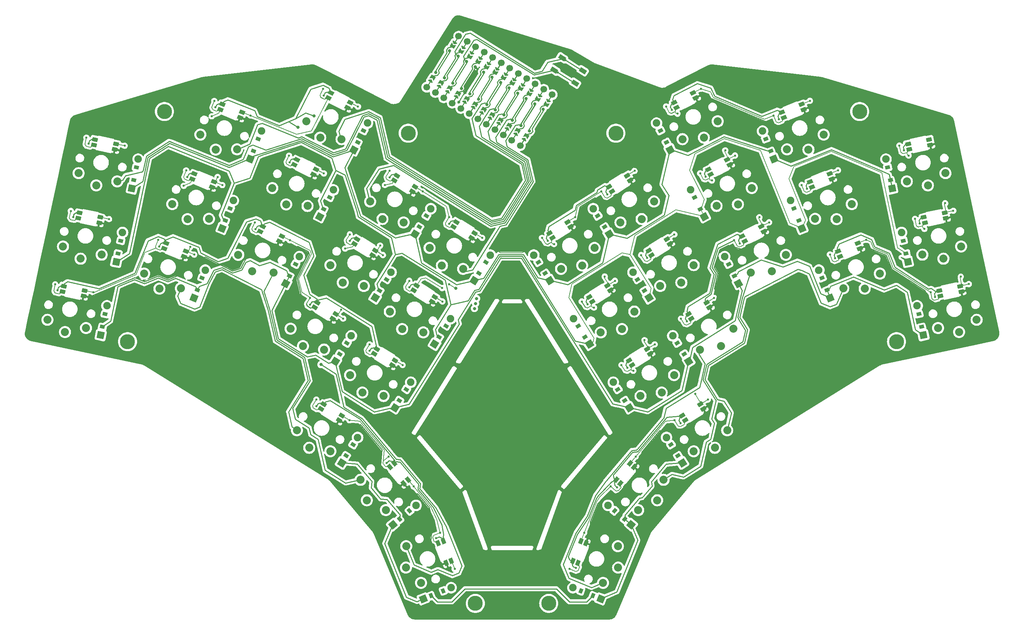
<source format=gbr>
%TF.GenerationSoftware,KiCad,Pcbnew,7.0.9*%
%TF.CreationDate,2023-11-27T23:54:21-05:00*%
%TF.ProjectId,main_r2,6d61696e-5f72-4322-9e6b-696361645f70,0.1*%
%TF.SameCoordinates,Original*%
%TF.FileFunction,Copper,L2,Bot*%
%TF.FilePolarity,Positive*%
%FSLAX46Y46*%
G04 Gerber Fmt 4.6, Leading zero omitted, Abs format (unit mm)*
G04 Created by KiCad (PCBNEW 7.0.9) date 2023-11-27 23:54:21*
%MOMM*%
%LPD*%
G01*
G04 APERTURE LIST*
G04 Aperture macros list*
%AMRotRect*
0 Rectangle, with rotation*
0 The origin of the aperture is its center*
0 $1 length*
0 $2 width*
0 $3 Rotation angle, in degrees counterclockwise*
0 Add horizontal line*
21,1,$1,$2,0,0,$3*%
%AMFreePoly0*
4,1,6,0.250000,0.000000,-0.250000,-0.625000,-0.500001,-0.625000,-0.500001,0.625000,-0.250000,0.625000,0.250000,0.000000,0.250000,0.000000,$1*%
%AMFreePoly1*
4,1,6,0.500001,-0.625000,-0.650000,-0.625000,-0.150000,0.000000,-0.650000,0.625000,0.500001,0.625000,0.500001,-0.625000,0.500001,-0.625000,$1*%
G04 Aperture macros list end*
%TA.AperFunction,ComponentPad*%
%ADD10C,2.032000*%
%TD*%
%TA.AperFunction,ComponentPad*%
%ADD11C,1.700000*%
%TD*%
%TA.AperFunction,ComponentPad*%
%ADD12C,0.800000*%
%TD*%
%TA.AperFunction,SMDPad,CuDef*%
%ADD13FreePoly0,58.000000*%
%TD*%
%TA.AperFunction,SMDPad,CuDef*%
%ADD14FreePoly1,58.000000*%
%TD*%
%TA.AperFunction,SMDPad,CuDef*%
%ADD15FreePoly1,238.000000*%
%TD*%
%TA.AperFunction,SMDPad,CuDef*%
%ADD16FreePoly0,238.000000*%
%TD*%
%TA.AperFunction,SMDPad,CuDef*%
%ADD17RotRect,0.900000X1.200000X78.000000*%
%TD*%
%TA.AperFunction,ComponentPad*%
%ADD18RotRect,1.778000X1.778000X78.000000*%
%TD*%
%TA.AperFunction,ComponentPad*%
%ADD19C,1.905000*%
%TD*%
%TA.AperFunction,SMDPad,CuDef*%
%ADD20RotRect,0.900000X1.200000X68.000000*%
%TD*%
%TA.AperFunction,ComponentPad*%
%ADD21RotRect,1.778000X1.778000X68.000000*%
%TD*%
%TA.AperFunction,SMDPad,CuDef*%
%ADD22RotRect,0.900000X1.200000X63.000000*%
%TD*%
%TA.AperFunction,ComponentPad*%
%ADD23RotRect,1.778000X1.778000X63.000000*%
%TD*%
%TA.AperFunction,SMDPad,CuDef*%
%ADD24RotRect,0.900000X1.200000X58.000000*%
%TD*%
%TA.AperFunction,ComponentPad*%
%ADD25RotRect,1.778000X1.778000X58.000000*%
%TD*%
%TA.AperFunction,SMDPad,CuDef*%
%ADD26RotRect,0.900000X1.200000X40.000000*%
%TD*%
%TA.AperFunction,ComponentPad*%
%ADD27RotRect,1.778000X1.778000X40.000000*%
%TD*%
%TA.AperFunction,SMDPad,CuDef*%
%ADD28RotRect,0.900000X1.200000X22.000000*%
%TD*%
%TA.AperFunction,ComponentPad*%
%ADD29RotRect,1.778000X1.778000X22.000000*%
%TD*%
%TA.AperFunction,SMDPad,CuDef*%
%ADD30RotRect,0.900000X1.200000X102.000000*%
%TD*%
%TA.AperFunction,ComponentPad*%
%ADD31RotRect,1.778000X1.778000X102.000000*%
%TD*%
%TA.AperFunction,SMDPad,CuDef*%
%ADD32RotRect,0.900000X1.200000X112.000000*%
%TD*%
%TA.AperFunction,ComponentPad*%
%ADD33RotRect,1.778000X1.778000X112.000000*%
%TD*%
%TA.AperFunction,SMDPad,CuDef*%
%ADD34RotRect,0.900000X1.200000X117.000000*%
%TD*%
%TA.AperFunction,ComponentPad*%
%ADD35RotRect,1.778000X1.778000X117.000000*%
%TD*%
%TA.AperFunction,SMDPad,CuDef*%
%ADD36RotRect,0.900000X1.200000X122.000000*%
%TD*%
%TA.AperFunction,ComponentPad*%
%ADD37RotRect,1.778000X1.778000X122.000000*%
%TD*%
%TA.AperFunction,SMDPad,CuDef*%
%ADD38RotRect,0.900000X1.200000X140.000000*%
%TD*%
%TA.AperFunction,ComponentPad*%
%ADD39RotRect,1.778000X1.778000X140.000000*%
%TD*%
%TA.AperFunction,SMDPad,CuDef*%
%ADD40RotRect,0.900000X1.200000X158.000000*%
%TD*%
%TA.AperFunction,ComponentPad*%
%ADD41RotRect,1.778000X1.778000X158.000000*%
%TD*%
%TA.AperFunction,SMDPad,CuDef*%
%ADD42RotRect,1.800000X1.100000X328.000000*%
%TD*%
%TA.AperFunction,SMDPad,CuDef*%
%ADD43RotRect,1.400000X1.000000X348.000000*%
%TD*%
%TA.AperFunction,SMDPad,CuDef*%
%ADD44RotRect,1.400000X1.000000X338.000000*%
%TD*%
%TA.AperFunction,SMDPad,CuDef*%
%ADD45RotRect,1.400000X1.000000X333.000000*%
%TD*%
%TA.AperFunction,SMDPad,CuDef*%
%ADD46RotRect,1.400000X1.000000X328.000000*%
%TD*%
%TA.AperFunction,SMDPad,CuDef*%
%ADD47RotRect,1.400000X1.000000X310.000000*%
%TD*%
%TA.AperFunction,SMDPad,CuDef*%
%ADD48RotRect,1.400000X1.000000X292.000000*%
%TD*%
%TA.AperFunction,SMDPad,CuDef*%
%ADD49RotRect,1.400000X1.000000X12.000000*%
%TD*%
%TA.AperFunction,SMDPad,CuDef*%
%ADD50RotRect,1.400000X1.000000X22.000000*%
%TD*%
%TA.AperFunction,SMDPad,CuDef*%
%ADD51RotRect,1.400000X1.000000X27.000000*%
%TD*%
%TA.AperFunction,SMDPad,CuDef*%
%ADD52RotRect,1.400000X1.000000X32.000000*%
%TD*%
%TA.AperFunction,SMDPad,CuDef*%
%ADD53RotRect,1.400000X1.000000X50.000000*%
%TD*%
%TA.AperFunction,SMDPad,CuDef*%
%ADD54RotRect,1.400000X1.000000X68.000000*%
%TD*%
%TA.AperFunction,ComponentPad*%
%ADD55C,3.800000*%
%TD*%
%TA.AperFunction,ViaPad*%
%ADD56C,0.800000*%
%TD*%
%TA.AperFunction,ViaPad*%
%ADD57C,0.600000*%
%TD*%
%TA.AperFunction,ViaPad*%
%ADD58C,0.560000*%
%TD*%
%TA.AperFunction,Conductor*%
%ADD59C,0.250000*%
%TD*%
%TA.AperFunction,Conductor*%
%ADD60C,0.200000*%
%TD*%
%TA.AperFunction,Conductor*%
%ADD61C,0.150000*%
%TD*%
G04 APERTURE END LIST*
D10*
%TO.P,S33,1*%
%TO.N,C3*%
X157771786Y-159194113D03*
%TO.P,S33,2*%
%TO.N,mirror_inner_top*%
X163124857Y-158325418D03*
%TO.P,S33,1*%
%TO.N,C3*%
X166252267Y-153894920D03*
%TO.P,S33,2*%
%TO.N,mirror_inner_top*%
X163124857Y-158325418D03*
%TD*%
D11*
%TO.P,MCU1,24*%
%TO.N,MCU1_24*%
X123778479Y-113144431D03*
%TO.P,MCU1,1*%
%TO.N,MCU1_1*%
X131854449Y-100220178D03*
D12*
%TO.P,MCU1,124*%
%TO.N,LED*%
X126087868Y-109448637D03*
%TO.P,MCU1,1*%
%TO.N,MCU1_1*%
X129545061Y-103915971D03*
D13*
%TO.P,MCU1,24*%
%TO.N,MCU1_24*%
X124901908Y-111346569D03*
D14*
%TO.P,MCU1,1*%
%TO.N,MCU1_1*%
X125286100Y-110731734D03*
D15*
%TO.P,MCU1,124*%
%TO.N,LED*%
X130346829Y-102632875D03*
D16*
%TO.P,MCU1,1*%
%TO.N,MCU1_1*%
X130731020Y-102018040D03*
D11*
%TO.P,MCU1,23*%
%TO.N,MCU1_23*%
X125932522Y-114490426D03*
%TO.P,MCU1,2*%
%TO.N,MCU1_2*%
X134008491Y-101566173D03*
D12*
%TO.P,MCU1,123*%
%TO.N,DAT*%
X128241910Y-110794632D03*
%TO.P,MCU1,2*%
%TO.N,MCU1_2*%
X131699103Y-105261966D03*
D13*
%TO.P,MCU1,23*%
%TO.N,MCU1_23*%
X127055950Y-112692564D03*
D14*
%TO.P,MCU1,2*%
%TO.N,MCU1_2*%
X127440142Y-112077729D03*
D15*
%TO.P,MCU1,123*%
%TO.N,DAT*%
X132500871Y-103978870D03*
D16*
%TO.P,MCU1,2*%
%TO.N,MCU1_2*%
X132885062Y-103364035D03*
D11*
%TO.P,MCU1,22*%
%TO.N,MCU1_22*%
X128086564Y-115836421D03*
%TO.P,MCU1,3*%
%TO.N,MCU1_3*%
X136162533Y-102912168D03*
D12*
%TO.P,MCU1,122*%
%TO.N,GND*%
X130395952Y-112140627D03*
%TO.P,MCU1,3*%
%TO.N,MCU1_3*%
X133853145Y-106607961D03*
D13*
%TO.P,MCU1,22*%
%TO.N,MCU1_22*%
X129209993Y-114038559D03*
D14*
%TO.P,MCU1,3*%
%TO.N,MCU1_3*%
X129594184Y-113423724D03*
D15*
%TO.P,MCU1,122*%
%TO.N,GND*%
X134654913Y-105324865D03*
D16*
%TO.P,MCU1,3*%
%TO.N,MCU1_3*%
X135039104Y-104710030D03*
D11*
%TO.P,MCU1,21*%
%TO.N,MCU1_21*%
X130240606Y-117182416D03*
%TO.P,MCU1,4*%
%TO.N,MCU1_4*%
X138316575Y-104258163D03*
D12*
%TO.P,MCU1,121*%
%TO.N,GND*%
X132549994Y-113486622D03*
%TO.P,MCU1,4*%
%TO.N,VCC*%
X136007187Y-107953956D03*
D13*
%TO.P,MCU1,21*%
%TO.N,MCU1_21*%
X131364035Y-115384554D03*
D14*
%TO.P,MCU1,4*%
%TO.N,MCU1_4*%
X131748226Y-114769719D03*
D15*
%TO.P,MCU1,121*%
%TO.N,GND*%
X136808955Y-106670859D03*
D16*
%TO.P,MCU1,4*%
%TO.N,MCU1_4*%
X137193147Y-106056025D03*
D11*
%TO.P,MCU1,20*%
%TO.N,MCU1_20*%
X132394648Y-118528411D03*
%TO.P,MCU1,5*%
%TO.N,MCU1_5*%
X140470618Y-105604158D03*
D12*
%TO.P,MCU1,120*%
%TO.N,SDA*%
X134704036Y-114832617D03*
%TO.P,MCU1,5*%
%TO.N,C0*%
X138161229Y-109299951D03*
D13*
%TO.P,MCU1,20*%
%TO.N,MCU1_20*%
X133518077Y-116730549D03*
D14*
%TO.P,MCU1,5*%
%TO.N,MCU1_5*%
X133902268Y-116115714D03*
D15*
%TO.P,MCU1,120*%
%TO.N,SDA*%
X138962997Y-108016854D03*
D16*
%TO.P,MCU1,5*%
%TO.N,MCU1_5*%
X139347189Y-107402020D03*
D11*
%TO.P,MCU1,19*%
%TO.N,MCU1_19*%
X134548690Y-119874405D03*
%TO.P,MCU1,6*%
%TO.N,MCU1_6*%
X142624660Y-106950153D03*
D12*
%TO.P,MCU1,119*%
%TO.N,SCL*%
X136858078Y-116178612D03*
%TO.P,MCU1,6*%
%TO.N,C1*%
X140315272Y-110645946D03*
D13*
%TO.P,MCU1,19*%
%TO.N,MCU1_19*%
X135672119Y-118076544D03*
D14*
%TO.P,MCU1,6*%
%TO.N,MCU1_6*%
X136056311Y-117461709D03*
D15*
%TO.P,MCU1,119*%
%TO.N,SCL*%
X141117039Y-109362849D03*
D16*
%TO.P,MCU1,6*%
%TO.N,MCU1_6*%
X141501231Y-108748014D03*
D11*
%TO.P,MCU1,18*%
%TO.N,MCU1_18*%
X136702732Y-121220400D03*
%TO.P,MCU1,7*%
%TO.N,MCU1_7*%
X144778702Y-108296147D03*
D12*
%TO.P,MCU1,118*%
%TO.N,CS*%
X139012121Y-117524607D03*
%TO.P,MCU1,7*%
%TO.N,C2*%
X142469314Y-111991941D03*
D13*
%TO.P,MCU1,18*%
%TO.N,MCU1_18*%
X137826161Y-119422538D03*
D14*
%TO.P,MCU1,7*%
%TO.N,MCU1_7*%
X138210353Y-118807704D03*
D15*
%TO.P,MCU1,118*%
%TO.N,CS*%
X143271082Y-110708844D03*
D16*
%TO.P,MCU1,7*%
%TO.N,MCU1_7*%
X143655273Y-110094009D03*
D11*
%TO.P,MCU1,17*%
%TO.N,MCU1_17*%
X138856775Y-122566395D03*
%TO.P,MCU1,8*%
%TO.N,MCU1_8*%
X146932744Y-109642142D03*
D12*
%TO.P,MCU1,117*%
%TO.N,R0*%
X141166163Y-118870602D03*
%TO.P,MCU1,8*%
%TO.N,C3*%
X144623356Y-113337936D03*
D13*
%TO.P,MCU1,17*%
%TO.N,MCU1_17*%
X139980203Y-120768533D03*
D14*
%TO.P,MCU1,8*%
%TO.N,MCU1_8*%
X140364395Y-120153699D03*
D15*
%TO.P,MCU1,117*%
%TO.N,R0*%
X145425124Y-112054839D03*
D16*
%TO.P,MCU1,8*%
%TO.N,MCU1_8*%
X145809315Y-111440004D03*
D11*
%TO.P,MCU1,16*%
%TO.N,MCU1_16*%
X141010817Y-123912390D03*
%TO.P,MCU1,9*%
%TO.N,MCU1_9*%
X149086786Y-110988137D03*
D12*
%TO.P,MCU1,116*%
%TO.N,R1*%
X143320205Y-120216597D03*
%TO.P,MCU1,9*%
%TO.N,C4*%
X146777398Y-114683931D03*
D13*
%TO.P,MCU1,16*%
%TO.N,MCU1_16*%
X142134246Y-122114528D03*
D14*
%TO.P,MCU1,9*%
%TO.N,MCU1_9*%
X142518437Y-121499693D03*
D15*
%TO.P,MCU1,116*%
%TO.N,R1*%
X147579166Y-113400834D03*
D16*
%TO.P,MCU1,9*%
%TO.N,MCU1_9*%
X147963357Y-112785999D03*
D11*
%TO.P,MCU1,15*%
%TO.N,MCU1_15*%
X143164859Y-125258385D03*
%TO.P,MCU1,10*%
%TO.N,MCU1_10*%
X151240828Y-112334132D03*
D12*
%TO.P,MCU1,115*%
%TO.N,R2*%
X145474247Y-121562592D03*
%TO.P,MCU1,10*%
%TO.N,MCU1_10*%
X148931440Y-116029926D03*
D13*
%TO.P,MCU1,15*%
%TO.N,MCU1_15*%
X144288288Y-123460523D03*
D14*
%TO.P,MCU1,10*%
%TO.N,MCU1_10*%
X144672479Y-122845688D03*
D15*
%TO.P,MCU1,115*%
%TO.N,R2*%
X149733208Y-114746829D03*
D16*
%TO.P,MCU1,10*%
%TO.N,MCU1_10*%
X150117400Y-114131994D03*
D11*
%TO.P,MCU1,14*%
%TO.N,MCU1_14*%
X145318901Y-126604380D03*
%TO.P,MCU1,11*%
%TO.N,MCU1_11*%
X153394871Y-113680127D03*
D12*
%TO.P,MCU1,114*%
%TO.N,R3*%
X147628289Y-122908587D03*
%TO.P,MCU1,11*%
%TO.N,MCU1_11*%
X151085482Y-117375921D03*
D13*
%TO.P,MCU1,14*%
%TO.N,MCU1_14*%
X146442330Y-124806518D03*
D14*
%TO.P,MCU1,11*%
%TO.N,MCU1_11*%
X146826521Y-124191683D03*
D15*
%TO.P,MCU1,114*%
%TO.N,R3*%
X151887250Y-116092824D03*
D16*
%TO.P,MCU1,11*%
%TO.N,MCU1_11*%
X152271442Y-115477989D03*
D11*
%TO.P,MCU1,13*%
%TO.N,MCU1_13*%
X147472943Y-127950375D03*
%TO.P,MCU1,12*%
%TO.N,MCU1_12*%
X155548913Y-115026122D03*
D12*
%TO.P,MCU1,113*%
%TO.N,P9*%
X149782331Y-124254581D03*
%TO.P,MCU1,12*%
%TO.N,MCU1_12*%
X153239525Y-118721916D03*
D13*
%TO.P,MCU1,13*%
%TO.N,MCU1_13*%
X148596372Y-126152513D03*
D14*
%TO.P,MCU1,12*%
%TO.N,MCU1_12*%
X148980563Y-125537678D03*
D15*
%TO.P,MCU1,113*%
%TO.N,P9*%
X154041292Y-117438819D03*
D16*
%TO.P,MCU1,12*%
%TO.N,MCU1_12*%
X154425484Y-116823984D03*
%TD*%
D10*
%TO.P,S1,1*%
%TO.N,R1*%
X27741262Y-172108122D03*
%TO.P,S1,2*%
%TO.N,pinky_bottom*%
X32195385Y-175201791D03*
%TO.P,S1,1*%
%TO.N,R1*%
X37522738Y-174187239D03*
%TO.P,S1,2*%
%TO.N,pinky_bottom*%
X32195385Y-175201791D03*
%TD*%
%TO.P,S2,1*%
%TO.N,R1*%
X31691585Y-153523315D03*
%TO.P,S2,2*%
%TO.N,pinky_home*%
X36145708Y-156616984D03*
%TO.P,S2,1*%
%TO.N,R1*%
X41473061Y-155602432D03*
%TO.P,S2,2*%
%TO.N,pinky_home*%
X36145708Y-156616984D03*
%TD*%
%TO.P,S3,1*%
%TO.N,R1*%
X35641908Y-134938511D03*
%TO.P,S3,2*%
%TO.N,pinky_top*%
X40096031Y-138032180D03*
%TO.P,S3,1*%
%TO.N,R1*%
X45423384Y-137017628D03*
%TO.P,S3,2*%
%TO.N,pinky_top*%
X40096031Y-138032180D03*
%TD*%
%TO.P,S4,1*%
%TO.N,R0*%
X52245494Y-160393299D03*
%TO.P,S4,2*%
%TO.N,ring_bottom*%
X56094739Y-164213418D03*
%TO.P,S4,1*%
%TO.N,R0*%
X61517332Y-164139365D03*
%TO.P,S4,2*%
%TO.N,ring_bottom*%
X56094739Y-164213418D03*
%TD*%
%TO.P,S5,1*%
%TO.N,R0*%
X59363018Y-142776807D03*
%TO.P,S5,2*%
%TO.N,ring_home*%
X63212263Y-146596926D03*
%TO.P,S5,1*%
%TO.N,R0*%
X68634856Y-146522873D03*
%TO.P,S5,2*%
%TO.N,ring_home*%
X63212263Y-146596926D03*
%TD*%
%TO.P,S6,1*%
%TO.N,R0*%
X66480545Y-125160314D03*
%TO.P,S6,2*%
%TO.N,ring_top*%
X70329790Y-128980433D03*
%TO.P,S6,1*%
%TO.N,R0*%
X75752383Y-128906380D03*
%TO.P,S6,2*%
%TO.N,ring_top*%
X70329790Y-128980433D03*
%TD*%
%TO.P,S7,1*%
%TO.N,CS*%
X76059873Y-155635833D03*
%TO.P,S7,2*%
%TO.N,middle_bottom*%
X79561526Y-159776899D03*
%TO.P,S7,1*%
%TO.N,CS*%
X84969939Y-160175738D03*
%TO.P,S7,2*%
%TO.N,middle_bottom*%
X79561526Y-159776899D03*
%TD*%
%TO.P,S8,1*%
%TO.N,CS*%
X84685695Y-138706709D03*
%TO.P,S8,2*%
%TO.N,middle_home*%
X88187348Y-142847775D03*
%TO.P,S8,1*%
%TO.N,CS*%
X93595761Y-143246614D03*
%TO.P,S8,2*%
%TO.N,middle_home*%
X88187348Y-142847775D03*
%TD*%
%TO.P,S9,1*%
%TO.N,CS*%
X93311513Y-121777584D03*
%TO.P,S9,2*%
%TO.N,middle_top*%
X96813166Y-125918650D03*
%TO.P,S9,1*%
%TO.N,CS*%
X102221579Y-126317489D03*
%TO.P,S9,2*%
%TO.N,middle_top*%
X96813166Y-125918650D03*
%TD*%
%TO.P,S10,1*%
%TO.N,R2*%
X89302499Y-174356184D03*
%TO.P,S10,2*%
%TO.N,index_bottom*%
X92429909Y-178786682D03*
%TO.P,S10,1*%
%TO.N,R2*%
X97782980Y-179655377D03*
%TO.P,S10,2*%
%TO.N,index_bottom*%
X92429909Y-178786682D03*
%TD*%
%TO.P,S11,1*%
%TO.N,R2*%
X99370965Y-158243272D03*
%TO.P,S11,2*%
%TO.N,index_home*%
X102498375Y-162673770D03*
%TO.P,S11,1*%
%TO.N,R2*%
X107851446Y-163542465D03*
%TO.P,S11,2*%
%TO.N,index_home*%
X102498375Y-162673770D03*
%TD*%
%TO.P,S12,1*%
%TO.N,R2*%
X109439432Y-142130360D03*
%TO.P,S12,2*%
%TO.N,index_top*%
X112566842Y-146560858D03*
%TO.P,S12,1*%
%TO.N,R2*%
X117919913Y-147429553D03*
%TO.P,S12,2*%
%TO.N,index_top*%
X112566842Y-146560858D03*
%TD*%
%TO.P,S13,1*%
%TO.N,R3*%
X104355576Y-186120748D03*
%TO.P,S13,2*%
%TO.N,inner_bottom*%
X107482986Y-190551246D03*
%TO.P,S13,1*%
%TO.N,R3*%
X112836057Y-191419941D03*
%TO.P,S13,2*%
%TO.N,inner_bottom*%
X107482986Y-190551246D03*
%TD*%
%TO.P,S14,1*%
%TO.N,R3*%
X114424042Y-170007835D03*
%TO.P,S14,2*%
%TO.N,inner_home*%
X117551452Y-174438333D03*
%TO.P,S14,1*%
%TO.N,R3*%
X122904523Y-175307028D03*
%TO.P,S14,2*%
%TO.N,inner_home*%
X117551452Y-174438333D03*
%TD*%
%TO.P,S15,1*%
%TO.N,R3*%
X124492508Y-153894920D03*
%TO.P,S15,2*%
%TO.N,inner_top*%
X127619918Y-158325418D03*
%TO.P,S15,1*%
%TO.N,R3*%
X132972989Y-159194113D03*
%TO.P,S15,2*%
%TO.N,inner_top*%
X127619918Y-158325418D03*
%TD*%
%TO.P,S16,1*%
%TO.N,R0*%
X90894918Y-200113986D03*
%TO.P,S16,2*%
%TO.N,near_thumb*%
X94022328Y-204544484D03*
%TO.P,S16,1*%
%TO.N,R0*%
X99375399Y-205413179D03*
%TO.P,S16,2*%
%TO.N,near_thumb*%
X94022328Y-204544484D03*
%TD*%
%TO.P,S17,1*%
%TO.N,CS*%
X107004120Y-212666559D03*
%TO.P,S17,2*%
%TO.N,home_thumb*%
X108609365Y-217846635D03*
%TO.P,S17,1*%
%TO.N,CS*%
X113431996Y-220327003D03*
%TO.P,S17,2*%
%TO.N,home_thumb*%
X108609365Y-217846635D03*
%TD*%
%TO.P,S18,1*%
%TO.N,R2*%
X118580012Y-229502211D03*
%TO.P,S18,2*%
%TO.N,far_thumb*%
X118505959Y-234924804D03*
%TO.P,S18,1*%
%TO.N,R2*%
X122326078Y-238774049D03*
%TO.P,S18,2*%
%TO.N,far_thumb*%
X118505959Y-234924804D03*
%TD*%
%TO.P,S19,1*%
%TO.N,P10*%
X253222033Y-174187238D03*
%TO.P,S19,2*%
%TO.N,mirror_pinky_bottom*%
X258549386Y-175201790D03*
%TO.P,S19,1*%
%TO.N,P10*%
X263003509Y-172108121D03*
%TO.P,S19,2*%
%TO.N,mirror_pinky_bottom*%
X258549386Y-175201790D03*
%TD*%
%TO.P,S20,1*%
%TO.N,P10*%
X249271713Y-155602432D03*
%TO.P,S20,2*%
%TO.N,mirror_pinky_home*%
X254599066Y-156616984D03*
%TO.P,S20,1*%
%TO.N,P10*%
X259053189Y-153523315D03*
%TO.P,S20,2*%
%TO.N,mirror_pinky_home*%
X254599066Y-156616984D03*
%TD*%
%TO.P,S21,1*%
%TO.N,P10*%
X245321392Y-137017626D03*
%TO.P,S21,2*%
%TO.N,mirror_pinky_top*%
X250648745Y-138032178D03*
%TO.P,S21,1*%
%TO.N,P10*%
X255102868Y-134938509D03*
%TO.P,S21,2*%
%TO.N,mirror_pinky_top*%
X250648745Y-138032178D03*
%TD*%
%TO.P,S22,1*%
%TO.N,P16*%
X229227442Y-164139364D03*
%TO.P,S22,2*%
%TO.N,mirror_ring_bottom*%
X234650035Y-164213417D03*
%TO.P,S22,1*%
%TO.N,P16*%
X238499280Y-160393298D03*
%TO.P,S22,2*%
%TO.N,mirror_ring_bottom*%
X234650035Y-164213417D03*
%TD*%
%TO.P,S23,1*%
%TO.N,P16*%
X222109917Y-146522872D03*
%TO.P,S23,2*%
%TO.N,mirror_ring_home*%
X227532510Y-146596925D03*
%TO.P,S23,1*%
%TO.N,P16*%
X231381755Y-142776806D03*
%TO.P,S23,2*%
%TO.N,mirror_ring_home*%
X227532510Y-146596925D03*
%TD*%
%TO.P,S24,1*%
%TO.N,P16*%
X214992391Y-128906378D03*
%TO.P,S24,2*%
%TO.N,mirror_ring_top*%
X220414984Y-128980431D03*
%TO.P,S24,1*%
%TO.N,P16*%
X224264229Y-125160312D03*
%TO.P,S24,2*%
%TO.N,mirror_ring_top*%
X220414984Y-128980431D03*
%TD*%
%TO.P,S25,1*%
%TO.N,C5*%
X205774836Y-160175736D03*
%TO.P,S25,2*%
%TO.N,mirror_middle_bottom*%
X211183249Y-159776897D03*
%TO.P,S25,1*%
%TO.N,C5*%
X214684902Y-155635831D03*
%TO.P,S25,2*%
%TO.N,mirror_middle_bottom*%
X211183249Y-159776897D03*
%TD*%
%TO.P,S26,1*%
%TO.N,C5*%
X197149017Y-143246614D03*
%TO.P,S26,2*%
%TO.N,mirror_middle_home*%
X202557430Y-142847775D03*
%TO.P,S26,1*%
%TO.N,C5*%
X206059083Y-138706709D03*
%TO.P,S26,2*%
%TO.N,mirror_middle_home*%
X202557430Y-142847775D03*
%TD*%
%TO.P,S27,1*%
%TO.N,C5*%
X188523196Y-126317490D03*
%TO.P,S27,2*%
%TO.N,mirror_middle_top*%
X193931609Y-125918651D03*
%TO.P,S27,1*%
%TO.N,C5*%
X197433262Y-121777585D03*
%TO.P,S27,2*%
%TO.N,mirror_middle_top*%
X193931609Y-125918651D03*
%TD*%
%TO.P,S28,1*%
%TO.N,C4*%
X192961794Y-179655380D03*
%TO.P,S28,2*%
%TO.N,mirror_index_bottom*%
X198314865Y-178786685D03*
%TO.P,S28,1*%
%TO.N,C4*%
X201442275Y-174356187D03*
%TO.P,S28,2*%
%TO.N,mirror_index_bottom*%
X198314865Y-178786685D03*
%TD*%
%TO.P,S29,1*%
%TO.N,C4*%
X182893326Y-163542464D03*
%TO.P,S29,2*%
%TO.N,mirror_index_home*%
X188246397Y-162673769D03*
%TO.P,S29,1*%
%TO.N,C4*%
X191373807Y-158243271D03*
%TO.P,S29,2*%
%TO.N,mirror_index_home*%
X188246397Y-162673769D03*
%TD*%
%TO.P,S30,1*%
%TO.N,C4*%
X172824861Y-147429552D03*
%TO.P,S30,2*%
%TO.N,mirror_index_top*%
X178177932Y-146560857D03*
%TO.P,S30,1*%
%TO.N,C4*%
X181305342Y-142130359D03*
%TO.P,S30,2*%
%TO.N,mirror_index_top*%
X178177932Y-146560857D03*
%TD*%
%TO.P,S31,1*%
%TO.N,C3*%
X177908719Y-191419943D03*
%TO.P,S31,2*%
%TO.N,mirror_inner_bottom*%
X183261790Y-190551248D03*
%TO.P,S31,1*%
%TO.N,C3*%
X186389200Y-186120750D03*
%TO.P,S31,2*%
%TO.N,mirror_inner_bottom*%
X183261790Y-190551248D03*
%TD*%
%TO.P,S32,1*%
%TO.N,C3*%
X167840250Y-175307028D03*
%TO.P,S32,2*%
%TO.N,mirror_inner_home*%
X173193321Y-174438333D03*
%TO.P,S32,1*%
%TO.N,C3*%
X176320731Y-170007835D03*
%TO.P,S32,2*%
%TO.N,mirror_inner_home*%
X173193321Y-174438333D03*
%TD*%
%TO.P,S34,1*%
%TO.N,P16*%
X191369377Y-205413179D03*
%TO.P,S34,2*%
%TO.N,mirror_near_thumb*%
X196722448Y-204544484D03*
%TO.P,S34,1*%
%TO.N,P16*%
X199849858Y-200113986D03*
%TO.P,S34,2*%
%TO.N,mirror_near_thumb*%
X196722448Y-204544484D03*
%TD*%
%TO.P,S35,1*%
%TO.N,C5*%
X177312779Y-220327001D03*
%TO.P,S35,2*%
%TO.N,mirror_home_thumb*%
X182135410Y-217846633D03*
%TO.P,S35,1*%
%TO.N,C5*%
X183740655Y-212666557D03*
%TO.P,S35,2*%
%TO.N,mirror_home_thumb*%
X182135410Y-217846633D03*
%TD*%
%TO.P,S36,1*%
%TO.N,C4*%
X168418697Y-238774048D03*
%TO.P,S36,2*%
%TO.N,mirror_far_thumb*%
X172238816Y-234924803D03*
%TO.P,S36,1*%
%TO.N,C4*%
X172164763Y-229502210D03*
%TO.P,S36,2*%
%TO.N,mirror_far_thumb*%
X172238816Y-234924803D03*
%TD*%
D17*
%TO.P,D1,2*%
%TO.N,pinky_bottom*%
X42360535Y-170666125D03*
%TO.P,D1,1*%
%TO.N,C1*%
X41674427Y-173894013D03*
D18*
X41225337Y-176006811D03*
D19*
%TO.P,D1,2*%
%TO.N,pinky_bottom*%
X42809625Y-168553327D03*
%TD*%
D17*
%TO.P,D2,2*%
%TO.N,pinky_home*%
X46310859Y-152081322D03*
%TO.P,D2,1*%
%TO.N,C0*%
X45624751Y-155309210D03*
D18*
X45175661Y-157422008D03*
D19*
%TO.P,D2,2*%
%TO.N,pinky_home*%
X46759949Y-149968524D03*
%TD*%
D17*
%TO.P,D3,2*%
%TO.N,pinky_top*%
X50261180Y-133496521D03*
%TO.P,D3,1*%
%TO.N,P9*%
X49575072Y-136724409D03*
D18*
X49125982Y-138837207D03*
D19*
%TO.P,D3,2*%
%TO.N,pinky_top*%
X50710270Y-131383723D03*
%TD*%
D20*
%TO.P,D4,2*%
%TO.N,ring_bottom*%
X66893067Y-161511824D03*
%TO.P,D4,1*%
%TO.N,C1*%
X65656865Y-164571530D03*
D21*
X64847715Y-166574247D03*
D19*
%TO.P,D4,2*%
%TO.N,ring_bottom*%
X67702217Y-159509107D03*
%TD*%
D20*
%TO.P,D5,2*%
%TO.N,ring_home*%
X74010591Y-143895331D03*
%TO.P,D5,1*%
%TO.N,C0*%
X72774389Y-146955037D03*
D21*
X71965239Y-148957754D03*
D19*
%TO.P,D5,2*%
%TO.N,ring_home*%
X74819741Y-141892614D03*
%TD*%
D20*
%TO.P,D6,2*%
%TO.N,ring_top*%
X81128117Y-126278837D03*
%TO.P,D6,1*%
%TO.N,P9*%
X79891915Y-129338543D03*
D21*
X79082765Y-131341260D03*
D19*
%TO.P,D6,2*%
%TO.N,ring_top*%
X81937267Y-124276120D03*
%TD*%
D22*
%TO.P,D7,2*%
%TO.N,middle_bottom*%
X90554221Y-158026721D03*
%TO.P,D7,1*%
%TO.N,C1*%
X89056053Y-160967043D03*
D23*
X88075433Y-162891617D03*
D19*
%TO.P,D7,2*%
%TO.N,middle_bottom*%
X91534841Y-156102147D03*
%TD*%
D22*
%TO.P,D8,2*%
%TO.N,middle_home*%
X99180042Y-141097595D03*
%TO.P,D8,1*%
%TO.N,C0*%
X97681874Y-144037917D03*
D23*
X96701254Y-145962491D03*
D19*
%TO.P,D8,2*%
%TO.N,middle_home*%
X100160662Y-139173021D03*
%TD*%
D22*
%TO.P,D9,2*%
%TO.N,middle_top*%
X107805859Y-124168472D03*
%TO.P,D9,1*%
%TO.N,P9*%
X106307691Y-127108794D03*
D23*
X105327071Y-129033368D03*
D19*
%TO.P,D9,2*%
%TO.N,middle_top*%
X108786479Y-122243898D03*
%TD*%
D24*
%TO.P,D10,2*%
%TO.N,index_bottom*%
X103533313Y-178001242D03*
%TO.P,D10,1*%
%TO.N,C1*%
X101784579Y-180799800D03*
D25*
X100639954Y-182631584D03*
D19*
%TO.P,D10,2*%
%TO.N,index_bottom*%
X104677938Y-176169458D03*
%TD*%
D24*
%TO.P,D11,2*%
%TO.N,index_home*%
X113601781Y-161888329D03*
%TO.P,D11,1*%
%TO.N,C0*%
X111853047Y-164686887D03*
D25*
X110708422Y-166518671D03*
D19*
%TO.P,D11,2*%
%TO.N,index_home*%
X114746406Y-160056545D03*
%TD*%
D24*
%TO.P,D12,2*%
%TO.N,index_top*%
X123670250Y-145775416D03*
%TO.P,D12,1*%
%TO.N,P9*%
X121921516Y-148573974D03*
D25*
X120776891Y-150405758D03*
D19*
%TO.P,D12,2*%
%TO.N,index_top*%
X124814875Y-143943632D03*
%TD*%
D24*
%TO.P,D13,2*%
%TO.N,inner_bottom*%
X118586392Y-189765806D03*
%TO.P,D13,1*%
%TO.N,C1*%
X116837658Y-192564364D03*
D25*
X115693033Y-194396148D03*
D19*
%TO.P,D13,2*%
%TO.N,inner_bottom*%
X119731017Y-187934022D03*
%TD*%
D24*
%TO.P,D14,2*%
%TO.N,inner_home*%
X128654857Y-173652892D03*
%TO.P,D14,1*%
%TO.N,C0*%
X126906123Y-176451450D03*
D25*
X125761498Y-178283234D03*
D19*
%TO.P,D14,2*%
%TO.N,inner_home*%
X129799482Y-171821108D03*
%TD*%
D24*
%TO.P,D15,2*%
%TO.N,inner_top*%
X138723321Y-157539977D03*
%TO.P,D15,1*%
%TO.N,P9*%
X136974587Y-160338535D03*
D25*
X135829962Y-162170319D03*
D19*
%TO.P,D15,2*%
%TO.N,inner_top*%
X139867946Y-155708193D03*
%TD*%
D24*
%TO.P,D16,2*%
%TO.N,near_thumb*%
X105125734Y-203759042D03*
%TO.P,D16,1*%
%TO.N,C2*%
X103377000Y-206557600D03*
D25*
X102232375Y-208389384D03*
D19*
%TO.P,D16,2*%
%TO.N,near_thumb*%
X106270359Y-201927258D03*
%TD*%
D26*
%TO.P,D17,2*%
%TO.N,home_thumb*%
X119412044Y-220530774D03*
%TO.P,D17,1*%
%TO.N,C2*%
X116884098Y-222651974D03*
D27*
X115229442Y-224040395D03*
D19*
%TO.P,D17,2*%
%TO.N,home_thumb*%
X121066700Y-219142353D03*
%TD*%
D28*
%TO.P,D18,2*%
%TO.N,far_thumb*%
X127950473Y-240815786D03*
%TO.P,D18,1*%
%TO.N,C2*%
X124890767Y-242051988D03*
D29*
X122888050Y-242861138D03*
D19*
%TO.P,D18,2*%
%TO.N,far_thumb*%
X129953190Y-240006636D03*
%TD*%
D30*
%TO.P,D19,2*%
%TO.N,mirror_pinky_bottom*%
X248384239Y-170666127D03*
%TO.P,D19,1*%
%TO.N,C1*%
X249070347Y-173894015D03*
D31*
X249519437Y-176006813D03*
D19*
%TO.P,D19,2*%
%TO.N,mirror_pinky_bottom*%
X247935149Y-168553329D03*
%TD*%
D30*
%TO.P,D20,2*%
%TO.N,mirror_pinky_home*%
X244433915Y-152081322D03*
%TO.P,D20,1*%
%TO.N,C0*%
X245120023Y-155309210D03*
D31*
X245569113Y-157422008D03*
D19*
%TO.P,D20,2*%
%TO.N,mirror_pinky_home*%
X243984825Y-149968524D03*
%TD*%
D30*
%TO.P,D21,2*%
%TO.N,mirror_pinky_top*%
X240483595Y-133496518D03*
%TO.P,D21,1*%
%TO.N,P9*%
X241169703Y-136724406D03*
D31*
X241618793Y-138837204D03*
D19*
%TO.P,D21,2*%
%TO.N,mirror_pinky_top*%
X240034505Y-131383720D03*
%TD*%
D32*
%TO.P,D22,2*%
%TO.N,mirror_ring_bottom*%
X223851707Y-161511824D03*
%TO.P,D22,1*%
%TO.N,C1*%
X225087909Y-164571530D03*
D33*
X225897059Y-166574247D03*
D19*
%TO.P,D22,2*%
%TO.N,mirror_ring_bottom*%
X223042557Y-159509107D03*
%TD*%
D32*
%TO.P,D23,2*%
%TO.N,mirror_ring_home*%
X216734183Y-143895332D03*
%TO.P,D23,1*%
%TO.N,C0*%
X217970385Y-146955038D03*
D33*
X218779535Y-148957755D03*
D19*
%TO.P,D23,2*%
%TO.N,mirror_ring_home*%
X215925033Y-141892615D03*
%TD*%
D32*
%TO.P,D24,2*%
%TO.N,mirror_ring_top*%
X209616657Y-126278836D03*
%TO.P,D24,1*%
%TO.N,P9*%
X210852859Y-129338542D03*
D33*
X211662009Y-131341259D03*
D19*
%TO.P,D24,2*%
%TO.N,mirror_ring_top*%
X208807507Y-124276119D03*
%TD*%
D34*
%TO.P,D25,2*%
%TO.N,mirror_middle_bottom*%
X200190552Y-158026719D03*
%TO.P,D25,1*%
%TO.N,C1*%
X201688720Y-160967041D03*
D35*
X202669340Y-162891615D03*
D19*
%TO.P,D25,2*%
%TO.N,mirror_middle_bottom*%
X199209932Y-156102145D03*
%TD*%
D34*
%TO.P,D26,2*%
%TO.N,mirror_middle_home*%
X191564730Y-141097595D03*
%TO.P,D26,1*%
%TO.N,C0*%
X193062898Y-144037917D03*
D35*
X194043518Y-145962491D03*
D19*
%TO.P,D26,2*%
%TO.N,mirror_middle_home*%
X190584110Y-139173021D03*
%TD*%
D34*
%TO.P,D27,2*%
%TO.N,mirror_middle_top*%
X182938913Y-124168473D03*
%TO.P,D27,1*%
%TO.N,P9*%
X184437081Y-127108795D03*
D35*
X185417701Y-129033369D03*
D19*
%TO.P,D27,2*%
%TO.N,mirror_middle_top*%
X181958293Y-122243899D03*
%TD*%
D36*
%TO.P,D28,2*%
%TO.N,mirror_index_bottom*%
X187211459Y-178001244D03*
%TO.P,D28,1*%
%TO.N,C1*%
X188960193Y-180799802D03*
D37*
X190104818Y-182631586D03*
D19*
%TO.P,D28,2*%
%TO.N,mirror_index_bottom*%
X186066834Y-176169460D03*
%TD*%
D36*
%TO.P,D29,2*%
%TO.N,mirror_index_home*%
X177142993Y-161888330D03*
%TO.P,D29,1*%
%TO.N,C0*%
X178891727Y-164686888D03*
D37*
X180036352Y-166518672D03*
D19*
%TO.P,D29,2*%
%TO.N,mirror_index_home*%
X175998368Y-160056546D03*
%TD*%
D36*
%TO.P,D30,2*%
%TO.N,mirror_index_top*%
X167074527Y-145775415D03*
%TO.P,D30,1*%
%TO.N,P9*%
X168823261Y-148573973D03*
D37*
X169967886Y-150405757D03*
D19*
%TO.P,D30,2*%
%TO.N,mirror_index_top*%
X165929902Y-143943631D03*
%TD*%
D36*
%TO.P,D31,2*%
%TO.N,mirror_inner_bottom*%
X172158385Y-189765804D03*
%TO.P,D31,1*%
%TO.N,C1*%
X173907119Y-192564362D03*
D37*
X175051744Y-194396146D03*
D19*
%TO.P,D31,2*%
%TO.N,mirror_inner_bottom*%
X171013760Y-187934020D03*
%TD*%
D36*
%TO.P,D32,2*%
%TO.N,mirror_inner_home*%
X162089918Y-173652893D03*
%TO.P,D32,1*%
%TO.N,C0*%
X163838652Y-176451451D03*
D37*
X164983277Y-178283235D03*
D19*
%TO.P,D32,2*%
%TO.N,mirror_inner_home*%
X160945293Y-171821109D03*
%TD*%
D36*
%TO.P,D33,2*%
%TO.N,mirror_inner_top*%
X152021452Y-157539979D03*
%TO.P,D33,1*%
%TO.N,P9*%
X153770186Y-160338537D03*
D37*
X154914811Y-162170321D03*
D19*
%TO.P,D33,2*%
%TO.N,mirror_inner_top*%
X150876827Y-155708195D03*
%TD*%
D36*
%TO.P,D34,2*%
%TO.N,mirror_near_thumb*%
X185619041Y-203759044D03*
%TO.P,D34,1*%
%TO.N,C2*%
X187367775Y-206557602D03*
D37*
X188512400Y-208389386D03*
D19*
%TO.P,D34,2*%
%TO.N,mirror_near_thumb*%
X184474416Y-201927260D03*
%TD*%
D38*
%TO.P,D35,2*%
%TO.N,mirror_home_thumb*%
X171332732Y-220530772D03*
%TO.P,D35,1*%
%TO.N,C2*%
X173860678Y-222651972D03*
D39*
X175515334Y-224040393D03*
D19*
%TO.P,D35,2*%
%TO.N,mirror_home_thumb*%
X169678076Y-219142351D03*
%TD*%
D40*
%TO.P,D36,2*%
%TO.N,mirror_far_thumb*%
X162794302Y-240815785D03*
%TO.P,D36,1*%
%TO.N,C2*%
X165854008Y-242051987D03*
D41*
X167856725Y-242861137D03*
D19*
%TO.P,D36,2*%
%TO.N,mirror_far_thumb*%
X160791585Y-240006635D03*
%TD*%
D42*
%TO.P,B2,1*%
%TO.N,GND*%
X158031611Y-105693667D03*
X163289509Y-108979167D03*
%TO.P,B2,2*%
%TO.N,RST*%
X156070909Y-108831445D03*
X161328807Y-112116945D03*
%TD*%
D43*
%TO.P,LED1,2*%
%TO.N,LED_4*%
X37185787Y-164710082D03*
%TO.P,LED1,1*%
%TO.N,VCC*%
X36894710Y-166079489D03*
%TO.P,LED1,3*%
%TO.N,GND*%
X31903790Y-163587359D03*
%TO.P,LED1,4*%
%TO.N,LED_3*%
X31612713Y-164956766D03*
%TD*%
%TO.P,LED2,2*%
%TO.N,LED_3*%
X41136108Y-146125278D03*
%TO.P,LED2,1*%
%TO.N,VCC*%
X40845031Y-147494685D03*
%TO.P,LED2,3*%
%TO.N,GND*%
X35854111Y-145002555D03*
%TO.P,LED2,4*%
%TO.N,LED_2*%
X35563034Y-146371962D03*
%TD*%
%TO.P,LED3,2*%
%TO.N,LED_2*%
X45086431Y-127540475D03*
%TO.P,LED3,1*%
%TO.N,VCC*%
X44795354Y-128909882D03*
%TO.P,LED3,3*%
%TO.N,GND*%
X39804434Y-126417752D03*
%TO.P,LED3,4*%
%TO.N,LED*%
X39513357Y-127787159D03*
%TD*%
D44*
%TO.P,LED4,2*%
%TO.N,LED_5*%
X62831193Y-154747678D03*
%TO.P,LED4,1*%
%TO.N,VCC*%
X62306744Y-156045736D03*
%TO.P,LED4,3*%
%TO.N,GND*%
X57824400Y-152724802D03*
%TO.P,LED4,4*%
%TO.N,LED_4*%
X57299951Y-154022860D03*
%TD*%
%TO.P,LED5,2*%
%TO.N,LED_6*%
X69948715Y-137131185D03*
%TO.P,LED5,1*%
%TO.N,VCC*%
X69424266Y-138429243D03*
%TO.P,LED5,3*%
%TO.N,GND*%
X64941922Y-135108309D03*
%TO.P,LED5,4*%
%TO.N,LED_5*%
X64417473Y-136406367D03*
%TD*%
%TO.P,LED6,2*%
%TO.N,LED_7*%
X77066240Y-119514691D03*
%TO.P,LED6,1*%
%TO.N,VCC*%
X76541791Y-120812749D03*
%TO.P,LED6,3*%
%TO.N,GND*%
X72059447Y-117491815D03*
%TO.P,LED6,4*%
%TO.N,LED_6*%
X71534998Y-118789873D03*
%TD*%
D45*
%TO.P,LED7,2*%
%TO.N,LED_10*%
X87097337Y-150934301D03*
%TO.P,LED7,1*%
%TO.N,VCC*%
X86461750Y-152181710D03*
%TO.P,LED7,3*%
%TO.N,GND*%
X82285902Y-148482752D03*
%TO.P,LED7,4*%
%TO.N,LED_9*%
X81650315Y-149730161D03*
%TD*%
%TO.P,LED8,2*%
%TO.N,LED_9*%
X95723155Y-134005176D03*
%TO.P,LED8,1*%
%TO.N,VCC*%
X95087568Y-135252585D03*
%TO.P,LED8,3*%
%TO.N,GND*%
X90911720Y-131553627D03*
%TO.P,LED8,4*%
%TO.N,LED_8*%
X90276133Y-132801036D03*
%TD*%
%TO.P,LED9,2*%
%TO.N,LED_8*%
X104348977Y-117076051D03*
%TO.P,LED9,1*%
%TO.N,VCC*%
X103713390Y-118323460D03*
%TO.P,LED9,3*%
%TO.N,GND*%
X99537542Y-114624502D03*
%TO.P,LED9,4*%
%TO.N,LED_7*%
X98901955Y-115871911D03*
%TD*%
D46*
%TO.P,LED10,2*%
%TO.N,LED_11*%
X100707727Y-170634522D03*
%TO.P,LED10,1*%
%TO.N,VCC*%
X99965840Y-171821790D03*
%TO.P,LED10,3*%
%TO.N,GND*%
X96128268Y-167772958D03*
%TO.P,LED10,4*%
%TO.N,LED_10*%
X95386381Y-168960226D03*
%TD*%
%TO.P,LED11,2*%
%TO.N,LED_12*%
X110776195Y-154521609D03*
%TO.P,LED11,1*%
%TO.N,VCC*%
X110034308Y-155708877D03*
%TO.P,LED11,3*%
%TO.N,GND*%
X106196736Y-151660045D03*
%TO.P,LED11,4*%
%TO.N,LED_11*%
X105454849Y-152847313D03*
%TD*%
%TO.P,LED12,2*%
%TO.N,LED_13*%
X120844661Y-138408696D03*
%TO.P,LED12,1*%
%TO.N,VCC*%
X120102774Y-139595964D03*
%TO.P,LED12,3*%
%TO.N,GND*%
X116265202Y-135547132D03*
%TO.P,LED12,4*%
%TO.N,LED_12*%
X115523315Y-136734400D03*
%TD*%
%TO.P,LED13,2*%
%TO.N,LED_16*%
X115760802Y-182399087D03*
%TO.P,LED13,1*%
%TO.N,VCC*%
X115018915Y-183586355D03*
%TO.P,LED13,3*%
%TO.N,GND*%
X111181343Y-179537523D03*
%TO.P,LED13,4*%
%TO.N,LED_15*%
X110439456Y-180724791D03*
%TD*%
%TO.P,LED14,2*%
%TO.N,LED_15*%
X125829267Y-166286172D03*
%TO.P,LED14,1*%
%TO.N,VCC*%
X125087380Y-167473440D03*
%TO.P,LED14,3*%
%TO.N,GND*%
X121249808Y-163424608D03*
%TO.P,LED14,4*%
%TO.N,LED_14*%
X120507921Y-164611876D03*
%TD*%
%TO.P,LED15,2*%
%TO.N,LED_14*%
X135897735Y-150173257D03*
%TO.P,LED15,1*%
%TO.N,VCC*%
X135155848Y-151360525D03*
%TO.P,LED15,3*%
%TO.N,GND*%
X131318276Y-147311693D03*
%TO.P,LED15,4*%
%TO.N,LED_13*%
X130576389Y-148498961D03*
%TD*%
%TO.P,LED16,2*%
%TO.N,LED_17*%
X102300144Y-196392318D03*
%TO.P,LED16,1*%
%TO.N,VCC*%
X101558257Y-197579586D03*
%TO.P,LED16,3*%
%TO.N,GND*%
X97720685Y-193530754D03*
%TO.P,LED16,4*%
%TO.N,LED_16*%
X96978798Y-194718022D03*
%TD*%
D47*
%TO.P,LED17,2*%
%TO.N,LED_18*%
X119001193Y-212651455D03*
%TO.P,LED17,1*%
%TO.N,VCC*%
X117928730Y-213551357D03*
%TO.P,LED17,3*%
%TO.N,GND*%
X115530140Y-208514815D03*
%TO.P,LED17,4*%
%TO.N,LED_17*%
X114457677Y-209414717D03*
%TD*%
D48*
%TO.P,LED18,2*%
%TO.N,LED_19*%
X129994578Y-233195146D03*
%TO.P,LED18,1*%
%TO.N,VCC*%
X128696520Y-233719595D03*
%TO.P,LED18,3*%
%TO.N,GND*%
X127971702Y-228188353D03*
%TO.P,LED18,4*%
%TO.N,LED_18*%
X126673644Y-228712802D03*
%TD*%
D49*
%TO.P,LED19,2*%
%TO.N,LED_35*%
X258840984Y-163587361D03*
%TO.P,LED19,1*%
%TO.N,VCC*%
X259132061Y-164956768D03*
%TO.P,LED19,3*%
%TO.N,GND*%
X253558987Y-164710084D03*
%TO.P,LED19,4*%
%TO.N,LED_34*%
X253850064Y-166079491D03*
%TD*%
%TO.P,LED20,2*%
%TO.N,LED_36*%
X254890662Y-145002554D03*
%TO.P,LED20,1*%
%TO.N,VCC*%
X255181739Y-146371961D03*
%TO.P,LED20,3*%
%TO.N,GND*%
X249608665Y-146125277D03*
%TO.P,LED20,4*%
%TO.N,LED_35*%
X249899742Y-147494684D03*
%TD*%
%TO.P,LED21,2*%
%TO.N,N/C*%
X250940340Y-126417748D03*
%TO.P,LED21,1*%
%TO.N,VCC*%
X251231417Y-127787155D03*
%TO.P,LED21,3*%
%TO.N,GND*%
X245658343Y-127540471D03*
%TO.P,LED21,4*%
%TO.N,LED_36*%
X245949420Y-128909878D03*
%TD*%
D50*
%TO.P,LED22,2*%
%TO.N,LED_34*%
X232920376Y-152724802D03*
%TO.P,LED22,1*%
%TO.N,VCC*%
X233444825Y-154022860D03*
%TO.P,LED22,3*%
%TO.N,GND*%
X227913583Y-154747678D03*
%TO.P,LED22,4*%
%TO.N,LED_33*%
X228438032Y-156045736D03*
%TD*%
%TO.P,LED23,2*%
%TO.N,LED_33*%
X225802853Y-135108310D03*
%TO.P,LED23,1*%
%TO.N,VCC*%
X226327302Y-136406368D03*
%TO.P,LED23,3*%
%TO.N,GND*%
X220796060Y-137131186D03*
%TO.P,LED23,4*%
%TO.N,LED_32*%
X221320509Y-138429244D03*
%TD*%
%TO.P,LED24,2*%
%TO.N,LED_32*%
X218685327Y-117491817D03*
%TO.P,LED24,1*%
%TO.N,VCC*%
X219209776Y-118789875D03*
%TO.P,LED24,3*%
%TO.N,GND*%
X213678534Y-119514693D03*
%TO.P,LED24,4*%
%TO.N,LED_31*%
X214202983Y-120812751D03*
%TD*%
D51*
%TO.P,LED25,2*%
%TO.N,LED_29*%
X208458875Y-148482751D03*
%TO.P,LED25,1*%
%TO.N,VCC*%
X209094462Y-149730160D03*
%TO.P,LED25,3*%
%TO.N,GND*%
X203647440Y-150934300D03*
%TO.P,LED25,4*%
%TO.N,LED_28*%
X204283027Y-152181709D03*
%TD*%
%TO.P,LED26,2*%
%TO.N,LED_30*%
X199833053Y-131553626D03*
%TO.P,LED26,1*%
%TO.N,VCC*%
X200468640Y-132801035D03*
%TO.P,LED26,3*%
%TO.N,GND*%
X195021618Y-134005175D03*
%TO.P,LED26,4*%
%TO.N,LED_29*%
X195657205Y-135252584D03*
%TD*%
%TO.P,LED27,2*%
%TO.N,LED_31*%
X191207237Y-114624502D03*
%TO.P,LED27,1*%
%TO.N,VCC*%
X191842824Y-115871911D03*
%TO.P,LED27,3*%
%TO.N,GND*%
X186395802Y-117076051D03*
%TO.P,LED27,4*%
%TO.N,LED_30*%
X187031389Y-118323460D03*
%TD*%
D52*
%TO.P,LED28,2*%
%TO.N,LED_28*%
X194616505Y-167772959D03*
%TO.P,LED28,1*%
%TO.N,VCC*%
X195358392Y-168960227D03*
%TO.P,LED28,3*%
%TO.N,GND*%
X190037046Y-170634523D03*
%TO.P,LED28,4*%
%TO.N,LED_27*%
X190778933Y-171821791D03*
%TD*%
%TO.P,LED29,2*%
%TO.N,LED_27*%
X184548041Y-151660044D03*
%TO.P,LED29,1*%
%TO.N,VCC*%
X185289928Y-152847312D03*
%TO.P,LED29,3*%
%TO.N,GND*%
X179968582Y-154521608D03*
%TO.P,LED29,4*%
%TO.N,LED_26*%
X180710469Y-155708876D03*
%TD*%
%TO.P,LED30,2*%
%TO.N,LED_26*%
X174479571Y-135547132D03*
%TO.P,LED30,1*%
%TO.N,VCC*%
X175221458Y-136734400D03*
%TO.P,LED30,3*%
%TO.N,GND*%
X169900112Y-138408696D03*
%TO.P,LED30,4*%
%TO.N,LED_25*%
X170641999Y-139595964D03*
%TD*%
%TO.P,LED31,2*%
%TO.N,LED_23*%
X179563432Y-179537520D03*
%TO.P,LED31,1*%
%TO.N,VCC*%
X180305319Y-180724788D03*
%TO.P,LED31,3*%
%TO.N,GND*%
X174983973Y-182399084D03*
%TO.P,LED31,4*%
%TO.N,LED_22*%
X175725860Y-183586352D03*
%TD*%
%TO.P,LED32,2*%
%TO.N,LED_24*%
X169494965Y-163424608D03*
%TO.P,LED32,1*%
%TO.N,VCC*%
X170236852Y-164611876D03*
%TO.P,LED32,3*%
%TO.N,GND*%
X164915506Y-166286172D03*
%TO.P,LED32,4*%
%TO.N,LED_23*%
X165657393Y-167473440D03*
%TD*%
%TO.P,LED33,2*%
%TO.N,LED_25*%
X159426500Y-147311693D03*
%TO.P,LED33,1*%
%TO.N,VCC*%
X160168387Y-148498961D03*
%TO.P,LED33,3*%
%TO.N,GND*%
X154847041Y-150173257D03*
%TO.P,LED33,4*%
%TO.N,LED_24*%
X155588928Y-151360525D03*
%TD*%
%TO.P,LED34,2*%
%TO.N,LED_22*%
X193024088Y-193530754D03*
%TO.P,LED34,1*%
%TO.N,VCC*%
X193765975Y-194718022D03*
%TO.P,LED34,3*%
%TO.N,GND*%
X188444629Y-196392318D03*
%TO.P,LED34,4*%
%TO.N,LED_21*%
X189186516Y-197579586D03*
%TD*%
D53*
%TO.P,LED35,2*%
%TO.N,LED_21*%
X175214635Y-208514814D03*
%TO.P,LED35,1*%
%TO.N,VCC*%
X176287098Y-209414716D03*
%TO.P,LED35,3*%
%TO.N,GND*%
X171743582Y-212651454D03*
%TO.P,LED35,4*%
%TO.N,LED_20*%
X172816045Y-213551356D03*
%TD*%
D54*
%TO.P,LED36,2*%
%TO.N,LED_20*%
X162773074Y-228188353D03*
%TO.P,LED36,1*%
%TO.N,VCC*%
X164071132Y-228712802D03*
%TO.P,LED36,3*%
%TO.N,GND*%
X160750198Y-233195146D03*
%TO.P,LED36,4*%
%TO.N,LED_19*%
X162048256Y-233719595D03*
%TD*%
D55*
%TO.P,H1,*%
%TO.N,*%
X57365216Y-119313599D03*
%TD*%
%TO.P,H2,*%
%TO.N,*%
X233379559Y-119313600D03*
%TD*%
%TO.P,H3,*%
%TO.N,*%
X119083784Y-124809089D03*
%TD*%
%TO.P,H4,*%
%TO.N,*%
X171660987Y-124809089D03*
%TD*%
%TO.P,H5,*%
%TO.N,*%
X48032866Y-177648045D03*
%TD*%
%TO.P,H6,*%
%TO.N,*%
X242711906Y-177648041D03*
%TD*%
%TO.P,H7,*%
%TO.N,*%
X136085730Y-244000136D03*
%TD*%
%TO.P,H8,*%
%TO.N,*%
X154659044Y-244000135D03*
%TD*%
D56*
%TO.N,VCC*%
X160456512Y-142015771D03*
X135590599Y-170516068D03*
%TO.N,GND*%
X135860192Y-169247736D03*
%TO.N,SDA*%
X136129784Y-167979405D03*
%TO.N,SCL*%
X136399376Y-166711074D03*
%TO.N,GND*%
X91140082Y-123339592D03*
X95200083Y-120389592D03*
X131170083Y-164129592D03*
D57*
X129444350Y-163134092D03*
X127684350Y-164054093D03*
%TO.N,VCC*%
X140504348Y-153224092D03*
%TO.N,GND*%
X156920315Y-109416746D03*
X158922302Y-106304763D03*
D58*
%TO.N,LED_27*%
X188138013Y-171813630D03*
%TO.N,LED_22*%
X176056122Y-185040299D03*
%TO.N,LED_24*%
X168841550Y-161126839D03*
X152948011Y-151352632D03*
%TO.N,LED_25*%
X168001013Y-139587624D03*
%TO.N,LED_24*%
X155999931Y-152924414D03*
X171412010Y-162219617D03*
%TO.N,LED_26*%
X178069008Y-155700627D03*
%TO.N,LED_20*%
X163625006Y-226089621D03*
%TO.N,LED_26*%
X176397004Y-134341620D03*
%TO.N,LED_22*%
X194941010Y-192325634D03*
%TO.N,LED_23*%
X163016009Y-167465628D03*
X178924149Y-177269729D03*
%TO.N,LED_25*%
X161344006Y-146106619D03*
%TO.N,LED_23*%
X166123331Y-169031267D03*
%TO.N,LED_21*%
X186546011Y-197571632D03*
X176670006Y-206778626D03*
%TO.N,LED_22*%
X173085019Y-183578629D03*
X191735062Y-190902501D03*
%TO.N,LED_20*%
X170306011Y-214361630D03*
%TO.N,LED_23*%
X181481015Y-178332623D03*
%TO.N,LED_12*%
X111972012Y-153303626D03*
%TO.N,LED_35*%
X261025987Y-163057457D03*
%TO.N,LED_16*%
X95822010Y-192325623D03*
%TO.N,LED_11*%
X104298012Y-150454625D03*
%TO.N,LED_5*%
X63902012Y-153613625D03*
%TO.N,LED_36*%
X245771718Y-130466508D03*
%TO.N,LED_30*%
X199348009Y-129159452D03*
%TO.N,LED_28*%
X196534014Y-166567622D03*
%TO.N,LED_29*%
X207985300Y-146119668D03*
%TO.N,LED_31*%
X193188095Y-113542941D03*
%TO.N,LED_8*%
X106363012Y-118084621D03*
%TO.N,LED_10*%
X94229017Y-166567628D03*
%TO.N,LED_32*%
X220783142Y-116597661D03*
%TO.N,LED_33*%
X227900185Y-134214159D03*
%TO.N,LED_36*%
X255033502Y-142566356D03*
%TO.N,LED_12*%
X114366010Y-134341623D03*
%TO.N,LED_34*%
X251342086Y-165115484D03*
%TO.N,LED_35*%
X249775733Y-149064415D03*
%TO.N,LED_14*%
X119351007Y-162219627D03*
%TO.N,LED_19*%
X159916009Y-235268622D03*
%TO.N,LED_14*%
X137815014Y-151352629D03*
%TO.N,LED_15*%
X109282010Y-178332621D03*
%TO.N,LED_7*%
X79161009Y-120344627D03*
%TO.N,LED_5*%
X64926013Y-155577626D03*
%TO.N,LED_9*%
X80290001Y-147448621D03*
%TO.N,LED_6*%
X69342007Y-120523631D03*
%TO.N,LED_18*%
X120456015Y-214361619D03*
%TO.N,LED_13*%
X129419006Y-146106620D03*
%TO.N,LED_12*%
X113182011Y-137943625D03*
%TO.N,LED_6*%
X69982012Y-116635627D03*
%TO.N,LED_27*%
X186465011Y-150454629D03*
%TO.N,LED_30*%
X184366829Y-118037213D03*
X187270144Y-119869019D03*
X201813447Y-130472103D03*
%TO.N,LED_28*%
X201618524Y-151895644D03*
%TO.N,LED_9*%
X97737000Y-135013622D03*
%TO.N,LED_29*%
X195951218Y-136796904D03*
%TO.N,LED_35*%
X258986852Y-161184160D03*
%TO.N,LED_18*%
X127138009Y-226089623D03*
%TO.N,LED_10*%
X89111012Y-151942627D03*
%TO.N,LED_35*%
X247391298Y-146530415D03*
%TO.N,LED_17*%
X114093009Y-206778620D03*
%TO.N,LED_11*%
X103102005Y-154063619D03*
%TO.N,LED_5*%
X62262007Y-138153619D03*
%TO.N,LED_17*%
X104217007Y-197571622D03*
%TO.N,LED_16*%
X117678008Y-183578622D03*
%TO.N,LED_11*%
X102625004Y-171813633D03*
%TO.N,LED_13*%
X122762007Y-139587625D03*
%TO.N,LED_6*%
X70822013Y-135893619D03*
%TO.N,LED_8*%
X88916006Y-130519622D03*
%TO.N,LED_11*%
X102062014Y-169573622D03*
%TO.N,LED_29*%
X192992181Y-134966381D03*
%TO.N,LED_12*%
X112693010Y-155700621D03*
%TO.N,LED_19*%
X130846009Y-235268625D03*
%TO.N,LED_29*%
X210439793Y-147401363D03*
%TO.N,LED_31*%
X211603734Y-120306011D03*
%TO.N,LED_15*%
X127746000Y-167465626D03*
%TO.N,LED_32*%
X218720789Y-137922523D03*
%TO.N,LED_7*%
X97542015Y-113589626D03*
%TO.N,LED_33*%
X225838823Y-155539183D03*
%TO.N,LED_36*%
X243441435Y-127945688D03*
%TO.N,LED_6*%
X72044011Y-137960623D03*
%TO.N,LED_36*%
X257075194Y-144472387D03*
%TO.N,LED_34*%
X235018222Y-151830826D03*
%TO.N,VCC*%
X201655906Y-132123663D03*
X111197005Y-156416624D03*
%TO.N,GND*%
X194421077Y-135810131D03*
X220070707Y-138887577D03*
X70283006Y-118267624D03*
%TO.N,VCC*%
X260446697Y-164611017D03*
%TO.N,GND*%
X169498012Y-140303622D03*
%TO.N,VCC*%
X161331011Y-147765616D03*
%TO.N,GND*%
X203047504Y-152738393D03*
%TO.N,VCC*%
X70694010Y-138925620D03*
X77812013Y-121309631D03*
X252545709Y-127442166D03*
X63577007Y-156542634D03*
%TO.N,GND*%
X212953659Y-121271085D03*
%TO.N,VCC*%
X256495564Y-146026890D03*
X227599307Y-135845694D03*
%TO.N,GND*%
X174582016Y-184293620D03*
X114379006Y-136000620D03*
%TO.N,VCC*%
X196521009Y-168226619D03*
X38234010Y-166349623D03*
%TO.N,GND*%
X34242008Y-146076621D03*
X94242015Y-168226621D03*
%TO.N,VCC*%
X102721007Y-198287625D03*
X210282327Y-149051918D03*
%TO.N,LED_5*%
X62865007Y-134252617D03*
%TO.N,LED_4*%
X39396013Y-165164623D03*
%TO.N,LED*%
X37613005Y-125936623D03*
%TO.N,VCC*%
X104934008Y-118927622D03*
%TO.N,LED_2*%
X33662004Y-144521624D03*
%TO.N,VCC*%
X129215013Y-234967622D03*
X46135015Y-129179617D03*
X193030555Y-115194491D03*
%TO.N,GND*%
X129432012Y-147765626D03*
%TO.N,LED_2*%
X47296003Y-127995626D03*
%TO.N,LED_3*%
X43346017Y-146579615D03*
%TO.N,VCC*%
X96308015Y-135856629D03*
X121265008Y-140303623D03*
X220482252Y-118229204D03*
%TO.N,LED_3*%
X29712010Y-163106631D03*
%TO.N,LED_4*%
X55747013Y-151868624D03*
%TO.N,VCC*%
X164590016Y-227438632D03*
X87683007Y-152786625D03*
X176384009Y-136000625D03*
%TO.N,GND*%
X126173009Y-227438625D03*
X113592017Y-208359623D03*
X185795724Y-118880960D03*
%TO.N,VCC*%
X118812009Y-214580623D03*
X116181014Y-184293620D03*
%TO.N,GND*%
X95834007Y-193984630D03*
X188042009Y-198287628D03*
%TO.N,VCC*%
X194928022Y-193984623D03*
X234717348Y-153462368D03*
X136318013Y-152068617D03*
X42184010Y-147764628D03*
X186452015Y-152113622D03*
X126250011Y-168181618D03*
X171399006Y-163878620D03*
X181468001Y-179990626D03*
%TO.N,GND*%
X248553129Y-147715242D03*
%TO.N,VCC*%
X101128013Y-172529619D03*
X177170014Y-208359620D03*
%TO.N,GND*%
X161548010Y-234967624D03*
X80448010Y-149099618D03*
X244603272Y-129130504D03*
X119364010Y-163878625D03*
X171951003Y-214580627D03*
X227188737Y-156504247D03*
X30290999Y-164660619D03*
X109295014Y-179990621D03*
D56*
%TO.N,R2*%
X96991937Y-183446953D03*
D58*
%TO.N,GND*%
X164513008Y-168181628D03*
X252504271Y-166299371D03*
X38192005Y-127491626D03*
X89073009Y-132170624D03*
X104310010Y-152113622D03*
X154445010Y-152068621D03*
X56048012Y-153500624D03*
X189635000Y-172529623D03*
X63165009Y-135883621D03*
X179566006Y-156416617D03*
X97699001Y-115241625D03*
%TD*%
D59*
%TO.N,VCC*%
X160952580Y-142130297D02*
X160456512Y-142015771D01*
X172723488Y-134775018D02*
X160952580Y-142130297D01*
X176843814Y-133556408D02*
X175259152Y-133190559D01*
X177432025Y-134497741D02*
X176843814Y-133556408D01*
X177422481Y-134539080D02*
X177432025Y-134497741D01*
X175259152Y-133190559D02*
X172723488Y-134775018D01*
X177203241Y-135488712D02*
X177422481Y-134539080D01*
X176384009Y-136000625D02*
X177203241Y-135488712D01*
D60*
%TO.N,GND*%
X131073256Y-164151946D02*
X131170083Y-164129592D01*
X129444350Y-163134092D02*
X131073256Y-164151946D01*
X122302218Y-161740401D02*
X121249808Y-163424608D01*
X123528573Y-161457275D02*
X122302218Y-161740401D01*
X127684350Y-164054093D02*
X123528573Y-161457275D01*
D59*
%TO.N,C0*%
X142208337Y-155996919D02*
X142494905Y-155999702D01*
X141154191Y-157669948D02*
X142208337Y-155996919D01*
X142494905Y-155999702D02*
X147977391Y-155999705D01*
X136966984Y-164370881D02*
X141154191Y-157669948D01*
X135863526Y-164625634D02*
X136966984Y-164370881D01*
X134247272Y-167212181D02*
X135863526Y-164625634D01*
X129857164Y-168225717D02*
X134247272Y-167212181D01*
%TO.N,C1*%
X119291271Y-193507118D02*
X115697117Y-194336889D01*
X137221419Y-164812877D02*
X136117966Y-165067629D01*
X141429826Y-158078016D02*
X137221419Y-164812877D01*
X131762030Y-172038585D02*
X132016783Y-173142039D01*
X142454307Y-156454160D02*
X141429826Y-158078016D01*
X142803784Y-156459701D02*
X142454307Y-156454160D01*
X132016783Y-173142039D02*
X119291271Y-193507118D01*
X147737388Y-156459702D02*
X142803784Y-156459701D01*
X136117966Y-165067629D02*
X131762030Y-172038585D01*
%TO.N,C0*%
X129857164Y-168225717D02*
X129872034Y-168290127D01*
X128417548Y-161990055D02*
X129857164Y-168225717D01*
%TO.N,GND*%
X88803782Y-121863291D02*
X91140082Y-123339592D01*
X88803782Y-121863291D02*
X90608327Y-121097301D01*
X86426326Y-122872472D02*
X88803782Y-121863291D01*
X93160082Y-119689591D02*
X95200083Y-120389592D01*
X90608327Y-121097301D02*
X93160082Y-119689591D01*
%TO.N,R2*%
X128653587Y-224476200D02*
X126069941Y-219729686D01*
X126069941Y-219729686D02*
X122033869Y-214919690D01*
%TO.N,GND*%
X127557163Y-224046623D02*
X128029603Y-226446622D01*
X125485899Y-219733728D02*
X127557163Y-224046623D01*
X121569765Y-215066664D02*
X125485899Y-219733728D01*
X128029603Y-226446622D02*
X127874127Y-228223785D01*
D61*
%TO.N,LED_18*%
X124909978Y-219669648D02*
X126346603Y-222666621D01*
X126346603Y-222666621D02*
X127138009Y-226089623D01*
X120456015Y-214361619D02*
X124909978Y-219669648D01*
D59*
%TO.N,VCC*%
X124402491Y-219687139D02*
X125211641Y-222976623D01*
X124755333Y-228192242D02*
X125211641Y-222976623D01*
X124402491Y-219687139D02*
X121464736Y-216186066D01*
X165201030Y-223256623D02*
X165067573Y-226256621D01*
X167051470Y-218676625D02*
X165201030Y-223256623D01*
X165067573Y-226256621D02*
X164590016Y-227438632D01*
%TO.N,C4*%
X161547097Y-226146623D02*
X164433852Y-221818630D01*
X161547097Y-226146623D02*
X158304292Y-234172845D01*
%TO.N,GND*%
X164781258Y-222160030D02*
X161899109Y-226476623D01*
X159612230Y-232136855D02*
X161899109Y-226476623D01*
X167030689Y-216894304D02*
X170478744Y-213182362D01*
X166689637Y-217436621D02*
X167030689Y-216894304D01*
X164781258Y-222160030D02*
X166689637Y-217436621D01*
D61*
%TO.N,LED_20*%
X166874594Y-218046620D02*
X167661189Y-216984805D01*
X167661189Y-216984805D02*
X170306011Y-214361630D01*
X163625006Y-226089621D02*
X166874594Y-218046620D01*
D59*
%TO.N,VCC*%
X167051470Y-218676625D02*
X168262097Y-217605717D01*
X172449720Y-215828183D02*
X168262097Y-217605717D01*
%TO.N,C4*%
X166547720Y-216586623D02*
X168960367Y-213203984D01*
X175651524Y-205229780D02*
X168960367Y-213203984D01*
X166547720Y-216586623D02*
X164433852Y-221818630D01*
%TO.N,GND*%
X170478744Y-213182362D02*
X171646008Y-212686889D01*
%TO.N,C2*%
X156635227Y-240296622D02*
X159953005Y-243614399D01*
X133403006Y-240296621D02*
X156635227Y-240296622D01*
X159953005Y-243614399D02*
X164236438Y-243614400D01*
X130093003Y-243614402D02*
X130093006Y-243606625D01*
X130093006Y-243606625D02*
X133403006Y-240296621D01*
X126516527Y-243614403D02*
X130093003Y-243614402D01*
X164236438Y-243614400D02*
X165858105Y-241992742D01*
X124894858Y-241992734D02*
X126516527Y-243614403D01*
D60*
%TO.N,VCC*%
X151418787Y-152949343D02*
X147941934Y-155121920D01*
X157313660Y-152075104D02*
X157027345Y-153315274D01*
X157027345Y-153315274D02*
X155941845Y-153993574D01*
X155941845Y-153993574D02*
X155914284Y-153987207D01*
X155914284Y-153987207D02*
X151418787Y-152949343D01*
X160425999Y-150130300D02*
X157313660Y-152075104D01*
X160172475Y-148439710D02*
X160642602Y-149192072D01*
X160642602Y-149192072D02*
X160425999Y-150130300D01*
X142402178Y-155121921D02*
X140504348Y-153224092D01*
X147941934Y-155121920D02*
X142402178Y-155121921D01*
D59*
%TO.N,P9*%
X233829902Y-132199771D02*
X239011031Y-134399026D01*
X233829902Y-132199771D02*
X233960544Y-132255223D01*
X226205073Y-128963212D02*
X233829902Y-132199771D01*
D60*
%TO.N,C0*%
X215761043Y-147615490D02*
X218783621Y-148898499D01*
X208303166Y-129156597D02*
X215761043Y-147615490D01*
D59*
%TO.N,GND*%
X57325869Y-151574992D02*
X57471717Y-151918596D01*
X49872723Y-160310241D02*
X53208598Y-152053671D01*
X55794192Y-150956160D02*
X57325869Y-151574992D01*
X40788857Y-164166109D02*
X49872723Y-160310241D01*
X53208598Y-152053671D02*
X55794192Y-150956160D01*
%TO.N,P9*%
X239011031Y-134399026D02*
X240562908Y-135068220D01*
X240562908Y-135068220D02*
X240877821Y-135272725D01*
%TO.N,R1*%
X52016322Y-134247629D02*
X52786863Y-130622498D01*
X140034882Y-147852437D02*
X143337565Y-147089949D01*
X78624514Y-128219135D02*
X79718207Y-127754886D01*
X141897947Y-120132864D02*
X142851485Y-119912724D01*
X103513740Y-129142040D02*
X107819069Y-120692369D01*
X52786863Y-130622498D02*
X58543532Y-126884083D01*
X111189964Y-121422288D02*
X113457771Y-131245206D01*
X143337565Y-147089949D02*
X149700423Y-136907257D01*
X92111126Y-126168497D02*
X100114598Y-130246479D01*
X77314245Y-131462161D02*
X78624514Y-128219135D01*
X45325798Y-137053057D02*
X46768849Y-136719911D01*
X73737281Y-132980482D02*
X77314245Y-131462161D01*
X148579720Y-132052969D02*
X139782757Y-126556009D01*
X51805548Y-134584941D02*
X52016322Y-134247629D01*
X83065948Y-129107460D02*
X92111126Y-126168497D01*
X107819069Y-120692369D02*
X109002664Y-120307795D01*
X109002664Y-120307795D02*
X111189964Y-121422288D01*
X58908178Y-126961588D02*
X59032863Y-127039511D01*
X46768849Y-136719911D02*
X47478733Y-135583879D01*
X113457771Y-131245206D02*
X140034882Y-147852437D01*
X58543532Y-126884083D02*
X58908178Y-126961588D01*
X79718207Y-127754886D02*
X83065948Y-129107460D01*
X149700423Y-136907257D02*
X148579720Y-132052969D01*
X139270576Y-124337533D02*
X141897947Y-120132864D01*
X59032863Y-127039511D02*
X73737281Y-132980482D01*
X139782757Y-126556009D02*
X139270576Y-124337533D01*
X142851485Y-119912724D02*
X143331224Y-120212499D01*
X100114598Y-130246479D02*
X103513740Y-129142040D01*
X47478733Y-135583879D02*
X51805548Y-134584941D01*
%TO.N,R0*%
X90415187Y-125645581D02*
X91239388Y-125978578D01*
X91239388Y-125978578D02*
X92149331Y-125682922D01*
X100152812Y-129760903D02*
X103197408Y-128771656D01*
X78974853Y-127532535D02*
X80945880Y-122654047D01*
X80945880Y-122654047D02*
X82079068Y-122285860D01*
X75654800Y-128941809D02*
X78974853Y-127532535D01*
X94420979Y-126829176D02*
X94423905Y-126841874D01*
X92149331Y-125682922D02*
X94405832Y-126832669D01*
X111581883Y-121119413D02*
X113854304Y-130962360D01*
%TO.N,GND*%
X154398597Y-106805839D02*
X152955300Y-109115592D01*
X133616358Y-99720678D02*
X130876706Y-104105044D01*
X157821066Y-106015703D02*
X154398597Y-106805839D01*
X152730424Y-109167509D02*
X151017334Y-109563006D01*
X151017334Y-109563006D02*
X150395212Y-109174249D01*
X150395212Y-109174249D02*
X134821177Y-99442519D01*
X163258306Y-109014208D02*
X158000406Y-105728697D01*
X152955300Y-109115592D02*
X152730424Y-109167509D01*
X131033507Y-104784248D02*
X131703194Y-105202719D01*
X134821177Y-99442519D02*
X133616358Y-99720678D01*
X130876706Y-104105044D02*
X131033507Y-104784248D01*
X158000406Y-105728697D02*
X157821066Y-106015703D01*
%TO.N,R0*%
X140697446Y-118566735D02*
X141177173Y-118866504D01*
X137043402Y-123051970D02*
X138018454Y-121491561D01*
X107502729Y-120321997D02*
X109040874Y-119822218D01*
X138015272Y-121477777D02*
X139688782Y-118799604D01*
X143054719Y-146693411D02*
X149220025Y-136826867D01*
X138018454Y-121491561D02*
X138015272Y-121477777D01*
X149220025Y-136826867D02*
X148183186Y-132335808D01*
X139688782Y-118799604D02*
X140697446Y-118566735D01*
X113854304Y-130962360D02*
X140115270Y-147372042D01*
X94423905Y-126841874D02*
X100152812Y-129760903D01*
X140115270Y-147372042D02*
X143054719Y-146693411D01*
X137670103Y-125766507D02*
X137043402Y-123051970D01*
X111560340Y-121105956D02*
X111581883Y-121119413D01*
X109040874Y-119822218D02*
X111560340Y-121105956D01*
X148183186Y-132335808D02*
X137670103Y-125766507D01*
X103197408Y-128771656D02*
X107502729Y-120321997D01*
%TO.N,CS*%
X147786651Y-132618668D02*
X136210451Y-125385050D01*
X114250847Y-130679513D02*
X139177648Y-146255519D01*
X139177647Y-146255520D02*
X140195666Y-146891648D01*
X137576176Y-117387295D02*
X138536486Y-117165588D01*
X135230626Y-121140963D02*
X137576176Y-117387295D01*
X136210451Y-125385050D02*
X135230626Y-121140963D01*
X148739629Y-136746478D02*
X147786651Y-132618668D01*
X140195666Y-146891648D02*
X142771876Y-146296878D01*
X111978417Y-120836560D02*
X114250847Y-130679513D01*
X107991518Y-119690015D02*
X109079091Y-119336646D01*
X142771876Y-146296878D02*
X148739629Y-136746478D01*
X111978623Y-120836230D02*
X111978417Y-120836560D01*
X109079091Y-119336646D02*
X111972814Y-120811067D01*
X111972814Y-120811067D02*
X111978623Y-120836230D01*
X138536486Y-117165588D02*
X139016215Y-117465361D01*
X139177648Y-146255519D02*
X139177647Y-146255520D01*
%TO.N,R3*%
X139307759Y-153191636D02*
X139303904Y-153174925D01*
X133844777Y-159835275D02*
X135377474Y-159481432D01*
X143764339Y-126720999D02*
X146197712Y-122826785D01*
X146197712Y-122826785D02*
X147159572Y-122604718D01*
X144104736Y-128195421D02*
X143764339Y-126720999D01*
X149372786Y-131487270D02*
X144104736Y-128195421D01*
X142315516Y-148355336D02*
X143826040Y-148006605D01*
X143826040Y-148006605D02*
X150661219Y-137068037D01*
X150661219Y-137068037D02*
X149372786Y-131487270D01*
X132875403Y-159229545D02*
X133844777Y-159835275D01*
X147159572Y-122604718D02*
X147639302Y-122904479D01*
X135377474Y-159481432D02*
X139307759Y-153191636D01*
X139303904Y-153174925D02*
X142315516Y-148355336D01*
D60*
%TO.N,C0*%
X186831241Y-144237213D02*
X194047607Y-145903243D01*
X176396034Y-150757850D02*
X186831241Y-144237213D01*
X175278656Y-155597758D02*
X176396034Y-150757850D01*
X199112603Y-126170402D02*
X191682494Y-129956235D01*
X208303166Y-129156597D02*
X199112603Y-126170402D01*
X191682494Y-129956235D02*
X190287032Y-134251012D01*
X194041535Y-141619635D02*
X193194026Y-144227995D01*
X193194026Y-144227995D02*
X194047605Y-145903244D01*
X190287032Y-134251012D02*
X194041535Y-141619635D01*
D59*
%TO.N,R2*%
X141488341Y-127091148D02*
X141208400Y-125878588D01*
X111688347Y-133853964D02*
X115408855Y-132995018D01*
X109341850Y-142165792D02*
X108573681Y-138838479D01*
X150180818Y-136987647D02*
X148976263Y-131770117D01*
X139974507Y-148345336D02*
X143607901Y-147506501D01*
X143607901Y-147506501D02*
X150180818Y-136987647D01*
X108573681Y-138838479D02*
X111688347Y-133853964D01*
X115408855Y-132995018D02*
X139974507Y-148345336D01*
X144998614Y-121203579D02*
X145478341Y-121503343D01*
X143983186Y-121438008D02*
X144998614Y-121203579D01*
X141208400Y-125878588D02*
X143983186Y-121438008D01*
X148976263Y-131770117D02*
X141488341Y-127091148D01*
%TO.N,R0*%
X82079068Y-122285860D02*
X90405185Y-125649828D01*
X90405185Y-125649828D02*
X90415187Y-125645581D01*
X94405832Y-126832669D02*
X94420979Y-126829176D01*
D60*
%TO.N,C0*%
X226201057Y-129423210D02*
X238977848Y-134846643D01*
X238977848Y-134846643D02*
X243024949Y-153886747D01*
X243024949Y-153886747D02*
X245124113Y-155249962D01*
X218783621Y-148898499D02*
X219660939Y-146831670D01*
X215431926Y-136364505D02*
X216759036Y-133238036D01*
X216759036Y-133238036D02*
X226201057Y-129423210D01*
X219660939Y-146831670D02*
X215431926Y-136364505D01*
D61*
%TO.N,LED_20*%
X163621697Y-226093412D02*
X162778685Y-228179416D01*
%TO.N,LED_22*%
X174600008Y-185208620D02*
X174018008Y-185070628D01*
%TO.N,LED_24*%
X154463006Y-152982621D02*
X153881017Y-152845626D01*
X155594693Y-151351409D02*
X155348692Y-152430413D01*
X155352006Y-152426627D02*
X154463006Y-152982621D01*
X155598014Y-151347625D02*
X155352006Y-152426627D01*
X168821841Y-161071488D02*
X168741474Y-161419590D01*
%TO.N,LED_20*%
X163625006Y-226089621D02*
X162782011Y-228175621D01*
X172251016Y-215443622D02*
X171654997Y-215493617D01*
%TO.N,LED_21*%
X188060015Y-199201628D02*
X187478010Y-199064625D01*
X184225227Y-197774671D02*
X186546011Y-197571632D01*
%TO.N,LED_22*%
X192804437Y-192651606D02*
X191728702Y-190930066D01*
%TO.N,LED_24*%
X168741474Y-161419590D02*
X169622690Y-162829822D01*
%TO.N,LED_21*%
X176670006Y-206778626D02*
X175224010Y-208501626D01*
%TO.N,LED_22*%
X175489011Y-184652625D02*
X174600008Y-185208620D01*
%TO.N,LED_21*%
X189196009Y-197566625D02*
X188949009Y-198646617D01*
%TO.N,LED_22*%
X175735007Y-183573634D02*
X175489011Y-184652625D01*
X174018008Y-185070628D02*
X173085019Y-183578629D01*
%TO.N,LED_20*%
X172924008Y-214641631D02*
X172251016Y-215443622D01*
%TO.N,LED_24*%
X153881017Y-152845626D02*
X152948011Y-151352632D01*
%TO.N,LED_20*%
X171654997Y-215493617D02*
X170306011Y-214361630D01*
X172825010Y-213538622D02*
X172924008Y-214641631D01*
%TO.N,LED_24*%
X153877689Y-152849410D02*
X152944691Y-151356411D01*
X155999931Y-152924414D02*
X155599635Y-152832001D01*
%TO.N,LED_21*%
X188949009Y-198646617D02*
X188060015Y-199201628D01*
%TO.N,LED_24*%
X155348692Y-152430413D02*
X154459702Y-152986419D01*
%TO.N,LED_22*%
X176044459Y-185059384D02*
X175692390Y-184978090D01*
X194941010Y-192325634D02*
X193775167Y-193053973D01*
X192934601Y-192859917D02*
X192804437Y-192651606D01*
%TO.N,LED_21*%
X187478010Y-199064625D02*
X186546011Y-197571632D01*
X176670006Y-206778626D02*
X184225227Y-197774671D01*
%TO.N,LED_22*%
X193775167Y-193053973D02*
X192934601Y-192859917D01*
%TO.N,LED_24*%
X154459702Y-152986419D02*
X153877689Y-152849410D01*
X155599635Y-152832001D02*
X155348692Y-152430413D01*
%TO.N,LED_22*%
X175692390Y-184978090D02*
X175489011Y-184652625D01*
%TO.N,LED_24*%
X171412010Y-162219617D02*
X169504016Y-163411622D01*
%TO.N,LED_22*%
X193775167Y-193053973D02*
X193033008Y-193517621D01*
%TO.N,LED_25*%
X161980504Y-143349655D02*
X168001013Y-139587624D01*
%TO.N,LED_23*%
X178824070Y-177562475D02*
X178904442Y-177214369D01*
%TO.N,LED_25*%
X170651011Y-139582624D02*
X170405011Y-140662625D01*
%TO.N,LED_23*%
X163945702Y-168961413D02*
X163012699Y-167469412D01*
%TO.N,LED_25*%
X161344006Y-146106619D02*
X161980504Y-143349655D01*
%TO.N,LED_23*%
X165420010Y-168539623D02*
X164531004Y-169095623D01*
%TO.N,LED_26*%
X179002006Y-157193627D02*
X178069008Y-155700627D01*
X180473007Y-156775625D02*
X179584008Y-157330625D01*
%TO.N,LED_25*%
X169516010Y-141217623D02*
X168934007Y-141080616D01*
%TO.N,LED_23*%
X164527691Y-169099414D02*
X163945702Y-168961413D01*
X180365521Y-179029150D02*
X179572003Y-179524628D01*
%TO.N,LED_25*%
X161340696Y-146110422D02*
X159431691Y-147302405D01*
%TO.N,LED_23*%
X163949012Y-168957628D02*
X163016009Y-167465628D01*
%TO.N,LED_26*%
X176397004Y-134341620D02*
X174489012Y-135534633D01*
%TO.N,LED_23*%
X164531004Y-169095623D02*
X163949012Y-168957628D01*
%TO.N,LED_25*%
X170405011Y-140662625D02*
X169516010Y-141217623D01*
%TO.N,LED_26*%
X180719013Y-155695624D02*
X180473007Y-156775625D01*
%TO.N,LED_23*%
X165660457Y-168924417D02*
X165420010Y-168539623D01*
X165666007Y-167460628D02*
X165420010Y-168539623D01*
X166137105Y-169034463D02*
X165660457Y-168924417D01*
X181481015Y-178332623D02*
X180365521Y-179029150D01*
%TO.N,LED_25*%
X161344006Y-146106619D02*
X159435016Y-147298624D01*
%TO.N,LED_26*%
X179584008Y-157330625D02*
X179002006Y-157193627D01*
%TO.N,LED_23*%
X180365521Y-179029150D02*
X179635189Y-178860542D01*
%TO.N,LED_25*%
X168934007Y-141080616D02*
X168001013Y-139587624D01*
%TO.N,LED_23*%
X178824070Y-177562475D02*
X179635189Y-178860542D01*
%TO.N,LED_30*%
X187007181Y-118263198D02*
X186668080Y-119316652D01*
D59*
%TO.N,LED_28*%
X196985485Y-160382055D02*
X196078495Y-158930572D01*
D61*
%TO.N,LED_30*%
X185162515Y-119609329D02*
X184363197Y-118040704D01*
%TO.N,LED_29*%
X209267839Y-147998015D02*
X208434157Y-148422448D01*
%TO.N,LED_27*%
X190542004Y-172888624D02*
X189653009Y-173443624D01*
X189653009Y-173443624D02*
X189071009Y-173306620D01*
%TO.N,LED_30*%
X201813447Y-130472103D02*
X199808809Y-131493277D01*
%TO.N,LED_28*%
X204258868Y-152121622D02*
X203919771Y-153175077D01*
%TO.N,LED_30*%
X187270144Y-119869019D02*
X186879425Y-119742065D01*
X185166155Y-119605855D02*
X184366829Y-118037213D01*
X185730366Y-119796543D02*
X185162515Y-119609329D01*
D59*
%TO.N,LED_28*%
X195769086Y-165650850D02*
X196985485Y-160382055D01*
X196078495Y-158930572D02*
X195995482Y-158767634D01*
D61*
X202417932Y-153463278D02*
X201618524Y-151895644D01*
D59*
X194347472Y-166539165D02*
X195769086Y-165650850D01*
D61*
%TO.N,LED_27*%
X190788010Y-171808628D02*
X190542004Y-172888624D01*
%TO.N,LED_30*%
X185734004Y-119793044D02*
X185166155Y-119605855D01*
%TO.N,LED_28*%
X203919771Y-153175077D02*
X202985685Y-153651478D01*
%TO.N,LED_27*%
X189071009Y-173306620D02*
X188138013Y-171813630D01*
X186465011Y-150454629D02*
X184557010Y-151646623D01*
D59*
%TO.N,LED_28*%
X194620596Y-167713709D02*
X194223149Y-167077671D01*
X195995482Y-158767634D02*
X197555702Y-153965750D01*
X194223149Y-167077671D02*
X194347472Y-166539165D01*
D61*
X202985685Y-153651478D02*
X202417932Y-153463278D01*
%TO.N,LED_30*%
X186879425Y-119742065D02*
X186664446Y-119320131D01*
X199222801Y-129442368D02*
X199977753Y-130924025D01*
X187003545Y-118266676D02*
X186664446Y-119320131D01*
X199333200Y-129102592D02*
X199222801Y-129442368D01*
X186668080Y-119316652D02*
X185734004Y-119793044D01*
X186664446Y-119320131D02*
X185730366Y-119796543D01*
X199977753Y-130924025D02*
X199807910Y-131446749D01*
%TO.N,LED_28*%
X196534014Y-166567622D02*
X194626013Y-167759629D01*
D59*
X197555702Y-153965750D02*
X201618524Y-151895644D01*
D61*
%TO.N,LED_36*%
X245328714Y-129779560D02*
X244303173Y-129997978D01*
%TO.N,LED_34*%
X234141881Y-152184800D02*
X232932219Y-152673406D01*
%TO.N,LED_35*%
X259739541Y-163330452D02*
X259110929Y-162922226D01*
%TO.N,LED_36*%
X255033913Y-142507607D02*
X254839344Y-142807229D01*
%TO.N,LED_34*%
X251342086Y-165115484D02*
X251330977Y-165117847D01*
X252208225Y-167165339D02*
X251708528Y-166836611D01*
X241911702Y-159000895D02*
X245873138Y-161573490D01*
%TO.N,LED_36*%
X245928920Y-128849764D02*
X245328714Y-129779560D01*
X245427177Y-130242755D02*
X245328714Y-129779560D01*
%TO.N,LED_34*%
X235018222Y-151830826D02*
X234141881Y-152184800D01*
%TO.N,LED_35*%
X261025987Y-163057457D02*
X259739541Y-163330452D01*
%TO.N,LED_34*%
X253833981Y-166017138D02*
X253233777Y-166946934D01*
X236871007Y-153942001D02*
X240488103Y-155477363D01*
X253233777Y-166946934D02*
X252208225Y-167165339D01*
%TO.N,LED_35*%
X249787589Y-149072114D02*
X249377329Y-148805685D01*
X259739541Y-163330452D02*
X258824420Y-163524656D01*
X247753326Y-148253974D02*
X247386881Y-146532838D01*
X249282996Y-148361861D02*
X248257434Y-148580272D01*
X248257434Y-148580272D02*
X247757731Y-148251538D01*
%TO.N,LED_36*%
X257075194Y-144472387D02*
X254874570Y-144939927D01*
%TO.N,LED_34*%
X235018222Y-151830826D02*
X236225009Y-152343075D01*
%TO.N,LED_35*%
X259110929Y-162922226D02*
X259045254Y-162613252D01*
%TO.N,LED_34*%
X240488103Y-155477363D02*
X241911702Y-159000895D01*
%TO.N,LED_35*%
X248253026Y-148582696D02*
X247753326Y-148253974D01*
%TO.N,LED_36*%
X254839344Y-142807229D02*
X255185081Y-144433808D01*
X245771718Y-130466508D02*
X245427177Y-130242755D01*
%TO.N,LED_35*%
X247757731Y-148251538D02*
X247391298Y-146530415D01*
%TO.N,LED_36*%
X243803118Y-129670175D02*
X243437027Y-127948116D01*
%TO.N,LED_35*%
X249377329Y-148805685D02*
X249282996Y-148361861D01*
%TO.N,LED_36*%
X244303173Y-129997978D02*
X243803118Y-129670175D01*
X255185081Y-144433808D02*
X254885739Y-144894753D01*
%TO.N,LED_34*%
X251708528Y-166836611D02*
X251342086Y-165115484D01*
X251330977Y-165117847D02*
X245873138Y-161573490D01*
%TO.N,LED_35*%
X259045254Y-162613252D02*
X258792686Y-161425033D01*
X249883188Y-147432068D02*
X249282996Y-148361861D01*
%TO.N,LED_34*%
X236225009Y-152343075D02*
X236871007Y-153942001D01*
%TO.N,LED_35*%
X258792686Y-161425033D02*
X258987264Y-161125401D01*
%TO.N,LED_18*%
X126683012Y-228699617D02*
X125662006Y-228269619D01*
%TO.N,LED_17*%
X112988650Y-205129161D02*
X106843363Y-197805486D01*
X106843363Y-197805486D02*
X104213689Y-197575406D01*
X112745009Y-207909621D02*
X114093009Y-206778620D01*
%TO.N,LED_18*%
X120452694Y-214365415D02*
X119006689Y-212642411D01*
%TO.N,LED_17*%
X112746510Y-207896865D02*
X112988650Y-205129161D01*
%TO.N,LED_19*%
X161544696Y-235931411D02*
X159912691Y-235272406D01*
%TO.N,LED_18*%
X126679692Y-228703401D02*
X125658690Y-228273409D01*
%TO.N,LED_17*%
X104213689Y-197575406D02*
X102305699Y-196383418D01*
X104217007Y-197571622D02*
X102309010Y-196379623D01*
%TO.N,LED_18*%
X125270005Y-227297617D02*
X125506017Y-226748628D01*
%TO.N,LED_19*%
X162053698Y-233710411D02*
X162489683Y-234728410D01*
%TO.N,LED_18*%
X119554915Y-213273142D02*
X119586211Y-212915294D01*
X125506017Y-226748628D02*
X127138009Y-226089623D01*
%TO.N,LED_17*%
X114467005Y-209401631D02*
X113363014Y-209307621D01*
%TO.N,LED_19*%
X162100008Y-235696628D02*
X161548008Y-235927628D01*
%TO.N,LED_17*%
X112690022Y-208505621D02*
X112745009Y-207909621D01*
%TO.N,LED_19*%
X162489683Y-234728410D02*
X162096686Y-235700405D01*
X161548008Y-235927628D02*
X159916009Y-235268622D01*
%TO.N,LED_18*%
X125658690Y-228273409D02*
X125266693Y-227301419D01*
%TO.N,LED_19*%
X162057012Y-233706627D02*
X162493013Y-234724624D01*
X130842686Y-235272412D02*
X130000693Y-233186414D01*
X162493013Y-234724624D02*
X162100008Y-235696628D01*
X130846009Y-235268625D02*
X130004005Y-233182621D01*
%TO.N,LED_18*%
X125662006Y-228269619D02*
X125270005Y-227297617D01*
%TO.N,LED_17*%
X112741697Y-207913403D02*
X114089686Y-206782410D01*
%TO.N,LED_18*%
X125502684Y-226752416D02*
X127134691Y-226093411D01*
%TO.N,LED_17*%
X113365046Y-209296016D02*
X112691323Y-208492691D01*
X113363014Y-209307621D02*
X112690022Y-208505621D01*
%TO.N,LED_19*%
X162096686Y-235700405D02*
X161544696Y-235931411D01*
%TO.N,LED_18*%
X120456015Y-214361619D02*
X119010007Y-212638619D01*
%TO.N,LED_17*%
X114468577Y-209388976D02*
X113365046Y-209296016D01*
X112691323Y-208492691D02*
X112746510Y-207896865D01*
%TO.N,LED_18*%
X125266693Y-227301419D02*
X125502684Y-226752416D01*
%TO.N,LED_15*%
X127746000Y-167465626D02*
X125838012Y-166273617D01*
%TO.N,LED_14*%
X118414693Y-163715413D02*
X119347692Y-162223416D01*
%TO.N,LED_15*%
X109370008Y-180963627D02*
X108481006Y-180408622D01*
%TO.N,LED_14*%
X137811682Y-151356416D02*
X135903687Y-150164420D01*
X119435685Y-164854404D02*
X118546687Y-164299414D01*
X119439005Y-164850621D02*
X118550008Y-164295626D01*
X120517012Y-164598629D02*
X119439005Y-164850621D01*
X118550008Y-164295626D02*
X118418016Y-163711623D01*
X118546687Y-164299414D02*
X118414693Y-163715413D01*
%TO.N,LED_16*%
X95905690Y-194960411D02*
X95017687Y-194405412D01*
X94885681Y-193821411D02*
X95818688Y-192329410D01*
%TO.N,LED_15*%
X110448009Y-180711628D02*
X109370008Y-180963627D01*
X108350007Y-179824619D02*
X109282010Y-178332621D01*
X108346691Y-179828407D02*
X109278692Y-178336413D01*
X108481006Y-180408622D02*
X108350007Y-179824619D01*
X127742679Y-167469411D02*
X125834695Y-166277421D01*
%TO.N,LED_16*%
X95017687Y-194405412D02*
X94885681Y-193821411D01*
%TO.N,LED_15*%
X109366688Y-180967411D02*
X108477689Y-180412414D01*
%TO.N,LED_16*%
X117674691Y-183582413D02*
X115766693Y-182389423D01*
X96988009Y-194704622D02*
X95909015Y-194956624D01*
X95021012Y-194401633D02*
X94889007Y-193817621D01*
%TO.N,LED_14*%
X120513689Y-164602413D02*
X119435685Y-164854404D01*
%TO.N,LED_15*%
X108477689Y-180412414D02*
X108346691Y-179828407D01*
%TO.N,LED_16*%
X96984688Y-194708407D02*
X95905690Y-194960411D01*
X117678008Y-183578622D02*
X115770006Y-182385622D01*
%TO.N,LED_14*%
X137815014Y-151352629D02*
X135907006Y-150160628D01*
%TO.N,LED_15*%
X110444692Y-180715412D02*
X109366688Y-180967411D01*
%TO.N,LED_14*%
X118418016Y-163711623D02*
X119351007Y-162219627D01*
%TO.N,LED_13*%
X129507010Y-148737624D02*
X128618015Y-148182624D01*
%TO.N,LED_12*%
X115532009Y-136721629D02*
X114454009Y-136973623D01*
X113561687Y-136421417D02*
X113429699Y-135838418D01*
X111978049Y-153296842D02*
X111314805Y-154358252D01*
X111446252Y-154927588D02*
X110781688Y-154512407D01*
%TO.N,LED_13*%
X122758682Y-139591406D02*
X120850696Y-138399422D01*
%TO.N,LED_12*%
X113565002Y-136417618D02*
X113433002Y-135834625D01*
%TO.N,LED_13*%
X128614685Y-148186400D02*
X128483685Y-147602412D01*
X128779189Y-143353442D02*
X129415690Y-146110408D01*
X130585004Y-148485620D02*
X129507010Y-148737624D01*
%TO.N,LED_12*%
X113433002Y-135834625D02*
X114366010Y-134341623D01*
%TO.N,LED_16*%
X95909015Y-194956624D02*
X95021012Y-194401633D01*
X94889007Y-193817621D02*
X95822010Y-192325623D01*
%TO.N,LED_12*%
X114454009Y-136973623D02*
X113565002Y-136417618D01*
X115062326Y-137514038D02*
X115616293Y-136627523D01*
%TO.N,LED_13*%
X122758682Y-139591406D02*
X128779189Y-143353442D01*
X129503699Y-148741412D02*
X128614685Y-148186400D01*
X128483685Y-147602412D02*
X129415690Y-146110408D01*
%TO.N,LED_12*%
X115528691Y-136725412D02*
X114450685Y-136977412D01*
X113429699Y-135838418D02*
X114362693Y-134345413D01*
%TO.N,LED_13*%
X122762007Y-139587625D02*
X120854006Y-138395620D01*
%TO.N,LED_12*%
X112693010Y-155700621D02*
X110785017Y-154508627D01*
%TO.N,LED_13*%
X128618015Y-148182624D02*
X128487005Y-147598624D01*
%TO.N,LED_12*%
X111314805Y-154358252D02*
X111446252Y-154927588D01*
X113167402Y-137951522D02*
X115062326Y-137514038D01*
X114450685Y-136977412D02*
X113561687Y-136421417D01*
%TO.N,LED_13*%
X130581691Y-148489421D02*
X129503699Y-148741412D01*
%TO.N,LED_12*%
X112689691Y-155704410D02*
X111446252Y-154927588D01*
%TO.N,LED_13*%
X128487005Y-147598624D02*
X129419006Y-146106620D01*
%TO.N,LED_8*%
X88299011Y-132657624D02*
X88117008Y-132087623D01*
%TO.N,LED_11*%
X103365014Y-151947623D02*
X104298012Y-150454625D01*
X104382692Y-153090411D02*
X103493685Y-152534411D01*
X105464011Y-152834621D02*
X104386006Y-153086624D01*
%TO.N,LED_8*%
X106359681Y-118088409D02*
X104354687Y-117066417D01*
%TO.N,LED_11*%
X101441851Y-170616549D02*
X101519095Y-170492933D01*
X104386006Y-153086624D02*
X103497003Y-152530624D01*
%TO.N,LED_8*%
X89229690Y-133136412D02*
X88295688Y-132661423D01*
X89233010Y-133132631D02*
X88299011Y-132657624D01*
X88113693Y-132091415D02*
X88912695Y-130523417D01*
X106363012Y-118084621D02*
X104358014Y-117062624D01*
%TO.N,LED_11*%
X103104465Y-154055574D02*
X104999404Y-153618097D01*
X103493685Y-152534411D02*
X103361688Y-151951412D01*
%TO.N,LED_8*%
X90281685Y-132791416D02*
X89229690Y-133136412D01*
%TO.N,LED_11*%
X103497003Y-152530624D02*
X103365014Y-151947623D01*
X105460695Y-152838407D02*
X104382692Y-153090411D01*
X101519095Y-170492933D02*
X102082821Y-169590795D01*
X101366092Y-170737797D02*
X101445729Y-171082740D01*
%TO.N,LED_8*%
X90285007Y-132787625D02*
X89233010Y-133132631D01*
X88117008Y-132087623D02*
X88916006Y-130519622D01*
%TO.N,LED_11*%
X102625004Y-171813633D02*
X100717014Y-170621622D01*
X103361688Y-151951412D02*
X104294687Y-150458412D01*
X104999404Y-153618097D02*
X105553362Y-152731570D01*
X101519095Y-170492933D02*
X101366092Y-170737797D01*
X102621694Y-171817406D02*
X101445729Y-171082740D01*
%TO.N,LED_8*%
X88295688Y-132661423D02*
X88113693Y-132091415D01*
%TO.N,LED_11*%
X101445729Y-171082740D02*
X100713689Y-170625412D01*
%TO.N,LED_9*%
X97737000Y-135013622D02*
X95732003Y-133992617D01*
%TO.N,LED_7*%
X97855697Y-116207406D02*
X96921693Y-115731414D01*
%TO.N,LED_9*%
X97733697Y-135017416D02*
X95728691Y-133996410D01*
X80607009Y-150061625D02*
X79673000Y-149586623D01*
X79669699Y-149590409D02*
X79487694Y-149020411D01*
X79673000Y-149586623D02*
X79491014Y-149016621D01*
%TO.N,LED_7*%
X97859004Y-116203625D02*
X96925011Y-115727629D01*
%TO.N,LED_10*%
X93428007Y-168643624D02*
X93296016Y-168060637D01*
X94319489Y-166465789D02*
X92155944Y-165113850D01*
X94407486Y-169096791D02*
X93518494Y-168541793D01*
X95395020Y-168947621D02*
X94317012Y-169198626D01*
X94317012Y-169198626D02*
X93428007Y-168643624D01*
X95485490Y-168845795D02*
X94407486Y-169096791D01*
%TO.N,LED_9*%
X81655695Y-149721411D02*
X80603685Y-150065406D01*
X81659006Y-149717621D02*
X80607009Y-150061625D01*
X79487694Y-149020411D02*
X80286691Y-147452406D01*
X79491014Y-149016621D02*
X80290001Y-147448621D01*
%TO.N,LED_10*%
X94568265Y-155502916D02*
X91381179Y-161757947D01*
X93296016Y-168060637D02*
X94229017Y-166567628D01*
X94406753Y-169096860D02*
X93517763Y-168541048D01*
%TO.N,LED_7*%
X90828236Y-125082362D02*
X94542541Y-124224844D01*
%TO.N,LED_10*%
X93386489Y-167958790D02*
X94319489Y-166465789D01*
X92155944Y-165113850D02*
X91381179Y-161757947D01*
%TO.N,LED_7*%
X94542541Y-124224844D02*
X95107959Y-123319993D01*
%TO.N,LED_10*%
X94266806Y-154575116D02*
X94568265Y-155502916D01*
X89111012Y-151942627D02*
X87106003Y-150921619D01*
%TO.N,LED_7*%
X79161009Y-120344627D02*
X77075010Y-119501624D01*
%TO.N,LED_10*%
X93518494Y-168541793D02*
X93386489Y-167958790D01*
X89107697Y-151946414D02*
X87102684Y-150925408D01*
%TO.N,LED_9*%
X80603685Y-150065406D02*
X79669699Y-149590409D01*
%TO.N,LED_10*%
X93386117Y-167957327D02*
X94318496Y-166464551D01*
%TO.N,LED_7*%
X90828236Y-125082362D02*
X79173236Y-120373435D01*
%TO.N,LED_10*%
X89107697Y-151946414D02*
X94266806Y-154575116D01*
X95484986Y-168844263D02*
X94406753Y-169096860D01*
X93517763Y-168541048D02*
X93386117Y-167957327D01*
%TO.N,LED_6*%
X71544009Y-118776621D02*
X70526009Y-119212628D01*
%TO.N,LED_5*%
X64426005Y-136393623D02*
X63408020Y-136828628D01*
X64922690Y-155581409D02*
X63620170Y-155055035D01*
X63479813Y-154724380D02*
X63932914Y-153602894D01*
X64926013Y-155577626D02*
X62840012Y-154734627D01*
X62201690Y-135888415D02*
X62861699Y-134256411D01*
%TO.N,LED_7*%
X96925011Y-115727629D02*
X96743005Y-115158619D01*
X98907690Y-115862407D02*
X97855697Y-116207406D01*
X96921693Y-115731414D02*
X96739687Y-115162411D01*
X77071691Y-119505408D02*
X79157688Y-120348404D01*
%TO.N,LED_5*%
X62241387Y-138126294D02*
X64031555Y-137366407D01*
%TO.N,LED_6*%
X69355001Y-120519492D02*
X71145171Y-119759594D01*
X70522694Y-119216405D02*
X69550691Y-118823419D01*
X70459235Y-136801447D02*
X70848407Y-135838200D01*
%TO.N,LED_5*%
X64422682Y-136397406D02*
X63404687Y-136832415D01*
%TO.N,LED_7*%
X98911010Y-115858621D02*
X97859004Y-116203625D01*
X79173236Y-120373435D02*
X79161009Y-120344627D01*
%TO.N,LED_5*%
X63620170Y-155055035D02*
X62836690Y-154738411D01*
X62433691Y-136439413D02*
X62201690Y-135888415D01*
X63404687Y-136832415D02*
X62433691Y-136439413D01*
X63408020Y-136828628D02*
X62437006Y-136435619D01*
%TO.N,LED_7*%
X95107959Y-123319993D02*
X98907638Y-115862703D01*
X96739687Y-115162411D02*
X97538692Y-113593408D01*
X96743005Y-115158619D02*
X97542015Y-113589626D01*
%TO.N,LED_6*%
X72044011Y-137960623D02*
X69958010Y-137118622D01*
X70733779Y-137448220D02*
X69950301Y-137131599D01*
X71145171Y-119759594D02*
X71536772Y-118790352D01*
%TO.N,LED_5*%
X64031555Y-137366407D02*
X64423165Y-136397164D01*
%TO.N,LED_6*%
X72040688Y-137964407D02*
X69954691Y-137122416D01*
%TO.N,LED_5*%
X62437006Y-136435619D02*
X62205003Y-135884625D01*
%TO.N,LED_6*%
X69550691Y-118823419D02*
X69319695Y-118271409D01*
X69554015Y-118819629D02*
X69323013Y-118267617D01*
X70733779Y-137448220D02*
X70459235Y-136801447D01*
X71540687Y-118780414D02*
X70522694Y-119216405D01*
X69323013Y-118267617D02*
X69982012Y-116635627D01*
%TO.N,LED_5*%
X62205003Y-135884625D02*
X62865007Y-134252617D01*
%TO.N,LED_6*%
X70526009Y-119212628D02*
X69554015Y-118819629D01*
X69319695Y-118271409D02*
X69978691Y-116639410D01*
%TO.N,LED_2*%
X33616682Y-146750411D02*
X33292696Y-146247410D01*
X33296016Y-146243617D02*
X33662004Y-144521624D01*
%TO.N,LED_3*%
X29669016Y-165331619D02*
X29346010Y-164827624D01*
%TO.N,LED_2*%
X35568688Y-146362418D02*
X34641694Y-146968413D01*
X35572014Y-146358629D02*
X34645006Y-146964624D01*
%TO.N,LED_3*%
X31618691Y-164947419D02*
X30691675Y-165553407D01*
X43346017Y-146579615D02*
X41145011Y-146112619D01*
X29665697Y-165335418D02*
X29342691Y-164831413D01*
%TO.N,LED_2*%
X34645006Y-146964624D02*
X33620013Y-146746627D01*
%TO.N,LED_3*%
X43342695Y-146583411D02*
X41141686Y-146116406D01*
%TO.N,LED_5*%
X63620170Y-155055035D02*
X63479813Y-154724380D01*
%TO.N,LED_3*%
X31622013Y-164943629D02*
X30695020Y-165549619D01*
%TO.N,LED_2*%
X34641694Y-146968413D02*
X33616682Y-146750411D01*
X33620013Y-146746627D02*
X33296016Y-146243617D01*
X47296003Y-127995626D02*
X45095005Y-127527627D01*
X47292691Y-127999422D02*
X45091694Y-127531411D01*
%TO.N,LED_3*%
X30695020Y-165549619D02*
X29669016Y-165331619D01*
%TO.N,LED_2*%
X33292696Y-146247410D02*
X33658691Y-144525413D01*
%TO.N,LED_3*%
X29346010Y-164827624D02*
X29712010Y-163106631D01*
X30691675Y-165553407D02*
X29665697Y-165335418D01*
X29342691Y-164831413D02*
X29708685Y-163110408D01*
D59*
%TO.N,MCU1_8*%
X146938689Y-109637418D02*
X145818693Y-111427417D01*
%TO.N,MCU1_10*%
X151248683Y-112327407D02*
X150118691Y-114127416D01*
%TO.N,MCU1_15*%
X143168688Y-125247414D02*
X144298692Y-123447417D01*
D61*
%TO.N,LED_4*%
X57309012Y-154009622D02*
X56291005Y-154445624D01*
D59*
%TO.N,MCU1_15*%
X143172013Y-125243626D02*
X144302004Y-123443624D01*
D61*
%TO.N,LED_4*%
X57305700Y-154013414D02*
X56287689Y-154449408D01*
X55073241Y-153958460D02*
X55315690Y-154056416D01*
D59*
%TO.N,MCU1_9*%
X149092009Y-110973623D02*
X147972021Y-112773627D01*
%TO.N,MCU1_10*%
X151252012Y-112323620D02*
X150122009Y-114123621D01*
D61*
%TO.N,LED_4*%
X39392695Y-165168405D02*
X39422086Y-165180300D01*
X55084699Y-153504413D02*
X55743683Y-151872410D01*
D59*
%TO.N,MCU1_11*%
X153402011Y-113663622D02*
X152282010Y-115463625D01*
%TO.N,MCU1_8*%
X146942006Y-109633621D02*
X145822013Y-111423616D01*
D61*
%TO.N,LED_4*%
X39422086Y-165180300D02*
X50181166Y-160613328D01*
X55319011Y-154052629D02*
X55087999Y-153500623D01*
X56291005Y-154445624D02*
X55319011Y-154052629D01*
D59*
%TO.N,MCU1_12*%
X155562010Y-115013623D02*
X154432010Y-116813625D01*
%TO.N,MCU1_13*%
X147482012Y-127933629D02*
X148602012Y-126143624D01*
%TO.N,MCU1_9*%
X149088703Y-110977409D02*
X147968689Y-112777416D01*
D61*
%TO.N,LED_4*%
X52413815Y-155087306D02*
X55073241Y-153958460D01*
X50181166Y-160613328D02*
X52413815Y-155087306D01*
D59*
%TO.N,MCU1_16*%
X141018701Y-123907410D02*
X142138684Y-122107418D01*
D61*
%TO.N,LED_4*%
X55315690Y-154056416D02*
X55084699Y-153504413D01*
D59*
%TO.N,MCU1_13*%
X147478694Y-127937413D02*
X148598692Y-126147419D01*
%TO.N,MCU1_14*%
X145332013Y-126593620D02*
X146452011Y-124793620D01*
X145328694Y-126597414D02*
X146448696Y-124797420D01*
D61*
%TO.N,LED_4*%
X55087999Y-153500623D02*
X55747013Y-151868624D01*
D59*
%TO.N,MCU1_11*%
X153398687Y-113667407D02*
X152278698Y-115467420D01*
D61*
%TO.N,LED_4*%
X39396013Y-165164623D02*
X37195011Y-164696627D01*
X39392695Y-165168405D02*
X37191684Y-164700409D01*
X56287689Y-154449408D02*
X55315690Y-154056416D01*
D59*
%TO.N,MCU1_12*%
X155558691Y-115017417D02*
X154428697Y-116817423D01*
%TO.N,MCU1_16*%
X141022015Y-123903623D02*
X142142010Y-122103623D01*
%TO.N,MCU1_22*%
X128088689Y-115827409D02*
X129218693Y-114027414D01*
%TO.N,MCU1_24*%
X123792011Y-113133625D02*
X124912009Y-111333627D01*
%TO.N,MCU1_1*%
X131858692Y-100207410D02*
X130738689Y-102007402D01*
%TO.N,MCU1_4*%
X138318694Y-104247416D02*
X137198700Y-106047419D01*
%TO.N,MCU1_7*%
X144788699Y-108287415D02*
X143658696Y-110087408D01*
%TO.N,MCU1_22*%
X128092015Y-115823622D02*
X129222009Y-114023630D01*
%TO.N,MCU1_17*%
X138862012Y-122553622D02*
X139992015Y-120753627D01*
%TO.N,MCU1_21*%
X130252011Y-117173627D02*
X131372004Y-115373613D01*
%TO.N,MCU1_17*%
X138858695Y-122557404D02*
X139988695Y-120757411D01*
%TO.N,MCU1_19*%
X134562013Y-119863616D02*
X135682005Y-118063625D01*
%TO.N,MCU1_20*%
X132398686Y-118517411D02*
X133528688Y-116717410D01*
%TO.N,MCU1_6*%
X142628688Y-106937406D02*
X141508690Y-108737411D01*
%TO.N,MCU1_19*%
X134558700Y-119867419D02*
X135678690Y-118067409D01*
%TO.N,MCU1_18*%
X136708700Y-121207410D02*
X137828690Y-119417413D01*
%TO.N,MCU1_21*%
X130248694Y-117177409D02*
X131368697Y-115377410D01*
%TO.N,MCU1_6*%
X142632011Y-106933627D02*
X141512013Y-108733622D01*
%TO.N,SCL*%
X139660465Y-111146028D02*
X136780464Y-115776029D01*
%TO.N,MCU1_2*%
X134022006Y-101553623D02*
X132892006Y-103353621D01*
%TO.N,SCL*%
X139883790Y-109902247D02*
X139513788Y-110492240D01*
%TO.N,MCU1_24*%
X123788690Y-113137414D02*
X124908696Y-111337411D01*
%TO.N,MCU1_23*%
X125942001Y-114473626D02*
X127062012Y-112683627D01*
%TO.N,MCU1_5*%
X140482010Y-105593623D02*
X139352009Y-107393625D01*
%TO.N,MCU1_1*%
X131862016Y-100203629D02*
X130742006Y-102003624D01*
%TO.N,MCU1_7*%
X144792009Y-108283625D02*
X143662004Y-110083623D01*
%TO.N,MCU1_20*%
X132402010Y-118513625D02*
X133532008Y-116713630D01*
%TO.N,MCU1_2*%
X134018695Y-101557409D02*
X132888690Y-103357413D01*
%TO.N,MCU1_23*%
X125938694Y-114477410D02*
X127058684Y-112687408D01*
%TO.N,MCU1_18*%
X136712008Y-121203626D02*
X137832009Y-119413624D01*
%TO.N,MCU1_5*%
X140478688Y-105597414D02*
X139348689Y-107397412D01*
%TO.N,MCU1_3*%
X136172007Y-102903629D02*
X135052007Y-104693631D01*
%TO.N,MCU1_4*%
X138322004Y-104243621D02*
X137202012Y-106043628D01*
%TO.N,MCU1_3*%
X136168693Y-102907420D02*
X135048697Y-104697416D01*
%TO.N,SDA*%
X138960473Y-107956033D02*
X138730471Y-108326027D01*
X134620469Y-114426036D02*
X134700470Y-114776033D01*
%TO.N,GND*%
X131050474Y-105766029D02*
X128160468Y-110386034D01*
%TO.N,LED*%
X128890475Y-104416027D02*
X126010472Y-109046030D01*
X128893784Y-104412241D02*
X126013785Y-109042238D01*
%TO.N,GND*%
X131273784Y-104522241D02*
X130903788Y-105112243D01*
D61*
%TO.N,LED*%
X38591693Y-128383403D02*
X37566693Y-128165408D01*
D59*
%TO.N,GND*%
X130903788Y-105112243D02*
X131053787Y-105762251D01*
X128163791Y-110382241D02*
X128243789Y-110732246D01*
D61*
%TO.N,LED*%
X37247008Y-127658623D02*
X37613005Y-125936623D01*
D59*
X130110466Y-102946034D02*
X129110467Y-103176038D01*
D61*
X39522011Y-127774618D02*
X38595014Y-128379624D01*
D59*
%TO.N,VCC*%
X251210636Y-127726476D02*
X252541292Y-127444590D01*
%TO.N,SDA*%
X137513782Y-109802236D02*
X134623784Y-114422237D01*
%TO.N,GND*%
X132503787Y-103912241D02*
X132263790Y-104292243D01*
%TO.N,LED*%
X130340472Y-102576032D02*
X130110466Y-102946034D01*
D61*
X37566693Y-128165408D02*
X37243691Y-127662414D01*
X37243691Y-127662414D02*
X37609699Y-125940413D01*
D59*
X128740462Y-103766029D02*
X128890475Y-104416027D01*
X126010472Y-109046030D02*
X126080466Y-109386032D01*
%TO.N,VCC*%
X58245540Y-161964638D02*
X60454200Y-161027113D01*
%TO.N,SDA*%
X137730467Y-108556030D02*
X137360474Y-109146033D01*
X138730471Y-108326027D02*
X137730467Y-108556030D01*
%TO.N,GND*%
X132263790Y-104292243D02*
X131273784Y-104522241D01*
D61*
%TO.N,LED*%
X39518684Y-127778409D02*
X38591693Y-128383403D01*
D59*
%TO.N,SCL*%
X141113788Y-109302239D02*
X140883785Y-109672234D01*
%TO.N,SDA*%
X137510476Y-109806029D02*
X134620469Y-114426036D01*
%TO.N,SCL*%
X139663789Y-111142247D02*
X136783785Y-115772239D01*
%TO.N,GND*%
X131053787Y-105762251D02*
X128163791Y-110382241D01*
D61*
%TO.N,LED*%
X38595014Y-128379624D02*
X37570009Y-128161620D01*
D59*
%TO.N,SCL*%
X139513788Y-110492240D02*
X139663789Y-111142247D01*
X136783785Y-115772239D02*
X136863790Y-116112239D01*
%TO.N,LED*%
X129110467Y-103176038D02*
X128740462Y-103766029D01*
D61*
X37570009Y-128161620D02*
X37247008Y-127658623D01*
D59*
%TO.N,SCL*%
X140883785Y-109672234D02*
X139883790Y-109902247D01*
%TO.N,SDA*%
X137360474Y-109146033D02*
X137510476Y-109806029D01*
%TO.N,VCC*%
X99536875Y-172508165D02*
X99668496Y-173078238D01*
X185299007Y-152834625D02*
X186452015Y-152113622D01*
X191814556Y-115814656D02*
X193026925Y-115197974D01*
X110043011Y-155695625D02*
X111197005Y-156416624D01*
X85225957Y-153133493D02*
X86126936Y-152840754D01*
X99971524Y-171812590D02*
X99536875Y-172508165D01*
X193471710Y-114969707D02*
X212671888Y-123119695D01*
X74603743Y-159723610D02*
X76688774Y-159046143D01*
X63573694Y-156546415D02*
X64928100Y-157093624D01*
X259115694Y-164893851D02*
X260446697Y-164611017D01*
X178185645Y-205594651D02*
X182723711Y-200186379D01*
X196814211Y-168043407D02*
X196521009Y-168226619D01*
X82197949Y-151590659D02*
X85225957Y-153133493D01*
X99975011Y-171808619D02*
X101128013Y-172529619D01*
X62316005Y-156032618D02*
X63577007Y-156542634D01*
X99971699Y-171812410D02*
X101124678Y-172533418D01*
X90953891Y-161715451D02*
X94073712Y-155592467D01*
X101563699Y-197570415D02*
X102717696Y-198291411D01*
X182723711Y-200186379D02*
X188725347Y-199661309D01*
X101567008Y-197566622D02*
X102721007Y-198287625D01*
X103722010Y-118310629D02*
X104934008Y-118927622D01*
X197396881Y-165519604D02*
X196814211Y-168043407D01*
X38230689Y-166353411D02*
X49841145Y-161425069D01*
X250313389Y-166446806D02*
X249940340Y-164691691D01*
X131980468Y-114336031D02*
X132980469Y-114106019D01*
X169445952Y-141947018D02*
X175441640Y-138200491D01*
X95097008Y-135239619D02*
X96308015Y-135856629D01*
X117938007Y-213538621D02*
X118812009Y-214580623D01*
X80148188Y-152256666D02*
X82197949Y-151590659D01*
X175441640Y-138200491D02*
X175640490Y-137339192D01*
X120112007Y-139582625D02*
X121265008Y-140303623D01*
X112403332Y-205053893D02*
X107046741Y-198670154D01*
X121464736Y-216186066D02*
X120055694Y-216062789D01*
X240146516Y-155766917D02*
X234717348Y-153462368D01*
X76551012Y-120799626D02*
X77812013Y-121309631D01*
X49841145Y-161425069D02*
X52350549Y-162438936D01*
X219014735Y-120557014D02*
X219494822Y-119426012D01*
X128706002Y-233706618D02*
X129215013Y-234967622D01*
X196567609Y-164192487D02*
X197396881Y-165519604D01*
X120055694Y-216062789D02*
X118812009Y-214580623D01*
X172511729Y-215806709D02*
X172797515Y-215476488D01*
X176764046Y-209932241D02*
X176189514Y-209450144D01*
X195367010Y-168947621D02*
X196521009Y-168226619D01*
X99536875Y-172508165D02*
X98486084Y-172750771D01*
X62312692Y-156036411D02*
X63573694Y-156546415D01*
X110039690Y-155699420D02*
X111193697Y-156420413D01*
X161331011Y-147765616D02*
X161624206Y-147582415D01*
X133350471Y-113516031D02*
X133230468Y-112996037D01*
X124792341Y-228236346D02*
X124755333Y-228192242D01*
X133230468Y-112996037D02*
X133220472Y-112986038D01*
X135161695Y-151351413D02*
X136314690Y-152072409D01*
X133193788Y-112862248D02*
X136083792Y-108232239D01*
X103718696Y-118314412D02*
X104930690Y-118931413D01*
X93814068Y-154793360D02*
X94073712Y-155592467D01*
X92669418Y-169116102D02*
X90977899Y-161789327D01*
X203489409Y-154245435D02*
X200136276Y-153155940D01*
X115024689Y-183577410D02*
X116177694Y-184297408D01*
X175230008Y-136721623D02*
X176384009Y-136000625D01*
X86471013Y-152168625D02*
X87683007Y-152786625D01*
X101790933Y-174404494D02*
X104240957Y-173838870D01*
X36904009Y-166066623D02*
X38234010Y-166349623D01*
X36900685Y-166070405D02*
X38230689Y-166353411D01*
X259136151Y-164897514D02*
X259292077Y-165631126D01*
X160177009Y-148485627D02*
X161331011Y-147765616D01*
X241557870Y-159260132D02*
X240146516Y-155766917D01*
X120108688Y-139586410D02*
X121261692Y-140307417D01*
X172449720Y-215828183D02*
X172511729Y-215806709D01*
X44804010Y-128896631D02*
X46135015Y-129179617D01*
X67684428Y-156198049D02*
X74603743Y-159723610D01*
X69429689Y-138420412D02*
X70690693Y-138929426D01*
X60454200Y-161027113D02*
X62426623Y-156145207D01*
X98486084Y-172750771D02*
X92669418Y-169116102D01*
X76547692Y-120803411D02*
X77808692Y-121313412D01*
X126976565Y-233642505D02*
X127903549Y-234035985D01*
X196499427Y-158749766D02*
X196496938Y-158751033D01*
X175640490Y-137339192D02*
X175225552Y-136675145D01*
X124792341Y-228236346D02*
X126976565Y-233642505D01*
X76688774Y-159046143D02*
X80148188Y-152256666D01*
X252566896Y-167910252D02*
X250313389Y-166446806D01*
X191818199Y-115811169D02*
X193030555Y-115194491D01*
X193030555Y-115194491D02*
X193471710Y-114969707D01*
X112063248Y-208941211D02*
X112403332Y-205053893D01*
X161624206Y-147582415D02*
X162567208Y-143497843D01*
X255165844Y-146309122D02*
X256495564Y-146026890D01*
X251215046Y-127724052D02*
X252545709Y-127442166D01*
X40854007Y-147481622D02*
X42184010Y-147764628D01*
X128702688Y-233710414D02*
X129211695Y-234971412D01*
X114692465Y-184108655D02*
X115024607Y-183577148D01*
X219494822Y-119426012D02*
X219213868Y-118730620D01*
X164076685Y-228703411D02*
X164586689Y-227442412D01*
X209439043Y-150339158D02*
X209098409Y-151387512D01*
X64928100Y-157093624D02*
X67684428Y-156198049D01*
X193775009Y-194704627D02*
X194928022Y-193984623D01*
X178308813Y-207002458D02*
X178185645Y-205594651D01*
X99668496Y-173078238D02*
X101790933Y-174404494D01*
X233455672Y-153972025D02*
X234717348Y-153462368D01*
X170246014Y-164598616D02*
X171399006Y-163878620D01*
X188725347Y-199661309D02*
X193813659Y-196481775D01*
X180314014Y-180711631D02*
X181468001Y-179990626D01*
X116246682Y-213926842D02*
X112063248Y-208941211D01*
X197465881Y-160301662D02*
X196567609Y-164192487D01*
X176828786Y-210672200D02*
X172797515Y-215476488D01*
X117934694Y-213542409D02*
X118808690Y-214584416D01*
X200136276Y-153155940D02*
X197956026Y-154266823D01*
X135165007Y-151347618D02*
X136318013Y-152068617D01*
X86467432Y-152172499D02*
X86126936Y-152840754D01*
X52350549Y-162438936D02*
X55797772Y-160975672D01*
X176296010Y-209401630D02*
X177170014Y-208359620D01*
X117359886Y-214024236D02*
X116246682Y-213926842D01*
X194065836Y-195389500D02*
X193668391Y-194753454D01*
X133190459Y-112866026D02*
X136080462Y-108236028D01*
X91110704Y-153415941D02*
X93814068Y-154793360D01*
X132980469Y-114106019D02*
X133350471Y-113516031D01*
X87855857Y-154473504D02*
X91110704Y-153415941D01*
X200444539Y-132740427D02*
X201655906Y-132123663D01*
X95093693Y-135243410D02*
X96304695Y-135860406D01*
X86419693Y-153741734D02*
X87855857Y-154473504D01*
X193813659Y-196481775D02*
X194065836Y-195389500D01*
X219220586Y-118738856D02*
X220482252Y-118229204D01*
X86126936Y-152840754D02*
X86419693Y-153741734D01*
X55797772Y-160975672D02*
X58245540Y-161964638D01*
X226338619Y-136355524D02*
X227599307Y-135845694D01*
X104240957Y-173838870D02*
X106610404Y-175319460D01*
D61*
%TO.N,LED_33*%
X227900185Y-134214159D02*
X225814189Y-135056732D01*
%TO.N,LED_31*%
X193184473Y-113546433D02*
X191178838Y-114567500D01*
%TO.N,LED_29*%
X209267839Y-147998015D02*
X208554985Y-147766399D01*
X208554985Y-147766399D02*
X208411582Y-147484942D01*
%TO.N,LED_31*%
X193188095Y-113542941D02*
X191182472Y-114564029D01*
%TO.N,LED_32*%
X219380353Y-139554841D02*
X218720789Y-137922523D01*
%TO.N,LED_31*%
X212263299Y-121938346D02*
X211603734Y-120306011D01*
%TO.N,LED_32*%
X220901594Y-139398632D02*
X219929722Y-139790821D01*
%TO.N,LED_31*%
X195666894Y-114348346D02*
X193188095Y-113542941D01*
%TO.N,LED_33*%
X228449430Y-155994422D02*
X228019624Y-157015294D01*
%TO.N,LED_31*%
X211603734Y-120306011D02*
X209279371Y-121245116D01*
%TO.N,LED_33*%
X227047764Y-157407503D02*
X226498392Y-157171507D01*
%TO.N,LED_29*%
X195499413Y-136650106D02*
X195293428Y-136245819D01*
%TO.N,LED_31*%
X209279371Y-121245116D02*
X196351881Y-115757724D01*
%TO.N,LED_29*%
X194359344Y-136722226D02*
X193791596Y-136534022D01*
X207860092Y-146402571D02*
X207970483Y-146062813D01*
X194355712Y-136725704D02*
X193787956Y-136537509D01*
X195632537Y-135192360D02*
X195293428Y-136245819D01*
X195293428Y-136245819D02*
X194359344Y-136722226D01*
X193791596Y-136534022D02*
X192992181Y-134966381D01*
%TO.N,LED_31*%
X212812670Y-122174331D02*
X212263299Y-121938346D01*
%TO.N,LED_32*%
X219929722Y-139790821D02*
X219380353Y-139554841D01*
%TO.N,LED_29*%
X195964662Y-136801268D02*
X195499413Y-136650106D01*
%TO.N,LED_31*%
X196351881Y-115757724D02*
X195666894Y-114348346D01*
X214214343Y-120761260D02*
X213784543Y-121782134D01*
%TO.N,LED_33*%
X226498392Y-157171507D02*
X225838823Y-155539183D01*
X228019624Y-157015294D02*
X227047764Y-157407503D01*
%TO.N,LED_31*%
X213784543Y-121782134D02*
X212812670Y-122174331D01*
%TO.N,LED_29*%
X193787956Y-136537509D02*
X192988543Y-134969869D01*
%TO.N,LED_32*%
X221331398Y-138377753D02*
X220901594Y-139398632D01*
X220783142Y-116597661D02*
X218696962Y-117441219D01*
D59*
%TO.N,VCC*%
X106610404Y-175319460D02*
X107903285Y-180919505D01*
X127903549Y-234035985D02*
X128598936Y-233755035D01*
X125092697Y-167464408D02*
X126246701Y-168185413D01*
X246161917Y-162237964D02*
X246147918Y-162240942D01*
X107046741Y-198670154D02*
X102717696Y-198291411D01*
X90953891Y-161715451D02*
X90977899Y-161789327D01*
X133220472Y-112986038D02*
X133190459Y-112866026D01*
X44800691Y-128900415D02*
X46131701Y-129183408D01*
X197956026Y-154266823D02*
X196499427Y-158749766D01*
X131750472Y-114706030D02*
X131980468Y-114336031D01*
X113461704Y-184392808D02*
X114692465Y-184108655D01*
X212671888Y-123119695D02*
X219014735Y-120557014D01*
X249940340Y-164691691D02*
X246161917Y-162237964D01*
X86467692Y-152172412D02*
X87679694Y-152790410D01*
X125095997Y-167460618D02*
X126250011Y-168181618D01*
X107903285Y-180919505D02*
X113461704Y-184392808D01*
X117934421Y-213542146D02*
X117359886Y-214024236D01*
X177170014Y-208359620D02*
X178308813Y-207002458D01*
X246147918Y-162240942D02*
X241557870Y-159260132D01*
X258651958Y-166616824D02*
X252566896Y-167910252D01*
X164080013Y-228699623D02*
X164590016Y-227438632D01*
X259292077Y-165631126D02*
X258651958Y-166616824D01*
X162567208Y-143497843D02*
X166235278Y-141205777D01*
X209069878Y-149669601D02*
X210282327Y-149051918D01*
X69433009Y-138416625D02*
X70694010Y-138925620D01*
X209098409Y-151387512D02*
X203489409Y-154245435D01*
X160173686Y-148489413D02*
X161327697Y-147769411D01*
X176828786Y-210672200D02*
X176764046Y-209932241D01*
X196496938Y-158751033D02*
X197465881Y-160301662D01*
X115028012Y-183573623D02*
X116181014Y-184293620D01*
X209098553Y-149670908D02*
X209439043Y-150339158D01*
X40850690Y-147485424D02*
X42180692Y-147768406D01*
X136080462Y-108236028D02*
X136000464Y-107896032D01*
X166235278Y-141205777D02*
X169445952Y-141947018D01*
D61*
%TO.N,LED_29*%
X208411582Y-147484942D02*
X207860092Y-146402571D01*
D59*
%TO.N,GND*%
X130820464Y-112756039D02*
X131190469Y-112166027D01*
X161297600Y-112151976D02*
X156039702Y-108866479D01*
X131060471Y-111646036D02*
X131040473Y-111526023D01*
D61*
%TO.N,LED_29*%
X210439793Y-147401363D02*
X209267839Y-147998015D01*
D59*
%TO.N,GND*%
X192291548Y-112244235D02*
X186367501Y-115262686D01*
X127714692Y-227530420D02*
X126916688Y-227140406D01*
X132470479Y-113086034D02*
X132550470Y-113426035D01*
X80532924Y-146466218D02*
X78141524Y-147243237D01*
X114802695Y-135321410D02*
X114375691Y-136004413D01*
X154258693Y-150535407D02*
X154014688Y-151388414D01*
X133306278Y-106204433D02*
X133857239Y-106548708D01*
X121255688Y-163415408D02*
X120661697Y-163044408D01*
X156038378Y-108865652D02*
X150936946Y-110043407D01*
X166840637Y-139841038D02*
X161591219Y-143121233D01*
X129590475Y-113366035D02*
X129820480Y-112986033D01*
X131070467Y-111646038D02*
X131060471Y-111646036D01*
X244952579Y-127626041D02*
X244431551Y-128344146D01*
X174399003Y-182756618D02*
X174154007Y-183610624D01*
X114206689Y-207845420D02*
X113588695Y-208363407D01*
X160652620Y-233230579D02*
X159957231Y-232949626D01*
X164924012Y-166273619D02*
X164331009Y-166643630D01*
X128673787Y-111412241D02*
X129043794Y-110822242D01*
X131040473Y-111526023D02*
X133930466Y-106896028D01*
X127981009Y-228175619D02*
X127718007Y-227526626D01*
X82291585Y-148473532D02*
X82632076Y-147805275D01*
X196489177Y-160531347D02*
X195482350Y-158920067D01*
X92597120Y-160833749D02*
X94163630Y-165654947D01*
X129820480Y-112986033D02*
X130820464Y-112756039D01*
X133930466Y-106896028D02*
X133850470Y-106546029D01*
X202305771Y-150437792D02*
X203651525Y-150875055D01*
X131043790Y-111522238D02*
X133933791Y-106892247D01*
X194993174Y-133948699D02*
X194370187Y-134265604D01*
X135676225Y-101192972D02*
X133100816Y-105314484D01*
X97488335Y-112629877D02*
X99072549Y-113437068D01*
X109853408Y-173751773D02*
X111187021Y-179528312D01*
X127443793Y-112012240D02*
X127673783Y-111642238D01*
X116274011Y-135534627D02*
X115681007Y-135163622D01*
X98061694Y-114527418D02*
X97695692Y-115245408D01*
X105612003Y-151275621D02*
X104738008Y-151430626D01*
X126916688Y-227140406D02*
X126169694Y-227442416D01*
X227636714Y-153993032D02*
X227917668Y-154688427D01*
X131190469Y-112166027D02*
X131070467Y-111646038D01*
X136477325Y-101008022D02*
X135676225Y-101192972D01*
X133100816Y-105314484D02*
X133306278Y-106204433D01*
X111190016Y-179524629D02*
X110597013Y-179153622D01*
X133200469Y-107116031D02*
X130310468Y-111736027D01*
X252857982Y-164792468D02*
X252335675Y-165511169D01*
X169071009Y-139620631D02*
X169498012Y-140303622D01*
X202680665Y-152020698D02*
X203047504Y-152738393D01*
X72065123Y-117482601D02*
X72346092Y-116787210D01*
X57587346Y-151965313D02*
X57754624Y-152359386D01*
X150936946Y-110043407D02*
X136477325Y-101008022D01*
X80809690Y-148385415D02*
X80444689Y-149103419D01*
X248908135Y-146207746D02*
X248385821Y-146926451D01*
X189208008Y-171845629D02*
X189635000Y-172529623D01*
X70585014Y-117520621D02*
X70283006Y-118267624D01*
X96118018Y-166876192D02*
X96156270Y-167041880D01*
X119787700Y-163198414D02*
X119360686Y-163882411D01*
X89439011Y-131452625D02*
X89073009Y-132170624D01*
X160497010Y-233831624D02*
X160801007Y-234665621D01*
X72068011Y-117478621D02*
X71419016Y-117216626D01*
X64302014Y-134832625D02*
X63467010Y-135136626D01*
X119791005Y-163194617D02*
X119364010Y-163878625D01*
X133203797Y-107112248D02*
X130313791Y-111732241D01*
X160797690Y-234669408D02*
X161544687Y-234971410D01*
X190041133Y-170575269D02*
X189643698Y-169939231D01*
X171303018Y-213174627D02*
X171333005Y-214062622D01*
X39809690Y-126408413D02*
X39125685Y-126263404D01*
X248385821Y-146926451D02*
X248553129Y-147715242D01*
X115681007Y-135163622D02*
X114806008Y-135317627D01*
X189643698Y-169939231D02*
X189911177Y-168780647D01*
X188454003Y-196379620D02*
X187860006Y-196750622D01*
X121683572Y-213765851D02*
X121569765Y-215066664D01*
X94669011Y-167542627D02*
X94242015Y-168226621D01*
X96156270Y-167041880D02*
X98338959Y-166537963D01*
X82291690Y-148473410D02*
X81667700Y-148155406D01*
X185426332Y-118165832D02*
X185792090Y-118884442D01*
X171645996Y-212686884D02*
X171071463Y-212204799D01*
X130310468Y-111736027D02*
X130390469Y-112076033D01*
X99543691Y-114615414D02*
X98919699Y-114297409D01*
X94668341Y-167549609D02*
X94241219Y-168232810D01*
X82632076Y-147805275D02*
X83979926Y-147367346D01*
X164082702Y-167501414D02*
X164509700Y-168185409D01*
X96258692Y-193304415D02*
X95830692Y-193988420D01*
X64298686Y-134836414D02*
X63463703Y-135140414D01*
X99547004Y-114611626D02*
X98923008Y-114293627D01*
X186367501Y-115262686D02*
X186030166Y-116300923D01*
X189452005Y-170992627D02*
X189208008Y-171845629D01*
X226887001Y-155756496D02*
X227188737Y-156504247D01*
X38356689Y-126706411D02*
X38188684Y-127495414D01*
X171753007Y-212638621D02*
X171303018Y-213174627D01*
X97132689Y-193150416D02*
X96258692Y-193304415D01*
X120661697Y-163044408D02*
X119787700Y-163198414D01*
X71419016Y-117216626D02*
X70585014Y-117520621D01*
X175876431Y-205661826D02*
X177180700Y-205547714D01*
X160493682Y-233835403D02*
X160797690Y-234669408D01*
X129859014Y-147081627D02*
X129432012Y-147765626D01*
X236417678Y-151752175D02*
X233681119Y-150590573D01*
X194996806Y-133945217D02*
X194373810Y-134262116D01*
X66074111Y-153680439D02*
X59540211Y-151040570D01*
X189911177Y-168780647D02*
X195372552Y-165368006D01*
X185429971Y-118162346D02*
X185795724Y-118880960D01*
X133420462Y-105866023D02*
X133050471Y-106456035D01*
X195695476Y-113347610D02*
X196666554Y-115457467D01*
X115540615Y-208488909D02*
X115090582Y-207952899D01*
X38360001Y-126702633D02*
X38192005Y-127491626D01*
X98919699Y-114297409D02*
X98061694Y-114527418D01*
X89435690Y-131456415D02*
X89069689Y-132174418D01*
X73413664Y-156522176D02*
X70908989Y-157335995D01*
X203623237Y-150873463D02*
X202999157Y-151191287D01*
X130734008Y-146927628D02*
X129859014Y-147081627D01*
X197419989Y-152927222D02*
X202305771Y-150437792D01*
X242268512Y-158755664D02*
X240826453Y-155186445D01*
X160755689Y-233186414D02*
X160493682Y-233835403D01*
X127673783Y-111642238D02*
X128673787Y-111412241D01*
X195589765Y-113315895D02*
X195695476Y-113347610D01*
X39129010Y-126259620D02*
X38360001Y-126702633D01*
X106206017Y-151646623D02*
X105612003Y-151275621D01*
X97136008Y-193146629D02*
X96262013Y-193300623D01*
X96133682Y-167763412D02*
X95540699Y-167392404D01*
X208599511Y-120521987D02*
X196666809Y-115456850D01*
X187615012Y-197603619D02*
X188042009Y-198287628D01*
X121259003Y-163411621D02*
X120665013Y-163040628D01*
X80881049Y-120632015D02*
X86426326Y-122872472D01*
X35174686Y-144847406D02*
X34405689Y-145291417D01*
X244431551Y-128344146D02*
X244598847Y-129132932D01*
X131783785Y-105542242D02*
X131703786Y-105202241D01*
X96156270Y-167041880D02*
X96214318Y-167293319D01*
X131327005Y-147298625D02*
X130734008Y-146927628D01*
X185743750Y-117337344D02*
X185426332Y-118165832D01*
X110597013Y-179153622D02*
X109722003Y-179307622D01*
X166988066Y-139202453D02*
X166840637Y-139841038D01*
X57471717Y-151918596D02*
X57587346Y-151965313D01*
X154262004Y-150531624D02*
X154018014Y-151384626D01*
X169315018Y-138766624D02*
X169071009Y-139620631D01*
X195482350Y-158920067D02*
X195476511Y-158908615D01*
X177180700Y-205547714D02*
X184554873Y-196759522D01*
X95542462Y-167395057D02*
X94668341Y-167549609D01*
X164331009Y-166643630D02*
X164086002Y-167497627D01*
X135570475Y-107216032D02*
X135200467Y-107806030D01*
X220158368Y-137342330D02*
X219768972Y-138139833D01*
X195476511Y-158908615D02*
X197419989Y-152927222D01*
X78141524Y-147243237D02*
X73413664Y-156522176D01*
X71415678Y-117220410D02*
X70581697Y-117524408D01*
X31932259Y-163034739D02*
X31851898Y-163412826D01*
X96136111Y-167765760D02*
X95542462Y-167395057D01*
X64951013Y-135095625D02*
X64302014Y-134832625D01*
X133050471Y-106456035D02*
X133200469Y-107116031D01*
X174993001Y-182385619D02*
X174399003Y-182756618D01*
X115677685Y-135167404D02*
X114802695Y-135321410D01*
X195589765Y-113315895D02*
X192291548Y-112244235D01*
X194055312Y-135091515D02*
X194421077Y-135810131D01*
X59540211Y-151040570D02*
X57471717Y-151918596D01*
X164920693Y-166277414D02*
X164327696Y-166647408D01*
X136570483Y-106986037D02*
X135570475Y-107216032D01*
X96262013Y-193300623D02*
X95834007Y-193984630D01*
X154014688Y-151388414D02*
X154441688Y-152072418D01*
X97726691Y-193521409D02*
X97132689Y-193150416D01*
X248381405Y-146928876D02*
X248548714Y-147717663D01*
X80245667Y-119114655D02*
X80241428Y-119125168D01*
X161325082Y-144274010D02*
X154699262Y-148414279D01*
X39125685Y-126263404D02*
X38356689Y-126706411D01*
X130730687Y-146931412D02*
X129855692Y-147085405D01*
X82097204Y-148374488D02*
X81664501Y-147042787D01*
X80241428Y-119125168D02*
X80881049Y-120632015D01*
X115678791Y-207712845D02*
X115641476Y-208139314D01*
X30455688Y-163876410D02*
X30287689Y-164664404D01*
X63463703Y-135140414D02*
X63161687Y-135887413D01*
X168771624Y-138087968D02*
X166988066Y-139202453D01*
X129043794Y-110822242D02*
X128923790Y-110302243D01*
X185747391Y-117333858D02*
X185429971Y-118162346D01*
X212651742Y-120524309D02*
X212953659Y-121271085D01*
X164327696Y-166647408D02*
X164082702Y-167501414D01*
X31228010Y-163428625D02*
X30459008Y-163872630D01*
X115539008Y-208501629D02*
X115089010Y-207965623D01*
X56346689Y-152757414D02*
X56044695Y-153504416D01*
X135360469Y-108456026D02*
X132470479Y-113086034D01*
X90297007Y-131222629D02*
X89439011Y-131452625D01*
X219768972Y-138139833D02*
X220070707Y-138887577D01*
X30459008Y-163872630D02*
X30290999Y-164660619D01*
X80813011Y-148381618D02*
X80448010Y-149099618D01*
X244956993Y-127623613D02*
X244435962Y-128341725D01*
X115090582Y-207952899D02*
X114211480Y-207829769D01*
X94413668Y-113628894D02*
X97488335Y-112629877D01*
X136810474Y-106606034D02*
X136570483Y-106986037D01*
X237179820Y-153638537D02*
X236417678Y-151752175D01*
X114210006Y-207841626D02*
X113592017Y-208359623D01*
X187860006Y-196750622D02*
X187615012Y-197603619D01*
X184554873Y-196759522D02*
X188347046Y-196427753D01*
X114806008Y-135317627D02*
X114379006Y-136000620D01*
X244435962Y-128341725D02*
X244603272Y-129130504D01*
X202999157Y-151191287D02*
X202680665Y-152020698D01*
X154856004Y-150160621D02*
X154262004Y-150531624D01*
X195372552Y-165368006D02*
X196489177Y-160531347D01*
X190046013Y-170621625D02*
X189452005Y-170992627D01*
X35178007Y-144843625D02*
X34409010Y-145287622D01*
X35863004Y-144989626D02*
X35178007Y-144843625D01*
X111186683Y-179528413D02*
X110593689Y-179157412D01*
X250779305Y-164282638D02*
X242268512Y-158755664D01*
X95115198Y-155891756D02*
X92597120Y-160833749D01*
X194373810Y-134262116D02*
X194055312Y-135091515D01*
X73389172Y-116344455D02*
X80245667Y-119114655D01*
X63467010Y-135136626D02*
X63165009Y-135883621D01*
X81667700Y-148155406D02*
X80809690Y-148385415D01*
X171006763Y-211465260D02*
X175876431Y-205661826D01*
X39813004Y-126404623D02*
X39129010Y-126259620D01*
X194051684Y-135095002D02*
X194417444Y-135813614D01*
X94163630Y-165654947D02*
X96118018Y-166876192D01*
X81664501Y-147042787D02*
X80532924Y-146466218D01*
X186367808Y-117019525D02*
X185743750Y-117337344D01*
X252335675Y-165511169D02*
X252504271Y-166299371D01*
X179139015Y-155732623D02*
X179566006Y-156416617D01*
X99336289Y-192605589D02*
X98123809Y-192885508D01*
X34405689Y-145291417D02*
X34238699Y-146080412D01*
X248903724Y-146210166D02*
X248381405Y-146928876D01*
X164086002Y-167497627D02*
X164513008Y-168181628D01*
X128913779Y-110292243D02*
X128883780Y-110172241D01*
X159957231Y-232949626D02*
X159612230Y-232136855D01*
X186371456Y-117016044D02*
X185747391Y-117333858D01*
X40785398Y-164160786D02*
X32809036Y-162465349D01*
X106202698Y-151650415D02*
X105608689Y-151279418D01*
X57184003Y-152449622D02*
X56350007Y-152753621D01*
X245642056Y-127478146D02*
X244956993Y-127623613D01*
X134650470Y-105266023D02*
X134420467Y-105636026D01*
X97730010Y-193517622D02*
X97136008Y-193146629D01*
X31909686Y-163578408D02*
X31224691Y-163432407D01*
X56350007Y-152753621D02*
X56048012Y-153500624D01*
X81671018Y-148151616D02*
X80813011Y-148381618D01*
X70581697Y-117524408D02*
X70279691Y-118271410D01*
X109722003Y-179307622D02*
X109295014Y-179990621D01*
X161591219Y-143121233D02*
X161325082Y-144274010D01*
X154852683Y-150164406D02*
X154258693Y-150535407D01*
X228128750Y-152833876D02*
X227636714Y-153993032D01*
X212491128Y-118949670D02*
X208599511Y-120521987D01*
X72064697Y-117482412D02*
X71415678Y-117220410D01*
X103266234Y-169616870D02*
X103271305Y-169638814D01*
X227924821Y-154696614D02*
X227275424Y-154958832D01*
X128880470Y-110176035D02*
X131780471Y-105546034D01*
X103271305Y-169638814D02*
X109853408Y-173751773D01*
X227275424Y-154958832D02*
X226887001Y-155756496D01*
X169909012Y-138395622D02*
X169315018Y-138766624D01*
X160759021Y-233182627D02*
X160497010Y-233831624D01*
X90608327Y-121097301D02*
X94413668Y-113628894D01*
X179384006Y-154879622D02*
X179139015Y-155732623D01*
X154018014Y-151384626D02*
X154445010Y-152068621D01*
X31913006Y-163574623D02*
X31228010Y-163428625D01*
X134420467Y-105636026D02*
X133420462Y-105866023D01*
X34409010Y-145287622D02*
X34242008Y-146076621D01*
X128923790Y-110302243D02*
X128913779Y-110292243D01*
X94005179Y-152475463D02*
X95115198Y-155891756D01*
X245637642Y-127480569D02*
X244952579Y-127626041D01*
X213689736Y-119463445D02*
X213040336Y-119725658D01*
X96137008Y-167759624D02*
X95544016Y-167388618D01*
X57829688Y-152715415D02*
X57180700Y-152453411D01*
X186030166Y-116300923D02*
X186370653Y-116969174D01*
X160801007Y-234665621D02*
X161548010Y-234967624D01*
X127718007Y-227526626D02*
X126920008Y-227136618D01*
X115535692Y-208505409D02*
X115085692Y-207969409D01*
X127977690Y-228179411D02*
X127714692Y-227530420D01*
X154453688Y-149477966D02*
X154851120Y-150114004D01*
X83979926Y-147367346D02*
X94005179Y-152475463D01*
X135363782Y-108452245D02*
X132473795Y-113082234D01*
X174154007Y-183610624D02*
X174582016Y-184293620D01*
X90293688Y-131226412D02*
X89435690Y-131456415D01*
X171071463Y-212204799D02*
X171006763Y-211465260D01*
X116973590Y-208152708D02*
X121683572Y-213765851D01*
X154699262Y-148414279D02*
X154453688Y-149477966D01*
X131323696Y-147302414D02*
X130730687Y-146931412D01*
X107055572Y-197436084D02*
X115678791Y-207712845D01*
X109718680Y-179311408D02*
X109291695Y-179994410D01*
X135200467Y-107806030D02*
X135360469Y-108456026D01*
X213040336Y-119725658D02*
X212651742Y-120524309D01*
X253543055Y-164647004D02*
X252857982Y-164792468D01*
X98923008Y-114293627D02*
X98065015Y-114523636D01*
X66538274Y-155108999D02*
X66074111Y-153680439D01*
X95544016Y-167388618D02*
X94669011Y-167542627D01*
X253563074Y-164650830D02*
X252591632Y-164857314D01*
X98338959Y-166537963D02*
X103266234Y-169616870D01*
X82295011Y-148469628D02*
X81671018Y-148151616D01*
X98123809Y-192885508D02*
X97726373Y-193521548D01*
X95540699Y-167392404D02*
X94665693Y-167546412D01*
X31224691Y-163432407D02*
X30455688Y-163876410D01*
X115085692Y-207969409D02*
X114206689Y-207845420D01*
X107053687Y-197427940D02*
X99336289Y-192605589D01*
X110593689Y-179157412D02*
X109718680Y-179311408D01*
X233681119Y-150590573D02*
X228128750Y-152833876D01*
X220807774Y-137080111D02*
X220158368Y-137342330D01*
X213682627Y-119455438D02*
X212491128Y-118949670D01*
X240826453Y-155186445D02*
X237179820Y-153638537D01*
X94665693Y-167546412D02*
X94238689Y-168230417D01*
X116270690Y-135538414D02*
X115677685Y-135167404D01*
X105608689Y-151279418D02*
X104734688Y-151434413D01*
X129855692Y-147085405D02*
X129428690Y-147769421D01*
X120665013Y-163040628D02*
X119791005Y-163194617D01*
X115089010Y-207965623D02*
X114210006Y-207841626D01*
X99072549Y-113437068D02*
X99437945Y-114561654D01*
X249591919Y-146062871D02*
X248908135Y-146207746D01*
X90921005Y-131540631D02*
X90297007Y-131222629D01*
X90917698Y-131544416D02*
X90293688Y-131226412D01*
X169904202Y-138349449D02*
X168771624Y-138087968D01*
X32809036Y-162465349D02*
X31932259Y-163034739D01*
X252591632Y-164857314D02*
X251478004Y-164134119D01*
X249587505Y-146065302D02*
X248903724Y-146210166D01*
X251478004Y-164134119D02*
X250779305Y-164282638D01*
X194370187Y-134265604D02*
X194051684Y-135095002D01*
X104738008Y-151430626D02*
X104310010Y-152113622D01*
X64947691Y-135099418D02*
X64298686Y-134836414D01*
X171333005Y-214062622D02*
X171951003Y-214580627D01*
X57180700Y-152453411D02*
X56346689Y-152757414D01*
X35859700Y-144993414D02*
X35174686Y-144847406D01*
X107055572Y-197436084D02*
X107053687Y-197427940D01*
X126920008Y-227136618D02*
X126173009Y-227438625D01*
X57833011Y-152711616D02*
X57184003Y-152449622D01*
X104734688Y-151434413D02*
X104306684Y-152117414D01*
X116007094Y-208068156D02*
X116973590Y-208152708D01*
X72346092Y-116787210D02*
X73389172Y-116344455D01*
X115432559Y-208550251D02*
X116007094Y-208068156D01*
X70908989Y-157335995D02*
X66538274Y-155108999D01*
X179978005Y-154508628D02*
X179384006Y-154879622D01*
X98065015Y-114523636D02*
X97699001Y-115241625D01*
X128883780Y-110172241D02*
X131783785Y-105542242D01*
%TO.N,MCU1_1*%
X126730475Y-108836032D02*
X129620472Y-104196025D01*
X126753781Y-108952237D02*
X126733787Y-108832239D01*
%TO.N,C2*%
X109855526Y-213063511D02*
X109715014Y-214669578D01*
%TO.N,MCU1_7*%
X138210480Y-118746028D02*
X138440481Y-118376027D01*
%TO.N,MCU1_1*%
X126763783Y-108952244D02*
X126753781Y-108952237D01*
%TO.N,C2*%
X115131862Y-224075820D02*
X113129818Y-228792361D01*
%TO.N,MCU1_1*%
X129623788Y-104192240D02*
X129543789Y-103852244D01*
%TO.N,MCU1_7*%
X139690471Y-117036031D02*
X139680468Y-117026034D01*
%TO.N,C2*%
X177633355Y-217250301D02*
X178323684Y-217189904D01*
%TO.N,MCU1_1*%
X125523796Y-110292236D02*
X126523784Y-110062241D01*
%TO.N,C2*%
X171901432Y-241086749D02*
X177206625Y-227955940D01*
X116979146Y-221553102D02*
X116888191Y-222592717D01*
%TO.N,MCU1_1*%
X126733787Y-108832239D02*
X129623788Y-104192240D01*
%TO.N,C2*%
X102236466Y-208330127D02*
X106172715Y-208674508D01*
%TO.N,MCU1_1*%
X126523784Y-110062241D02*
X126883784Y-109472230D01*
%TO.N,MCU1_7*%
X139440471Y-118146033D02*
X139810455Y-117556028D01*
%TO.N,C2*%
X180698573Y-213099474D02*
X184398195Y-208690438D01*
X184398195Y-208690438D02*
X188516488Y-208330129D01*
%TO.N,MCU1_1*%
X126883784Y-109472230D02*
X126763783Y-108952244D01*
%TO.N,C2*%
X121282139Y-243505978D02*
X122790464Y-242896564D01*
%TO.N,MCU1_7*%
X139650466Y-116906032D02*
X142550466Y-112276029D01*
%TO.N,MCU1_1*%
X125283790Y-110672243D02*
X125523796Y-110292236D01*
%TO.N,C2*%
X109715014Y-214669578D02*
X112093328Y-217503944D01*
%TO.N,P9*%
X152813789Y-117982246D02*
X152443785Y-118572242D01*
%TO.N,C2*%
X106172715Y-208674508D02*
X109855526Y-213063511D01*
X113129818Y-228792361D02*
X118630170Y-242406231D01*
X167860817Y-242801889D02*
X171901432Y-241086749D01*
X121272807Y-243527950D02*
X121282139Y-243505978D01*
X112093328Y-217503944D02*
X113699395Y-217644454D01*
%TO.N,MCU1_7*%
X138440481Y-118376027D02*
X139440471Y-118146033D01*
%TO.N,C2*%
X174036901Y-222387581D02*
X173969463Y-221616753D01*
X177206625Y-227955940D02*
X175519420Y-223981145D01*
%TO.N,P9*%
X151917038Y-161449329D02*
X148228805Y-155546920D01*
X152495798Y-161582950D02*
X151917038Y-161449329D01*
X189895706Y-130389655D02*
X199076512Y-125711808D01*
X153813791Y-117752244D02*
X152813789Y-117982246D01*
X49131668Y-138827998D02*
X51882502Y-137041578D01*
X148228805Y-155546920D02*
X141950175Y-155546921D01*
X138188033Y-161567605D02*
X135834050Y-162111064D01*
X185339414Y-129025591D02*
X183317460Y-137783593D01*
X51882502Y-137041578D02*
X53188288Y-130898385D01*
X199076512Y-125711808D02*
X210762635Y-129508856D01*
X152590471Y-119226039D02*
X149700470Y-123846021D01*
X105332756Y-129024155D02*
X103010732Y-133581395D01*
%TO.N,C2*%
X173969463Y-221616753D02*
X177633355Y-217250301D01*
X180798412Y-214240625D02*
X180698573Y-213099474D01*
%TO.N,MCU1_7*%
X142550466Y-112276029D02*
X142470474Y-111936028D01*
%TO.N,C2*%
X178323684Y-217189904D02*
X180798412Y-214240625D01*
X175519420Y-223981145D02*
X173864765Y-222592723D01*
%TO.N,P9*%
X185045004Y-140548229D02*
X183883830Y-145577811D01*
X79368772Y-130781913D02*
X92072897Y-126654069D01*
%TO.N,MCU1_7*%
X139810455Y-117556028D02*
X139690471Y-117036031D01*
%TO.N,C2*%
X113699395Y-217644454D02*
X116979146Y-221553102D01*
%TO.N,MCU1_7*%
X139653790Y-116902240D02*
X142553787Y-112272241D01*
X139680468Y-117026034D02*
X139650466Y-116906032D01*
%TO.N,P9*%
X103010732Y-133581395D02*
X106995903Y-145846486D01*
%TO.N,C2*%
X118630170Y-242406231D02*
X121272807Y-243527950D01*
%TO.N,P9*%
X154043783Y-117372242D02*
X153813791Y-117752244D01*
X149703787Y-123842242D02*
X149783789Y-124192242D01*
X185392561Y-128926492D02*
X189895706Y-130389655D01*
X115784972Y-151338506D02*
X120707284Y-150202103D01*
X159532438Y-163176190D02*
X154918898Y-162111066D01*
X92072897Y-126654069D02*
X100076383Y-130732055D01*
%TO.N,C0*%
X111198179Y-162985504D02*
X111494038Y-164267023D01*
%TO.N,P9*%
X211703887Y-131311500D02*
X215941149Y-133110106D01*
X73741545Y-133467535D02*
X78907622Y-131274665D01*
X152593798Y-119222236D02*
X149703787Y-123842242D01*
X183317460Y-137783593D02*
X185045004Y-140548229D01*
%TO.N,MCU1_5*%
X135130471Y-115456027D02*
X135500476Y-114866030D01*
X138240478Y-109586033D02*
X138160465Y-109236036D01*
%TO.N,P9*%
X122440027Y-157655865D02*
X131318767Y-163203914D01*
X58632292Y-127363001D02*
X73741545Y-133467535D01*
X120769071Y-150418146D02*
X122440027Y-157655865D01*
%TO.N,C0*%
X45181346Y-157412803D02*
X48465345Y-155280151D01*
%TO.N,P9*%
X53188288Y-130898385D02*
X58632292Y-127363001D01*
X174495945Y-151444009D02*
X170010726Y-150408524D01*
%TO.N,C0*%
X115819067Y-155590526D02*
X117540260Y-155193171D01*
%TO.N,P9*%
X106995903Y-145846486D02*
X115784972Y-151338506D01*
X215941149Y-133110106D02*
X226205073Y-128963212D01*
%TO.N,C0*%
X129872034Y-168290127D02*
X125968648Y-174536850D01*
%TO.N,P9*%
X100076383Y-130732055D02*
X105332756Y-129024155D01*
%TO.N,C0*%
X126323704Y-176074750D02*
X126911811Y-176442248D01*
X73728327Y-134364998D02*
X75029370Y-137430060D01*
X53589263Y-131173982D02*
X58284083Y-128125116D01*
%TO.N,P9*%
X154882316Y-162133920D02*
X152495798Y-161582950D01*
X183883830Y-145577811D02*
X174495945Y-151444009D01*
X168270598Y-157715981D02*
X159532438Y-163176190D01*
X169971972Y-150346506D02*
X168270598Y-157715981D01*
X141950175Y-155546921D02*
X138188033Y-161567605D01*
%TO.N,C0*%
X161397216Y-177469976D02*
X164899911Y-178278635D01*
%TO.N,P9*%
X240877821Y-135272725D02*
X241173793Y-136665152D01*
X131318767Y-163203914D02*
X135835646Y-162161106D01*
X240882886Y-135296524D02*
X241622882Y-138777950D01*
X152443785Y-118572242D02*
X152593798Y-119222236D01*
%TO.N,C0*%
X100762339Y-134217352D02*
X96841677Y-141912067D01*
X71762803Y-145515104D02*
X72276705Y-146725761D01*
X125968648Y-174536850D02*
X126323704Y-176074750D01*
%TO.N,MCU1_5*%
X135380468Y-114346033D02*
X135370469Y-114336028D01*
%TO.N,C0*%
X97498040Y-143932141D02*
X96841677Y-141912067D01*
X111494038Y-164267023D02*
X111935026Y-164542576D01*
X106107024Y-144567024D02*
X106445516Y-146033194D01*
X106445516Y-146033194D02*
X114820825Y-151266670D01*
%TO.N,MCU1_5*%
X135370469Y-114336028D02*
X135340462Y-114216034D01*
X134130468Y-115686029D02*
X135130471Y-115456027D01*
%TO.N,C0*%
X243854445Y-156281980D02*
X245401931Y-156938844D01*
%TO.N,MCU1_5*%
X133900467Y-116056027D02*
X134130468Y-115686029D01*
X135500476Y-114866030D02*
X135380468Y-114346033D01*
%TO.N,C0*%
X115819067Y-155590526D02*
X111198179Y-162985504D01*
X75029370Y-137430060D02*
X78958176Y-136153513D01*
X92034687Y-127139648D02*
X99737974Y-131064671D01*
X82133895Y-130356617D02*
X81127708Y-130783712D01*
X99737974Y-131064671D02*
X100762339Y-134217352D01*
X148181033Y-156319649D02*
X161397216Y-177469976D01*
X100762339Y-134217352D02*
X103137414Y-135427504D01*
X114820825Y-151266670D02*
X115101088Y-152480530D01*
X48465345Y-155280151D02*
X53589263Y-131173982D01*
X115101088Y-152480530D02*
X115819067Y-155590526D01*
%TO.N,MCU1_5*%
X135340462Y-114216034D02*
X138240478Y-109586033D01*
%TO.N,C0*%
X58284083Y-128125116D02*
X73728327Y-134364998D01*
X148181033Y-156319649D02*
X147982867Y-156002525D01*
X75029370Y-137430060D02*
X71762803Y-145515104D01*
X103137414Y-135427504D02*
X106107024Y-144567024D01*
X81127708Y-130783712D02*
X78958176Y-136153513D01*
X117540260Y-155193171D02*
X128417548Y-161990055D01*
X82133895Y-130356617D02*
X92034687Y-127139648D01*
X72276705Y-146725761D02*
X72758825Y-146920552D01*
%TO.N,MCU1_5*%
X135343788Y-114212236D02*
X138243784Y-109582238D01*
%TO.N,C0*%
X245532141Y-157371486D02*
X243854445Y-156281980D01*
%TO.N,MCU1_6*%
X137533788Y-115682245D02*
X137503793Y-115562241D01*
%TO.N,C1*%
X84556398Y-169746888D02*
X84557647Y-169750736D01*
X202677796Y-159855344D02*
X208433697Y-156922567D01*
X66157727Y-163590473D02*
X65662560Y-164562317D01*
X79067491Y-157125637D02*
X77994775Y-157474188D01*
X188394803Y-189996930D02*
X190108908Y-182572336D01*
X43734574Y-172440647D02*
X45582903Y-163744913D01*
X45571136Y-163726798D02*
X45569759Y-163726502D01*
X223542324Y-165513732D02*
X225901153Y-166514990D01*
X76986917Y-159452219D02*
X74601230Y-160227381D01*
X45569759Y-163726502D02*
X43734574Y-172440647D01*
X88270233Y-159637359D02*
X84055774Y-157489984D01*
X88079522Y-162832367D02*
X89060142Y-160907794D01*
%TO.N,MCU1_6*%
X140393789Y-110922239D02*
X140313783Y-110582243D01*
%TO.N,C1*%
X213928046Y-158707792D02*
X217594635Y-157226393D01*
X147737205Y-156458569D02*
X148498906Y-157677535D01*
X84557647Y-169750736D02*
X86213642Y-176923648D01*
X172453582Y-193767416D02*
X175019259Y-194359752D01*
X98884868Y-183049680D02*
X100542367Y-182667021D01*
X220732098Y-158558164D02*
X223542324Y-165513732D01*
X86213642Y-176923648D02*
X92978802Y-181150984D01*
X208433697Y-156922567D02*
X213928046Y-158707792D01*
X55789003Y-161468261D02*
X52274172Y-162960219D01*
X89060142Y-160907794D02*
X88608201Y-160677513D01*
X225684885Y-164272740D02*
X225961827Y-163620288D01*
%TO.N,MCU1_6*%
X137653790Y-116202249D02*
X137533788Y-115682245D01*
%TO.N,C1*%
X102330911Y-190316492D02*
X110516269Y-195431276D01*
X68145828Y-162944511D02*
X66157727Y-163590473D01*
X247433598Y-174590345D02*
X249523526Y-175947558D01*
X170813801Y-193388844D02*
X172453582Y-193767416D01*
X110516269Y-195431276D02*
X115520951Y-194275854D01*
X191102642Y-179085036D02*
X201872857Y-172355057D01*
X81446481Y-158337792D02*
X79067491Y-157125637D01*
X202463414Y-160515147D02*
X202677796Y-159855344D01*
X202673426Y-162832357D02*
X203633171Y-164715961D01*
X175055836Y-194336897D02*
X179724487Y-195414738D01*
X45571136Y-163726798D02*
X45571570Y-163725733D01*
X88079522Y-162832367D02*
X84556398Y-169746888D01*
X41707237Y-173757222D02*
X43734574Y-172440647D01*
X100579148Y-182728786D02*
X102330911Y-190316492D01*
X65609445Y-164491466D02*
X65253442Y-163652767D01*
X69869122Y-159562346D02*
X68145828Y-162944511D01*
X239578524Y-164568430D02*
X242424977Y-163418389D01*
X225901153Y-166514990D02*
X225091997Y-164512272D01*
X52274172Y-162960219D02*
X49764136Y-161946099D01*
X201692809Y-160907789D02*
X202463414Y-160515147D01*
X65253442Y-163652767D02*
X60215490Y-161617301D01*
X148562494Y-157779302D02*
X170813801Y-193388844D01*
%TO.N,MCU1_6*%
X137503793Y-115562241D02*
X140393789Y-110922239D01*
%TO.N,C1*%
X95624310Y-181012260D02*
X98884868Y-183049680D01*
X77994775Y-157474188D02*
X76986917Y-159452219D01*
%TO.N,MCU1_6*%
X136293788Y-117022248D02*
X137293795Y-116792240D01*
%TO.N,C1*%
X88608201Y-160677513D02*
X88270233Y-159637359D01*
X179724487Y-195414738D02*
X188394803Y-189996930D01*
X92978802Y-181150984D02*
X93530416Y-181495677D01*
X225091997Y-164512272D02*
X225684885Y-164272740D01*
X231793815Y-161264019D02*
X239578524Y-164568430D01*
X217594635Y-157226393D02*
X220732098Y-158558164D01*
X71961650Y-158882438D02*
X74601230Y-160227381D01*
X245419354Y-165114068D02*
X242713734Y-163357009D01*
%TO.N,MCU1_6*%
X136053786Y-117402236D02*
X136293788Y-117022248D01*
%TO.N,C1*%
X245419354Y-165114068D02*
X247433598Y-174590345D01*
X71961650Y-158882438D02*
X69869122Y-159562346D01*
X45582903Y-163744913D02*
X45571136Y-163726798D01*
X58236771Y-162457225D02*
X55789003Y-161468261D01*
X49764136Y-161946099D02*
X47610173Y-162860408D01*
%TO.N,MCU1_8*%
X141960464Y-118896022D02*
X141840468Y-118376030D01*
%TO.N,C1*%
X242713734Y-163357009D02*
X242424977Y-163418389D01*
%TO.N,MCU1_6*%
X137293795Y-116792240D02*
X137653790Y-116202249D01*
%TO.N,C1*%
X148498906Y-157677535D02*
X148562494Y-157779302D01*
X203633171Y-164715961D02*
X203636256Y-164716958D01*
%TO.N,MCU1_6*%
X137500469Y-115566035D02*
X140390473Y-110926025D01*
%TO.N,C1*%
X45571570Y-163725733D02*
X47610173Y-162860408D01*
X93530416Y-181495677D02*
X95624310Y-181012260D01*
X84055774Y-157489984D02*
X81446481Y-158337792D01*
%TO.N,MCU1_8*%
X140360468Y-120096028D02*
X140590471Y-119716030D01*
%TO.N,C1*%
X190329341Y-182434595D02*
X191102642Y-179085036D01*
X225961827Y-163620288D02*
X231793815Y-161264019D01*
X201872857Y-172355057D02*
X203636256Y-164716958D01*
X60215490Y-161617301D02*
X58236771Y-162457225D01*
%TO.N,C4*%
X193246265Y-187469769D02*
X193253770Y-187481771D01*
%TO.N,MCU1_8*%
X141813788Y-118252248D02*
X144703783Y-113622244D01*
X141830476Y-118376025D02*
X141810478Y-118256024D01*
X144700466Y-113626022D02*
X144620465Y-113276024D01*
X141590475Y-119486036D02*
X141960464Y-118896022D01*
X141810478Y-118256024D02*
X144700466Y-113626022D01*
X140590471Y-119716030D02*
X141590475Y-119486036D01*
X141840468Y-118376030D02*
X141830476Y-118376025D01*
%TO.N,MCU1_9*%
X142750468Y-121066024D02*
X143750466Y-120836030D01*
X143990463Y-119716038D02*
X143960470Y-119596031D01*
%TO.N,C4*%
X176955800Y-205115668D02*
X175651524Y-205229780D01*
X193253770Y-187481771D02*
X192849745Y-189231795D01*
X192694748Y-180770554D02*
X194226842Y-183222425D01*
X192965882Y-179596122D02*
X192694748Y-180770554D01*
%TO.N,MCU1_9*%
X144120467Y-120246027D02*
X144000463Y-119726032D01*
X143750466Y-120836030D02*
X144120467Y-120246027D01*
%TO.N,C4*%
X165498604Y-239956029D02*
X159778040Y-237644771D01*
X168422779Y-238714796D02*
X165498604Y-239956029D01*
X183811856Y-196944942D02*
X176955800Y-205115668D01*
X184369135Y-194531060D02*
X183811856Y-196944942D01*
%TO.N,MCU1_9*%
X144000463Y-119726032D02*
X143990463Y-119716038D01*
X143963792Y-119592244D02*
X146853792Y-114962241D01*
X143960470Y-119596031D02*
X146850466Y-114966035D01*
X146850466Y-114966035D02*
X146770468Y-114626026D01*
%TO.N,C4*%
X194226842Y-183222425D02*
X193246265Y-187469769D01*
%TO.N,MCU1_9*%
X142520470Y-121436030D02*
X142750468Y-121066024D01*
%TO.N,C4*%
X158304292Y-234172845D02*
X159778040Y-237644771D01*
X192849745Y-189231795D02*
X184369135Y-194531060D01*
%TO.N,C5*%
X195912540Y-197221653D02*
X196596138Y-198315626D01*
X185866445Y-211281519D02*
X183744743Y-212607306D01*
X193737293Y-187343322D02*
X196990995Y-192550335D01*
X149010464Y-116316026D02*
X148930469Y-115966019D01*
X195654474Y-202394410D02*
X194543537Y-203088613D01*
X196596138Y-198315626D02*
X195654474Y-202394410D01*
X146110468Y-120946033D02*
X149010464Y-116316026D01*
X202531961Y-171500603D02*
X202957757Y-172336281D01*
X146113788Y-120942244D02*
X149013792Y-116312243D01*
X145900470Y-122186039D02*
X146270476Y-121596033D01*
X146150465Y-121076033D02*
X146140468Y-121066029D01*
X188760415Y-211949647D02*
X185866445Y-211281519D01*
X202957757Y-172336281D02*
X204473871Y-174762554D01*
X146270476Y-121596033D02*
X146150465Y-121076033D01*
X205741396Y-160135606D02*
X203718260Y-166362188D01*
X194647011Y-183402925D02*
X193737293Y-187343322D01*
X144900467Y-122416036D02*
X145900470Y-122186039D01*
X146140468Y-121066029D02*
X146110468Y-120946033D01*
X203799439Y-177683852D02*
X195393646Y-182936364D01*
X196990995Y-192550335D02*
X195912540Y-197221653D01*
X204473871Y-174762554D02*
X203799439Y-177683852D01*
X144670467Y-122786032D02*
X144900467Y-122416036D01*
X203718260Y-166362188D02*
X202531961Y-171500603D01*
X193127861Y-209220560D02*
X188760415Y-211949647D01*
X195393646Y-182936364D02*
X194647011Y-183402925D01*
X194543537Y-203088613D02*
X193127861Y-209220560D01*
%TO.N,P16*%
X148063795Y-123522244D02*
X148423783Y-122932239D01*
X227502622Y-168153173D02*
X229231529Y-164080118D01*
X203007271Y-171442246D02*
X204042583Y-166957828D01*
X194217687Y-187262930D02*
X195043548Y-183685767D01*
X199017701Y-192698935D02*
X197377919Y-192320354D01*
X203252886Y-171924293D02*
X203007271Y-171442246D01*
X204960180Y-174656537D02*
X203252886Y-171924293D01*
X197377919Y-192320354D02*
X194217687Y-187262930D01*
X146823794Y-124132242D02*
X147063798Y-123752237D01*
X151163785Y-117652243D02*
X151083786Y-117312239D01*
X225860996Y-168816427D02*
X227502622Y-168153173D01*
X220630592Y-160435506D02*
X223634934Y-167871520D01*
X200868393Y-195660657D02*
X199017701Y-192698935D01*
X148273789Y-122292242D02*
X151163785Y-117652243D01*
X199853948Y-200054732D02*
X200868393Y-195660657D01*
X148303792Y-122412239D02*
X148273789Y-122292242D01*
X217775983Y-159327847D02*
X218821095Y-159667426D01*
X204195970Y-177966695D02*
X204960180Y-174656537D01*
X147063798Y-123752237D02*
X148063795Y-123522244D01*
X218821095Y-159667426D02*
X220630592Y-160435506D01*
X148423783Y-122932239D02*
X148303792Y-122412239D01*
X195043548Y-183685767D02*
X204195970Y-177966695D01*
X148270464Y-122296030D02*
X151160470Y-117656031D01*
X223634934Y-167871520D02*
X225860996Y-168816427D01*
X204288857Y-166199886D02*
X217775983Y-159327847D01*
X204042583Y-166957828D02*
X204288857Y-166199886D01*
%TO.N,P10*%
X153323787Y-119002237D02*
X153243787Y-118662246D01*
X150213788Y-124872245D02*
X150583783Y-124282234D01*
X150420471Y-123636032D02*
X153320470Y-119006023D01*
X150463785Y-123762242D02*
X150453788Y-123752239D01*
X149213789Y-125102240D02*
X150213788Y-124872245D01*
X150423793Y-123632234D02*
X153323787Y-119002237D01*
X150583783Y-124282234D02*
X150463785Y-123762242D01*
X150453788Y-123752239D02*
X150423793Y-123632234D01*
X148983793Y-125472240D02*
X149213789Y-125102240D01*
%TO.N,R2*%
X132696931Y-234483708D02*
X128653695Y-224476331D01*
X122150232Y-213621913D02*
X117084236Y-207584493D01*
X149503791Y-115052246D02*
X148503788Y-115282244D01*
X128653695Y-224476331D02*
X128653587Y-224476200D01*
X131928853Y-236293197D02*
X132696931Y-234483708D01*
X102770467Y-194220865D02*
X107290758Y-197045456D01*
X122033869Y-214919690D02*
X122036917Y-214917128D01*
X148280465Y-116536031D02*
X145390472Y-121156031D01*
X130269195Y-236963746D02*
X131928853Y-236293197D01*
X100837948Y-185850194D02*
X101844010Y-190207933D01*
X101844010Y-190207933D02*
X102770467Y-194220865D01*
X118584098Y-229442955D02*
X120518409Y-234230538D01*
X145005528Y-121258725D02*
X145485257Y-121558488D01*
X116085183Y-207497087D02*
X114651624Y-205788642D01*
X148283794Y-116532242D02*
X145393795Y-121152246D01*
X114652547Y-205778135D02*
X107310827Y-197028614D01*
X117084236Y-207584493D02*
X116085183Y-207497087D01*
X148503788Y-115282244D02*
X148133787Y-115872244D01*
X124901398Y-236091004D02*
X126598144Y-235405473D01*
X96991937Y-183446953D02*
X100837948Y-185850194D01*
X148133787Y-115872244D02*
X148283794Y-116532242D01*
X145393795Y-121152246D02*
X145473788Y-121502243D01*
X120518409Y-234230538D02*
X124901398Y-236091004D01*
X114651624Y-205788642D02*
X114652547Y-205778135D01*
%TO.N,CS*%
X103030366Y-121301995D02*
X101474813Y-124354936D01*
X91822598Y-180959141D02*
X91822590Y-180959138D01*
X92899768Y-181632232D02*
X91822598Y-180959141D01*
X141673797Y-111842240D02*
X141823788Y-112492232D01*
X92906130Y-181659793D02*
X92899768Y-181632232D01*
X141820465Y-112496023D02*
X138930474Y-117116033D01*
%TO.N,R2*%
X126598144Y-235405473D02*
X130269195Y-236963746D01*
X122036917Y-214917128D02*
X122150232Y-213621913D01*
X149733788Y-114682239D02*
X149503791Y-115052246D01*
%TO.N,CS*%
X91822590Y-180959138D02*
X85817107Y-177206497D01*
X85817107Y-177206497D02*
X84077249Y-169670343D01*
X92879633Y-181702193D02*
X92906130Y-181659793D01*
X107008206Y-212607307D02*
X103235607Y-213478282D01*
X98112294Y-210276878D02*
X103235607Y-213478282D01*
X84077249Y-169670343D02*
X82530947Y-164911303D01*
X89851314Y-194549408D02*
X94228448Y-187544532D01*
X90484391Y-197291566D02*
X89851314Y-194549408D01*
X98069891Y-210250388D02*
X96250194Y-202368412D01*
X107991518Y-119690015D02*
X103030366Y-121301995D01*
X143273788Y-110642243D02*
X143033786Y-111022248D01*
X101474813Y-124354936D02*
X102123995Y-126352919D01*
X142043790Y-111252247D02*
X141673797Y-111842240D01*
X94409929Y-201218491D02*
X94012267Y-199496023D01*
X141823788Y-112492232D02*
X138933790Y-117112242D01*
X98112294Y-210276878D02*
X98069891Y-210250388D01*
X94012267Y-199496023D02*
X90484391Y-197291566D01*
X143033786Y-111022248D02*
X142043790Y-111252247D01*
X138933790Y-117112242D02*
X139013785Y-117462246D01*
X82530947Y-164911303D02*
X84974026Y-160116481D01*
X94228448Y-187544532D02*
X92879633Y-181702193D01*
X96250194Y-202368412D02*
X94409929Y-201218491D01*
%TO.N,R0*%
X65010762Y-169378804D02*
X66254259Y-168850968D01*
X143973787Y-113842232D02*
X141083785Y-118462241D01*
X145190470Y-112366037D02*
X144190475Y-112596037D01*
X143820462Y-113186035D02*
X143970468Y-113846024D01*
X60706444Y-166097250D02*
X61496731Y-167959048D01*
X85420570Y-177489341D02*
X92446358Y-181879542D01*
X61521422Y-164080107D02*
X60706444Y-166097250D01*
X141080471Y-118466024D02*
X141160475Y-118806032D01*
X61496731Y-167959048D02*
X65010762Y-169378804D01*
X88783685Y-195408789D02*
X89680496Y-199293325D01*
X143970468Y-113846024D02*
X141080471Y-118466024D01*
X70182718Y-159938094D02*
X71928811Y-159370754D01*
X93739004Y-187478617D02*
X88783685Y-195408789D01*
X144190475Y-112596037D02*
X143820462Y-113186035D01*
X71928811Y-159370754D02*
X81909984Y-164456416D01*
X66254259Y-168850968D02*
X68601387Y-163041633D01*
X83643199Y-169790710D02*
X85420570Y-177489341D01*
X81909984Y-164456416D02*
X83643199Y-169790710D01*
X89680496Y-199293325D02*
X90899007Y-200054735D01*
X92446358Y-181879542D02*
X93739004Y-187478617D01*
X145420476Y-111996027D02*
X145190470Y-112366037D01*
X68601387Y-163041633D02*
X70182718Y-159938094D01*
%TO.N,R1*%
X147343788Y-113712253D02*
X146343782Y-113942236D01*
X146343782Y-113942236D02*
X145983791Y-114532244D01*
X146133787Y-115182238D02*
X143243793Y-119812241D01*
X147583789Y-113332244D02*
X147343788Y-113712253D01*
X143243793Y-119812241D02*
X143323793Y-120152245D01*
X146130461Y-115186027D02*
X143240467Y-119816029D01*
X145983791Y-114532244D02*
X146133787Y-115182238D01*
%TO.N,R3*%
X150283795Y-117222239D02*
X150433788Y-117872242D01*
X151883784Y-116032247D02*
X151653783Y-116402239D01*
X150430478Y-117876027D02*
X147550474Y-122506025D01*
X147553789Y-122502240D02*
X147633786Y-122842242D01*
X150653789Y-116632238D02*
X150283795Y-117222239D01*
X151653783Y-116402239D02*
X150653789Y-116632238D01*
X150433788Y-117872242D02*
X147553789Y-122502240D01*
D60*
%TO.N,C0*%
X175278656Y-155597758D02*
X180586854Y-164092647D01*
X173222250Y-155123000D02*
X175278656Y-155597758D01*
X180586854Y-164092647D02*
X180040442Y-166459420D01*
X165914290Y-177644778D02*
X166122527Y-176742797D01*
X159737002Y-166523815D02*
X160539437Y-163048102D01*
X164987367Y-178223983D02*
X165914290Y-177644778D01*
X166122527Y-176742797D02*
X159737002Y-166523815D01*
X160539437Y-163048102D02*
X173222250Y-155123000D01*
%TD*%
%TA.AperFunction,Conductor*%
%TO.N,VCC*%
G36*
X147385064Y-157112886D02*
G01*
X147423183Y-157151491D01*
X147945702Y-157987688D01*
X147981529Y-158045027D01*
X147981544Y-158045054D01*
X148023873Y-158112795D01*
X148047409Y-158150461D01*
X148047426Y-158150487D01*
X170232244Y-193653624D01*
X170239115Y-193667900D01*
X170239358Y-193667779D01*
X170242850Y-193674753D01*
X170259349Y-193699398D01*
X170281838Y-193732991D01*
X170297683Y-193758348D01*
X170297685Y-193758351D01*
X170297688Y-193758355D01*
X170302146Y-193763821D01*
X170305618Y-193768514D01*
X170331892Y-193807760D01*
X170331891Y-193807760D01*
X170347109Y-193821366D01*
X170360551Y-193835432D01*
X170373455Y-193851253D01*
X170373454Y-193851253D01*
X170388474Y-193862326D01*
X170411475Y-193879284D01*
X170415997Y-193882959D01*
X170447012Y-193910689D01*
X170451214Y-193914446D01*
X170469336Y-193923839D01*
X170485854Y-193934121D01*
X170500990Y-193945281D01*
X170502286Y-193946236D01*
X170546079Y-193963929D01*
X170551379Y-193966367D01*
X170583718Y-193983130D01*
X170593316Y-193988105D01*
X170613205Y-193992696D01*
X170631762Y-193998547D01*
X170650690Y-194006195D01*
X170656679Y-194006994D01*
X170697504Y-194012441D01*
X170703255Y-194013486D01*
X171595798Y-194219545D01*
X172311677Y-194384818D01*
X173529647Y-194666009D01*
X173590538Y-194700269D01*
X173606906Y-194721116D01*
X174344742Y-195901900D01*
X174363466Y-195931865D01*
X174363477Y-195931881D01*
X174399997Y-195978395D01*
X174401084Y-195979780D01*
X174401087Y-195979782D01*
X174401090Y-195979785D01*
X174517018Y-196068886D01*
X174517019Y-196068886D01*
X174517020Y-196068887D01*
X174653364Y-196121721D01*
X174799069Y-196134003D01*
X174942329Y-196104739D01*
X174942329Y-196104738D01*
X174942333Y-196104738D01*
X174997144Y-196078166D01*
X176244467Y-195298750D01*
X176311751Y-195279919D01*
X176338070Y-195283086D01*
X179500499Y-196013190D01*
X179515443Y-196018424D01*
X179515529Y-196018166D01*
X179522926Y-196020626D01*
X179522928Y-196020626D01*
X179522934Y-196020629D01*
X179591692Y-196034243D01*
X179620815Y-196040967D01*
X179627841Y-196041680D01*
X179633600Y-196042541D01*
X179663410Y-196048444D01*
X179679944Y-196051718D01*
X179679944Y-196051717D01*
X179679945Y-196051718D01*
X179700329Y-196050578D01*
X179719776Y-196051018D01*
X179740088Y-196053082D01*
X179786790Y-196046018D01*
X179792576Y-196045420D01*
X179839755Y-196042783D01*
X179859223Y-196036607D01*
X179878162Y-196032199D01*
X179898348Y-196029147D01*
X179941837Y-196010686D01*
X179947271Y-196008676D01*
X179992321Y-195994386D01*
X180007871Y-195984669D01*
X180009633Y-195983568D01*
X180026889Y-195974584D01*
X180045683Y-195966607D01*
X180083206Y-195937917D01*
X180087991Y-195934603D01*
X188659584Y-190578484D01*
X188673855Y-190571618D01*
X188673733Y-190571374D01*
X188680709Y-190567880D01*
X188680713Y-190567879D01*
X188738942Y-190528897D01*
X188764307Y-190513048D01*
X188769782Y-190508580D01*
X188774464Y-190505115D01*
X188813720Y-190478838D01*
X188827323Y-190463622D01*
X188841399Y-190450172D01*
X188857212Y-190437276D01*
X188885244Y-190399252D01*
X188888910Y-190394741D01*
X188920405Y-190359518D01*
X188929805Y-190341382D01*
X188940076Y-190324880D01*
X188952194Y-190308445D01*
X188969887Y-190264650D01*
X188972314Y-190259374D01*
X188994064Y-190217416D01*
X188998659Y-190197511D01*
X189004504Y-190178972D01*
X189012153Y-190160041D01*
X189018398Y-190113233D01*
X189019443Y-190107484D01*
X189025469Y-190081382D01*
X190397243Y-184139581D01*
X190431502Y-184078692D01*
X190452342Y-184062328D01*
X191640542Y-183319861D01*
X191688452Y-183282246D01*
X191777559Y-183166310D01*
X191830393Y-183029966D01*
X191842675Y-182884261D01*
X191842515Y-182883476D01*
X191813411Y-182741000D01*
X191812664Y-182739460D01*
X191786838Y-182686186D01*
X191780965Y-182676788D01*
X191431881Y-182118137D01*
X191182114Y-181718427D01*
X191163283Y-181651145D01*
X191166449Y-181624835D01*
X191430544Y-180480907D01*
X191464805Y-180420016D01*
X191526548Y-180387312D01*
X191596171Y-180393181D01*
X191651568Y-180435758D01*
X191657093Y-180444013D01*
X191724632Y-180554226D01*
X191724635Y-180554231D01*
X191880473Y-180736695D01*
X191880476Y-180736698D01*
X192038750Y-180871875D01*
X192076943Y-180930381D01*
X192079180Y-180940321D01*
X192080340Y-180944420D01*
X192098794Y-180987894D01*
X192100821Y-180993375D01*
X192115099Y-181038386D01*
X192115100Y-181038388D01*
X192125920Y-181055705D01*
X192134901Y-181072956D01*
X192139239Y-181083176D01*
X192142880Y-181091752D01*
X192171572Y-181129280D01*
X192174889Y-181134071D01*
X193523331Y-183292036D01*
X193542163Y-183359320D01*
X193538995Y-183385640D01*
X192647784Y-187245901D01*
X192642524Y-187260930D01*
X192642768Y-187261011D01*
X192640309Y-187268409D01*
X192626738Y-187337064D01*
X192620036Y-187366093D01*
X192620035Y-187366101D01*
X192619310Y-187373237D01*
X192618450Y-187378991D01*
X192609271Y-187425424D01*
X192609271Y-187425431D01*
X192609717Y-187433367D01*
X192606734Y-187468215D01*
X192303062Y-188783563D01*
X192268801Y-188844456D01*
X192247950Y-188860827D01*
X184104346Y-193949508D01*
X184090067Y-193956381D01*
X184090189Y-193956624D01*
X184083215Y-193960115D01*
X184024973Y-193999106D01*
X183999627Y-194014945D01*
X183994163Y-194019402D01*
X183989470Y-194022874D01*
X183950215Y-194049153D01*
X183950213Y-194049154D01*
X183936601Y-194064378D01*
X183922543Y-194077813D01*
X183906730Y-194090711D01*
X183906728Y-194090712D01*
X183906727Y-194090714D01*
X183888514Y-194115417D01*
X183878707Y-194128718D01*
X183875023Y-194133251D01*
X183843530Y-194168475D01*
X183834137Y-194186597D01*
X183823858Y-194203111D01*
X183811748Y-194219537D01*
X183811743Y-194219545D01*
X183794053Y-194263330D01*
X183791611Y-194268638D01*
X183769876Y-194310571D01*
X183769872Y-194310582D01*
X183765280Y-194330471D01*
X183759431Y-194349023D01*
X183751784Y-194367949D01*
X183751783Y-194367953D01*
X183745536Y-194414770D01*
X183744491Y-194420518D01*
X183235501Y-196625234D01*
X183209668Y-196677047D01*
X176672193Y-204468103D01*
X176614022Y-204506805D01*
X176588012Y-204511925D01*
X175679624Y-204591401D01*
X175663784Y-204591043D01*
X175663783Y-204591315D01*
X175655982Y-204591260D01*
X175586383Y-204599559D01*
X175556601Y-204602165D01*
X175556596Y-204602166D01*
X175549698Y-204603657D01*
X175543946Y-204604619D01*
X175497052Y-204610211D01*
X175497043Y-204610214D01*
X175478012Y-204617595D01*
X175459389Y-204623183D01*
X175439430Y-204627499D01*
X175439422Y-204627502D01*
X175397197Y-204648646D01*
X175391857Y-204651012D01*
X175347818Y-204668094D01*
X175331212Y-204679982D01*
X175314567Y-204690023D01*
X175296314Y-204699164D01*
X175296304Y-204699171D01*
X175260659Y-204730155D01*
X175256075Y-204733776D01*
X175217674Y-204761269D01*
X175217674Y-204761270D01*
X175204550Y-204776910D01*
X175190917Y-204790783D01*
X175175515Y-204804172D01*
X175175511Y-204804176D01*
X175148689Y-204843055D01*
X175145148Y-204847703D01*
X168517239Y-212746530D01*
X168502128Y-212761669D01*
X168491082Y-212770971D01*
X168460482Y-212813874D01*
X168457502Y-212817723D01*
X168449461Y-212827306D01*
X168449458Y-212827310D01*
X168436749Y-212847030D01*
X168435112Y-212849443D01*
X166034867Y-216214694D01*
X165990331Y-216275103D01*
X165990327Y-216275110D01*
X165974681Y-216313832D01*
X165971786Y-216319998D01*
X165951989Y-216356771D01*
X165951988Y-216356774D01*
X165944597Y-216386639D01*
X165941895Y-216394980D01*
X163875563Y-221509332D01*
X163863751Y-221531687D01*
X161029159Y-225781475D01*
X161027484Y-225783862D01*
X160989708Y-225835103D01*
X160989706Y-225835105D01*
X160969970Y-225883953D01*
X160967969Y-225888394D01*
X160944461Y-225935538D01*
X160944457Y-225935551D01*
X160941427Y-225949675D01*
X160935157Y-225970115D01*
X157748248Y-233857992D01*
X157740738Y-233871944D01*
X157740979Y-233872069D01*
X157737387Y-233878997D01*
X157713184Y-233944781D01*
X157701991Y-233972486D01*
X157700190Y-233979303D01*
X157698433Y-233984875D01*
X157682122Y-234029204D01*
X157682121Y-234029212D01*
X157680059Y-234049515D01*
X157676580Y-234068661D01*
X157671366Y-234088394D01*
X157671034Y-234135622D01*
X157670719Y-234141453D01*
X157665948Y-234188442D01*
X157665948Y-234188448D01*
X157669000Y-234208631D01*
X157670391Y-234228031D01*
X157670249Y-234248449D01*
X157670250Y-234248456D01*
X157681672Y-234294270D01*
X157682816Y-234299998D01*
X157689881Y-234346702D01*
X157689881Y-234346705D01*
X157697860Y-234365501D01*
X157704031Y-234383943D01*
X157708971Y-234403755D01*
X157731427Y-234445289D01*
X157733961Y-234450554D01*
X159162224Y-237815321D01*
X159166774Y-237830489D01*
X159167034Y-237830407D01*
X159169392Y-237837841D01*
X159198786Y-237901454D01*
X159210475Y-237928991D01*
X159210476Y-237928993D01*
X159214026Y-237935094D01*
X159216721Y-237940272D01*
X159236531Y-237983142D01*
X159249430Y-237998957D01*
X159260506Y-238014951D01*
X159270779Y-238032602D01*
X159303948Y-238066238D01*
X159307835Y-238070569D01*
X159315366Y-238079803D01*
X159337696Y-238107182D01*
X159354122Y-238119292D01*
X159368830Y-238132032D01*
X159383164Y-238146567D01*
X159383166Y-238146569D01*
X159417716Y-238167328D01*
X159423645Y-238170891D01*
X159428508Y-238174134D01*
X159466524Y-238202162D01*
X159485449Y-238209808D01*
X159502858Y-238218487D01*
X159520363Y-238229005D01*
X159520365Y-238229006D01*
X159538040Y-238234274D01*
X159565630Y-238242499D01*
X159571133Y-238244426D01*
X160132536Y-238471247D01*
X160187319Y-238514612D01*
X160209962Y-238580711D01*
X160193274Y-238648558D01*
X160145102Y-238695273D01*
X159989752Y-238779344D01*
X159798687Y-238928057D01*
X159634696Y-239106197D01*
X159502269Y-239308893D01*
X159405010Y-239530622D01*
X159345571Y-239765341D01*
X159325578Y-240006628D01*
X159325578Y-240006641D01*
X159345571Y-240247928D01*
X159405010Y-240482647D01*
X159502269Y-240704376D01*
X159634696Y-240907072D01*
X159634699Y-240907075D01*
X159798685Y-241085211D01*
X159806800Y-241091527D01*
X159985937Y-241230956D01*
X159989755Y-241233927D01*
X160202697Y-241349165D01*
X160290582Y-241379336D01*
X160431698Y-241427782D01*
X160431700Y-241427782D01*
X160431702Y-241427783D01*
X160670523Y-241467635D01*
X160670524Y-241467635D01*
X160912646Y-241467635D01*
X160912647Y-241467635D01*
X161151468Y-241427783D01*
X161380473Y-241349165D01*
X161490638Y-241289547D01*
X161558966Y-241274952D01*
X161624338Y-241299615D01*
X161665999Y-241355705D01*
X161669531Y-241366888D01*
X161677831Y-241398264D01*
X161679416Y-241404252D01*
X161755123Y-241529350D01*
X161863008Y-241628051D01*
X161916721Y-241656775D01*
X162841380Y-242030361D01*
X162899972Y-242047012D01*
X162899971Y-242047012D01*
X162903810Y-242047115D01*
X163046141Y-242050955D01*
X163187501Y-242013558D01*
X163312598Y-241937851D01*
X163411299Y-241829966D01*
X163440024Y-241776252D01*
X163925992Y-240573439D01*
X163942642Y-240514847D01*
X163946585Y-240368677D01*
X163909188Y-240227318D01*
X163909186Y-240227315D01*
X163908218Y-240225033D01*
X163907930Y-240222564D01*
X163906920Y-240218744D01*
X163907469Y-240218598D01*
X163900140Y-240155631D01*
X163930866Y-240092880D01*
X163990639Y-240056702D01*
X164060484Y-240058584D01*
X164068806Y-240061605D01*
X165110924Y-240482648D01*
X165183749Y-240512071D01*
X165197698Y-240519581D01*
X165197824Y-240519340D01*
X165204745Y-240522927D01*
X165204749Y-240522930D01*
X165204752Y-240522931D01*
X165270521Y-240547129D01*
X165279762Y-240550862D01*
X165298244Y-240558330D01*
X165305069Y-240560133D01*
X165310630Y-240561886D01*
X165324745Y-240567079D01*
X165354960Y-240578197D01*
X165354961Y-240578197D01*
X165354964Y-240578198D01*
X165375281Y-240580261D01*
X165394421Y-240583740D01*
X165414154Y-240588954D01*
X165414151Y-240588954D01*
X165415818Y-240588965D01*
X165461388Y-240589283D01*
X165467200Y-240589598D01*
X165507099Y-240593651D01*
X165571807Y-240620009D01*
X165578556Y-240629609D01*
X165587599Y-240611145D01*
X165647375Y-240574970D01*
X165660526Y-240572244D01*
X165672463Y-240570439D01*
X165691260Y-240562459D01*
X165709706Y-240556288D01*
X165729514Y-240551350D01*
X165771070Y-240528879D01*
X165776309Y-240526358D01*
X167273287Y-239890931D01*
X167342686Y-239882858D01*
X167402267Y-239910785D01*
X167519845Y-240011206D01*
X167519850Y-240011210D01*
X167724448Y-240136588D01*
X167724451Y-240136590D01*
X167946143Y-240228417D01*
X168004476Y-240242421D01*
X168179475Y-240284435D01*
X168418697Y-240303262D01*
X168657919Y-240284435D01*
X168891250Y-240228417D01*
X168891251Y-240228417D01*
X169112942Y-240136590D01*
X169112943Y-240136589D01*
X169112946Y-240136588D01*
X169317546Y-240011208D01*
X169500015Y-239855366D01*
X169655857Y-239672897D01*
X169656626Y-239671643D01*
X169689491Y-239618012D01*
X169781237Y-239468297D01*
X169863225Y-239270360D01*
X169873066Y-239246602D01*
X169873066Y-239246601D01*
X169874568Y-239240344D01*
X169929084Y-239013270D01*
X169947911Y-238774048D01*
X169929084Y-238534826D01*
X169891738Y-238379272D01*
X169873066Y-238301494D01*
X169873066Y-238301493D01*
X169781239Y-238079802D01*
X169781237Y-238079799D01*
X169655859Y-237875201D01*
X169655855Y-237875196D01*
X169599770Y-237809529D01*
X169500015Y-237692730D01*
X169390932Y-237599565D01*
X169317548Y-237536889D01*
X169317543Y-237536885D01*
X169112945Y-237411507D01*
X169112942Y-237411505D01*
X168891250Y-237319678D01*
X168657915Y-237263660D01*
X168657916Y-237263660D01*
X168418697Y-237244834D01*
X168179477Y-237263660D01*
X167946143Y-237319678D01*
X167946142Y-237319678D01*
X167724451Y-237411505D01*
X167724448Y-237411507D01*
X167519850Y-237536885D01*
X167519845Y-237536889D01*
X167337379Y-237692730D01*
X167181538Y-237875196D01*
X167181534Y-237875201D01*
X167056156Y-238079799D01*
X167056154Y-238079802D01*
X166964327Y-238301493D01*
X166964327Y-238301494D01*
X166927253Y-238455921D01*
X166908310Y-238534826D01*
X166904699Y-238580711D01*
X166903253Y-238599078D01*
X166878368Y-238664366D01*
X166828086Y-238703490D01*
X165539899Y-239250291D01*
X165470497Y-239258365D01*
X165444997Y-239251119D01*
X165050971Y-239091922D01*
X164996187Y-239048557D01*
X164973544Y-238982458D01*
X164990232Y-238914611D01*
X165040952Y-238866556D01*
X165062486Y-238857974D01*
X165119306Y-238841291D01*
X165306265Y-238744906D01*
X165471605Y-238614882D01*
X165609350Y-238455916D01*
X165714521Y-238273754D01*
X165783317Y-238074981D01*
X165813252Y-237866780D01*
X165803243Y-237656676D01*
X165753653Y-237452264D01*
X165666274Y-237260930D01*
X165666270Y-237260924D01*
X165544268Y-237089595D01*
X165544262Y-237089589D01*
X165392034Y-236944440D01*
X165392032Y-236944438D01*
X165215081Y-236830719D01*
X165215079Y-236830718D01*
X165019816Y-236752545D01*
X165019809Y-236752542D01*
X165019807Y-236752542D01*
X165019804Y-236752541D01*
X165019803Y-236752541D01*
X164813267Y-236712735D01*
X164813266Y-236712735D01*
X164655627Y-236712735D01*
X164498706Y-236727719D01*
X164498702Y-236727720D01*
X164296886Y-236786978D01*
X164109926Y-236883363D01*
X163944585Y-237013387D01*
X163944584Y-237013388D01*
X163806844Y-237172349D01*
X163806835Y-237172360D01*
X163701669Y-237354514D01*
X163632874Y-237553283D01*
X163632873Y-237553288D01*
X163632873Y-237553289D01*
X163602938Y-237761490D01*
X163612947Y-237971594D01*
X163635905Y-238066226D01*
X163662537Y-238176007D01*
X163662539Y-238176011D01*
X163732051Y-238328222D01*
X163741995Y-238397380D01*
X163712970Y-238460936D01*
X163654192Y-238498710D01*
X163584322Y-238498710D01*
X163572806Y-238494704D01*
X160306273Y-237174939D01*
X160251489Y-237131574D01*
X160238581Y-237108419D01*
X160230591Y-237089595D01*
X159864964Y-236228235D01*
X159856891Y-236158835D01*
X159887619Y-236096085D01*
X159947395Y-236059910D01*
X159965225Y-236056566D01*
X160092572Y-236042218D01*
X160092573Y-236042217D01*
X160092577Y-236042217D01*
X160138578Y-236026119D01*
X160208356Y-236022557D01*
X160225962Y-236028181D01*
X160402339Y-236099402D01*
X161285407Y-236455985D01*
X161292995Y-236459668D01*
X161303989Y-236465962D01*
X161321455Y-236475963D01*
X161321458Y-236475964D01*
X161321460Y-236475965D01*
X161331147Y-236478522D01*
X161356807Y-236485298D01*
X161360393Y-236486361D01*
X161361675Y-236486783D01*
X161361680Y-236486785D01*
X161397320Y-236495994D01*
X161470008Y-236515187D01*
X161470010Y-236515186D01*
X161470067Y-236515202D01*
X161471736Y-236515407D01*
X161473038Y-236515573D01*
X161473082Y-236515572D01*
X161473084Y-236515573D01*
X161548328Y-236514901D01*
X161623684Y-236514627D01*
X161624890Y-236514458D01*
X161626660Y-236514217D01*
X161626713Y-236514202D01*
X161626716Y-236514202D01*
X161699217Y-236494080D01*
X161734679Y-236484440D01*
X161734697Y-236484432D01*
X161735922Y-236484012D01*
X161739508Y-236482898D01*
X161774760Y-236473116D01*
X161803020Y-236456461D01*
X161810568Y-236452680D01*
X162284370Y-236254395D01*
X162291736Y-236251844D01*
X162326508Y-236242212D01*
X162350246Y-236228237D01*
X162391454Y-236203978D01*
X162426239Y-236183723D01*
X162456665Y-236166010D01*
X162456667Y-236166007D01*
X162456703Y-236165987D01*
X162457911Y-236165045D01*
X162458879Y-236164296D01*
X162458907Y-236164268D01*
X162511790Y-236110480D01*
X162564906Y-236056976D01*
X162564907Y-236056973D01*
X162566141Y-236055731D01*
X162567378Y-236054310D01*
X162567648Y-236053956D01*
X162567771Y-236053814D01*
X162569279Y-236051815D01*
X162569927Y-236050963D01*
X162569940Y-236050940D01*
X162569942Y-236050938D01*
X162607143Y-235985222D01*
X162644558Y-235919873D01*
X162653768Y-235884993D01*
X162656237Y-235877574D01*
X162760763Y-235619053D01*
X163018535Y-234981513D01*
X163021948Y-234974410D01*
X163039402Y-234943329D01*
X163058101Y-234870048D01*
X163077143Y-234796498D01*
X163077142Y-234796495D01*
X163077146Y-234796484D01*
X163077210Y-234795955D01*
X163077389Y-234794497D01*
X163077386Y-234794279D01*
X163076483Y-234718726D01*
X163075841Y-234642865D01*
X163075840Y-234642862D01*
X163075840Y-234642829D01*
X163075651Y-234641509D01*
X163075558Y-234640852D01*
X163069116Y-234617913D01*
X163055022Y-234567721D01*
X163034821Y-234494804D01*
X163024924Y-234477992D01*
X163016745Y-234464099D01*
X163013177Y-234457047D01*
X162943353Y-234294017D01*
X162935054Y-234224642D01*
X162942364Y-234198755D01*
X163199041Y-233563457D01*
X163242406Y-233508674D01*
X163308505Y-233486031D01*
X163360455Y-233494935D01*
X163377005Y-233501621D01*
X163694859Y-232714625D01*
X164798412Y-232714625D01*
X164818464Y-232994988D01*
X164818465Y-232994995D01*
X164878210Y-233269635D01*
X164878211Y-233269638D01*
X164878212Y-233269642D01*
X164932210Y-233414416D01*
X164976439Y-233533000D01*
X164976441Y-233533004D01*
X165111142Y-233779691D01*
X165111147Y-233779699D01*
X165279583Y-234004704D01*
X165279599Y-234004722D01*
X165478332Y-234203455D01*
X165478350Y-234203471D01*
X165703355Y-234371907D01*
X165703363Y-234371912D01*
X165950050Y-234506613D01*
X165950052Y-234506614D01*
X165950056Y-234506616D01*
X166213413Y-234604843D01*
X166488068Y-234664591D01*
X166698256Y-234679624D01*
X166838606Y-234679624D01*
X167048794Y-234664591D01*
X167323449Y-234604843D01*
X167586806Y-234506616D01*
X167833504Y-234371909D01*
X168058519Y-234203465D01*
X168257272Y-234004712D01*
X168425716Y-233779697D01*
X168560423Y-233532999D01*
X168658650Y-233269642D01*
X168718398Y-232994987D01*
X168738450Y-232714624D01*
X168718398Y-232434261D01*
X168658650Y-232159606D01*
X168560423Y-231896249D01*
X168425719Y-231649557D01*
X168425719Y-231649556D01*
X168425714Y-231649548D01*
X168257278Y-231424543D01*
X168257262Y-231424525D01*
X168058529Y-231225792D01*
X168058511Y-231225776D01*
X167833506Y-231057340D01*
X167833498Y-231057335D01*
X167586811Y-230922634D01*
X167586807Y-230922632D01*
X167431626Y-230864753D01*
X167323449Y-230824405D01*
X167323445Y-230824404D01*
X167323442Y-230824403D01*
X167048802Y-230764658D01*
X167048795Y-230764657D01*
X166838606Y-230749624D01*
X166698256Y-230749624D01*
X166488066Y-230764657D01*
X166488059Y-230764658D01*
X166213419Y-230824403D01*
X166213414Y-230824404D01*
X166213413Y-230824405D01*
X166149740Y-230848153D01*
X165950054Y-230922632D01*
X165950050Y-230922634D01*
X165703363Y-231057335D01*
X165703355Y-231057340D01*
X165478350Y-231225776D01*
X165478332Y-231225792D01*
X165279599Y-231424525D01*
X165279583Y-231424543D01*
X165111147Y-231649548D01*
X165111142Y-231649556D01*
X164976441Y-231896243D01*
X164976439Y-231896247D01*
X164878210Y-232159612D01*
X164818465Y-232434252D01*
X164818464Y-232434259D01*
X164798412Y-232714622D01*
X164798412Y-232714625D01*
X163694859Y-232714625D01*
X164875006Y-229792624D01*
X164851034Y-229782937D01*
X164796253Y-229739570D01*
X164773614Y-229673470D01*
X164782521Y-229621518D01*
X164830725Y-229502210D01*
X170635549Y-229502210D01*
X170654375Y-229741429D01*
X170710393Y-229974763D01*
X170710393Y-229974764D01*
X170802220Y-230196455D01*
X170802222Y-230196458D01*
X170927600Y-230401056D01*
X170927604Y-230401061D01*
X170990552Y-230474763D01*
X171083445Y-230583528D01*
X171200244Y-230683283D01*
X171265911Y-230739368D01*
X171265916Y-230739372D01*
X171470514Y-230864750D01*
X171470517Y-230864752D01*
X171692209Y-230956579D01*
X171750542Y-230970583D01*
X171925541Y-231012597D01*
X172164763Y-231031424D01*
X172403985Y-231012597D01*
X172637316Y-230956579D01*
X172637317Y-230956579D01*
X172859008Y-230864752D01*
X172859009Y-230864751D01*
X172859012Y-230864750D01*
X173022348Y-230764657D01*
X173063609Y-230739372D01*
X173063609Y-230739371D01*
X173063612Y-230739370D01*
X173246081Y-230583528D01*
X173401923Y-230401059D01*
X173527303Y-230196459D01*
X173528843Y-230192741D01*
X173619132Y-229974764D01*
X173619132Y-229974763D01*
X173675150Y-229741432D01*
X173693977Y-229502210D01*
X173675150Y-229262988D01*
X173637804Y-229107434D01*
X173619132Y-229029656D01*
X173619132Y-229029655D01*
X173527305Y-228807964D01*
X173527303Y-228807961D01*
X173401925Y-228603363D01*
X173401921Y-228603358D01*
X173345836Y-228537691D01*
X173246081Y-228420892D01*
X173140788Y-228330964D01*
X173063614Y-228265051D01*
X173063609Y-228265047D01*
X172859011Y-228139669D01*
X172859008Y-228139667D01*
X172637316Y-228047840D01*
X172403981Y-227991822D01*
X172403982Y-227991822D01*
X172164763Y-227972996D01*
X171925543Y-227991822D01*
X171692209Y-228047840D01*
X171692208Y-228047840D01*
X171470517Y-228139667D01*
X171470514Y-228139669D01*
X171265916Y-228265047D01*
X171265911Y-228265051D01*
X171083445Y-228420892D01*
X170927604Y-228603358D01*
X170927600Y-228603363D01*
X170802222Y-228807961D01*
X170802220Y-228807964D01*
X170710393Y-229029655D01*
X170710393Y-229029656D01*
X170654375Y-229262990D01*
X170635549Y-229502210D01*
X164830725Y-229502210D01*
X164904664Y-229319204D01*
X164148146Y-229013551D01*
X164148143Y-229013551D01*
X163860654Y-228897397D01*
X163805871Y-228854032D01*
X163783228Y-228787933D01*
X163792135Y-228735975D01*
X163857312Y-228574656D01*
X164396578Y-228574656D01*
X164396579Y-228574657D01*
X165091966Y-228855612D01*
X165091967Y-228855611D01*
X165278454Y-228394040D01*
X165278458Y-228394031D01*
X165294827Y-228336424D01*
X165294828Y-228336420D01*
X165298705Y-228192698D01*
X165261934Y-228053703D01*
X165261933Y-228053699D01*
X165187494Y-227930697D01*
X165081409Y-227833643D01*
X165028597Y-227805401D01*
X164752456Y-227693832D01*
X164752455Y-227693832D01*
X164396578Y-228574656D01*
X163857312Y-228574656D01*
X164266262Y-227562468D01*
X167723610Y-227562468D01*
X167733619Y-227772572D01*
X167783209Y-227976984D01*
X167821176Y-228060120D01*
X167870587Y-228168317D01*
X167870591Y-228168323D01*
X167992593Y-228339652D01*
X167992599Y-228339658D01*
X168030656Y-228375945D01*
X168144830Y-228484810D01*
X168321781Y-228598529D01*
X168517055Y-228676706D01*
X168645851Y-228701529D01*
X168723595Y-228716513D01*
X168723596Y-228716513D01*
X168881228Y-228716513D01*
X168881235Y-228716513D01*
X169038156Y-228701529D01*
X169239978Y-228642269D01*
X169426937Y-228545884D01*
X169592277Y-228415860D01*
X169730022Y-228256894D01*
X169835193Y-228074732D01*
X169903989Y-227875959D01*
X169933924Y-227667758D01*
X169923915Y-227457654D01*
X169874325Y-227253242D01*
X169786946Y-227061908D01*
X169786942Y-227061902D01*
X169664940Y-226890573D01*
X169664934Y-226890567D01*
X169512706Y-226745418D01*
X169512704Y-226745416D01*
X169335753Y-226631697D01*
X169335751Y-226631696D01*
X169140488Y-226553523D01*
X169140481Y-226553520D01*
X169140479Y-226553520D01*
X169140476Y-226553519D01*
X169140475Y-226553519D01*
X168933939Y-226513713D01*
X168933938Y-226513713D01*
X168776299Y-226513713D01*
X168619378Y-226528697D01*
X168619374Y-226528698D01*
X168417558Y-226587956D01*
X168230598Y-226684341D01*
X168065257Y-226814365D01*
X168065256Y-226814366D01*
X167927516Y-226973327D01*
X167927507Y-226973338D01*
X167822341Y-227155492D01*
X167753546Y-227354261D01*
X167753545Y-227354266D01*
X167753545Y-227354267D01*
X167723610Y-227562468D01*
X164266262Y-227562468D01*
X164288863Y-227506529D01*
X164288862Y-227506528D01*
X164012728Y-227394963D01*
X164012719Y-227394959D01*
X163955110Y-227378589D01*
X163915493Y-227377520D01*
X163849010Y-227356033D01*
X163835162Y-227345074D01*
X163834344Y-227344326D01*
X163798154Y-227284560D01*
X163800021Y-227214715D01*
X163803050Y-227206370D01*
X163949103Y-226844957D01*
X163992470Y-226790180D01*
X163998068Y-226786446D01*
X164119738Y-226709996D01*
X164245381Y-226584353D01*
X164339915Y-226433903D01*
X164398601Y-226266189D01*
X164402220Y-226234070D01*
X164418495Y-226089624D01*
X164418495Y-226089617D01*
X164398602Y-225913061D01*
X164398600Y-225913050D01*
X164380181Y-225860412D01*
X164376619Y-225790633D01*
X164382248Y-225773013D01*
X167061211Y-219142357D01*
X168212069Y-219142357D01*
X168232062Y-219383644D01*
X168291501Y-219618363D01*
X168388760Y-219840092D01*
X168521187Y-220042788D01*
X168521189Y-220042790D01*
X168521190Y-220042791D01*
X168685176Y-220220927D01*
X168804459Y-220313769D01*
X168806842Y-220315624D01*
X168876246Y-220369643D01*
X169089188Y-220484881D01*
X169208102Y-220525704D01*
X169318189Y-220563498D01*
X169318191Y-220563498D01*
X169318193Y-220563499D01*
X169557014Y-220603351D01*
X169557015Y-220603351D01*
X169799138Y-220603351D01*
X169948477Y-220578431D01*
X170017842Y-220586813D01*
X170071664Y-220631366D01*
X170092854Y-220697945D01*
X170092695Y-220707622D01*
X170090566Y-220745919D01*
X170123908Y-220888284D01*
X170123909Y-220888287D01*
X170196013Y-221015497D01*
X170238221Y-221059412D01*
X170238223Y-221059414D01*
X171002181Y-221700451D01*
X171002185Y-221700453D01*
X171002189Y-221700457D01*
X171052758Y-221734391D01*
X171052757Y-221734391D01*
X171190557Y-221783311D01*
X171190556Y-221783311D01*
X171198672Y-221783762D01*
X171336554Y-221791427D01*
X171478924Y-221758082D01*
X171606132Y-221685978D01*
X171650049Y-221643769D01*
X172483922Y-220649998D01*
X172515223Y-220603353D01*
X172517862Y-220599421D01*
X172529648Y-220566222D01*
X172566782Y-220461622D01*
X172574898Y-220315625D01*
X172541554Y-220173258D01*
X172541554Y-220173256D01*
X172469450Y-220046046D01*
X172427242Y-220002131D01*
X172251243Y-219854450D01*
X171663283Y-219361093D01*
X171663276Y-219361088D01*
X171663274Y-219361086D01*
X171612705Y-219327152D01*
X171612706Y-219327152D01*
X171474906Y-219278232D01*
X171474907Y-219278232D01*
X171336597Y-219270544D01*
X171328910Y-219270117D01*
X171328909Y-219270117D01*
X171328907Y-219270117D01*
X171295552Y-219277929D01*
X171225790Y-219274050D01*
X171169200Y-219233070D01*
X171143749Y-219168001D01*
X171143701Y-219146960D01*
X171144083Y-219142351D01*
X171124089Y-218901054D01*
X171064651Y-218666339D01*
X170967391Y-218444609D01*
X170895243Y-218334178D01*
X170834964Y-218241913D01*
X170809991Y-218214785D01*
X172975259Y-218214785D01*
X172985268Y-218424889D01*
X173034858Y-218629301D01*
X173079498Y-218727049D01*
X173122236Y-218820634D01*
X173122240Y-218820640D01*
X173244242Y-218991969D01*
X173244247Y-218991974D01*
X173396479Y-219137127D01*
X173573430Y-219250846D01*
X173768704Y-219329023D01*
X173923609Y-219358878D01*
X173975244Y-219368830D01*
X173975245Y-219368830D01*
X174132877Y-219368830D01*
X174132884Y-219368830D01*
X174289805Y-219353846D01*
X174491627Y-219294586D01*
X174678586Y-219198201D01*
X174843926Y-219068177D01*
X174981671Y-218909211D01*
X175086842Y-218727049D01*
X175155638Y-218528276D01*
X175185573Y-218320075D01*
X175175564Y-218109971D01*
X175125974Y-217905559D01*
X175038595Y-217714225D01*
X175021015Y-217689537D01*
X174916589Y-217542890D01*
X174916583Y-217542884D01*
X174764355Y-217397735D01*
X174764353Y-217397733D01*
X174587402Y-217284014D01*
X174587400Y-217284013D01*
X174392137Y-217205840D01*
X174392130Y-217205837D01*
X174392128Y-217205837D01*
X174392125Y-217205836D01*
X174392124Y-217205836D01*
X174185588Y-217166030D01*
X174185587Y-217166030D01*
X174027948Y-217166030D01*
X173871027Y-217181014D01*
X173871023Y-217181015D01*
X173669207Y-217240273D01*
X173482247Y-217336658D01*
X173316906Y-217466682D01*
X173316905Y-217466683D01*
X173179165Y-217625644D01*
X173179156Y-217625655D01*
X173073990Y-217807809D01*
X173005195Y-218006578D01*
X173005195Y-218006580D01*
X173005194Y-218006584D01*
X172975259Y-218214785D01*
X170809991Y-218214785D01*
X170670976Y-218063775D01*
X170570863Y-217985854D01*
X170479908Y-217915060D01*
X170479903Y-217915057D01*
X170266970Y-217799824D01*
X170266967Y-217799823D01*
X170266964Y-217799821D01*
X170266958Y-217799819D01*
X170266956Y-217799818D01*
X170037962Y-217721203D01*
X169836670Y-217687614D01*
X169799138Y-217681351D01*
X169557014Y-217681351D01*
X169519482Y-217687614D01*
X169318189Y-217721203D01*
X169089195Y-217799818D01*
X169089181Y-217799824D01*
X168876248Y-217915057D01*
X168876243Y-217915060D01*
X168685178Y-218063773D01*
X168521187Y-218241913D01*
X168388760Y-218444609D01*
X168291501Y-218666338D01*
X168232062Y-218901057D01*
X168212069Y-219142344D01*
X168212069Y-219142357D01*
X167061211Y-219142357D01*
X167381817Y-218348830D01*
X167397145Y-218321478D01*
X168098005Y-217375397D01*
X168110312Y-217361179D01*
X170258494Y-215230579D01*
X170319952Y-215197349D01*
X170389623Y-215202619D01*
X170425517Y-215223632D01*
X170668794Y-215427775D01*
X171246624Y-215912656D01*
X171252637Y-215918433D01*
X171268029Y-215935351D01*
X171275082Y-215943103D01*
X171305908Y-215962896D01*
X171309055Y-215965059D01*
X171309202Y-215965166D01*
X171309216Y-215965178D01*
X171340616Y-215985183D01*
X171404363Y-216026116D01*
X171404364Y-216026116D01*
X171404387Y-216026131D01*
X171405505Y-216026653D01*
X171406244Y-216027001D01*
X171478597Y-216049814D01*
X171550732Y-216072844D01*
X171551610Y-216072999D01*
X171552765Y-216073206D01*
X171552780Y-216073206D01*
X171552785Y-216073208D01*
X171628321Y-216076507D01*
X171665660Y-216078272D01*
X171665674Y-216078270D01*
X171665869Y-216078268D01*
X171669724Y-216078315D01*
X171696685Y-216079493D01*
X171706276Y-216079913D01*
X171706276Y-216079912D01*
X171706277Y-216079913D01*
X171738845Y-216072692D01*
X171747069Y-216071442D01*
X172258769Y-216028519D01*
X172266667Y-216028362D01*
X172302291Y-216029919D01*
X172302291Y-216029918D01*
X172302292Y-216029919D01*
X172362892Y-216016485D01*
X172376326Y-216013508D01*
X172450344Y-215997377D01*
X172451478Y-215996965D01*
X172452274Y-215996678D01*
X172452288Y-215996670D01*
X172452290Y-215996670D01*
X172519592Y-215961637D01*
X172586857Y-215926927D01*
X172586858Y-215926925D01*
X172586871Y-215926919D01*
X172587788Y-215926278D01*
X172588562Y-215925739D01*
X172588567Y-215925733D01*
X172588571Y-215925732D01*
X172644520Y-215874467D01*
X172675618Y-215846175D01*
X172700501Y-215823538D01*
X172700502Y-215823537D01*
X172719772Y-215793524D01*
X172724442Y-215787180D01*
X173344267Y-215048547D01*
X173349761Y-215042795D01*
X173375701Y-215018920D01*
X173416556Y-214954470D01*
X173457394Y-214890373D01*
X173457397Y-214890363D01*
X173457711Y-214889689D01*
X173457956Y-214889162D01*
X173457959Y-214889158D01*
X173459733Y-214883489D01*
X173480774Y-214816229D01*
X173491071Y-214783574D01*
X173503598Y-214743847D01*
X173503598Y-214743846D01*
X173503600Y-214743840D01*
X173503761Y-214742918D01*
X173503829Y-214742530D01*
X173503828Y-214742530D01*
X173503830Y-214742527D01*
X173506991Y-214666189D01*
X173510305Y-214590354D01*
X173502677Y-214555940D01*
X173501456Y-214548063D01*
X173486879Y-214385655D01*
X173486229Y-214378414D01*
X173499842Y-214309884D01*
X173514740Y-214287628D01*
X173958730Y-213758502D01*
X174016900Y-213719802D01*
X174086761Y-213718694D01*
X174133442Y-213743236D01*
X174147004Y-213754621D01*
X176718007Y-210690622D01*
X176718006Y-210690621D01*
X176718007Y-210690621D01*
X176697896Y-210673739D01*
X176659206Y-210615560D01*
X176658111Y-210545699D01*
X176682632Y-210499060D01*
X176892445Y-210249014D01*
X176300754Y-209752527D01*
X176029879Y-209525235D01*
X175991177Y-209467064D01*
X175990069Y-209397203D01*
X175997061Y-209383900D01*
X176639304Y-209383900D01*
X177213838Y-209865992D01*
X177533834Y-209484637D01*
X177533835Y-209484636D01*
X177567211Y-209434900D01*
X177615311Y-209299410D01*
X177623290Y-209155853D01*
X177590502Y-209015859D01*
X177519605Y-208890781D01*
X177478099Y-208847595D01*
X177249954Y-208656158D01*
X176639304Y-209383900D01*
X175997061Y-209383900D01*
X176014595Y-209350540D01*
X176866931Y-208334764D01*
X176638782Y-208143325D01*
X176589052Y-208109954D01*
X176589046Y-208109951D01*
X176551704Y-208096694D01*
X176495113Y-208055715D01*
X176485315Y-208040987D01*
X176482232Y-208035548D01*
X176466298Y-207967520D01*
X176489673Y-207901676D01*
X176495111Y-207894703D01*
X176743990Y-207598147D01*
X176802163Y-207559451D01*
X176825090Y-207554642D01*
X176846567Y-207552222D01*
X176846569Y-207552221D01*
X176846574Y-207552221D01*
X177014288Y-207493535D01*
X177164738Y-207399001D01*
X177290381Y-207273358D01*
X177384915Y-207122908D01*
X177443601Y-206955194D01*
X177444099Y-206950779D01*
X177464237Y-206772040D01*
X177491303Y-206707626D01*
X177492423Y-206706270D01*
X181502487Y-201927266D01*
X183008409Y-201927266D01*
X183028402Y-202168553D01*
X183087841Y-202403272D01*
X183185100Y-202625001D01*
X183317527Y-202827697D01*
X183317530Y-202827700D01*
X183481516Y-203005836D01*
X183599067Y-203097330D01*
X183672580Y-203154548D01*
X183672586Y-203154552D01*
X183885528Y-203269790D01*
X184114533Y-203348408D01*
X184289569Y-203377616D01*
X184352452Y-203408065D01*
X184388892Y-203467680D01*
X184387318Y-203537532D01*
X184384781Y-203544727D01*
X184371187Y-203579806D01*
X184371186Y-203579811D01*
X184358904Y-203725516D01*
X184388168Y-203868776D01*
X184388170Y-203868780D01*
X184414742Y-203923590D01*
X184414744Y-203923593D01*
X184414745Y-203923595D01*
X184605059Y-204228161D01*
X184899378Y-204699171D01*
X184943215Y-204769324D01*
X184943226Y-204769340D01*
X184980829Y-204817234D01*
X184980833Y-204817239D01*
X185020469Y-204847703D01*
X185096766Y-204906344D01*
X185096767Y-204906344D01*
X185096768Y-204906345D01*
X185233112Y-204959179D01*
X185378818Y-204971461D01*
X185522078Y-204942197D01*
X185522078Y-204942196D01*
X185522082Y-204942196D01*
X185576892Y-204915624D01*
X186677045Y-204228172D01*
X186724955Y-204190557D01*
X186814061Y-204074621D01*
X186866895Y-203938278D01*
X186879177Y-203792572D01*
X186879177Y-203792570D01*
X186849913Y-203649311D01*
X186848131Y-203645635D01*
X186823340Y-203594498D01*
X186294864Y-202748759D01*
X186287500Y-202739380D01*
X186257252Y-202700853D01*
X186257249Y-202700849D01*
X186203345Y-202659419D01*
X186141315Y-202611743D01*
X186051555Y-202576961D01*
X186004970Y-202558909D01*
X186004968Y-202558908D01*
X185971090Y-202556053D01*
X185905941Y-202530806D01*
X185864783Y-202474346D01*
X185860684Y-202404596D01*
X185861092Y-202402911D01*
X187826502Y-202402911D01*
X187836511Y-202613015D01*
X187886101Y-202817427D01*
X187926812Y-202906572D01*
X187973479Y-203008760D01*
X187973483Y-203008766D01*
X188095485Y-203180095D01*
X188095490Y-203180100D01*
X188247722Y-203325253D01*
X188424673Y-203438972D01*
X188619947Y-203517149D01*
X188748743Y-203541972D01*
X188826487Y-203556956D01*
X188826488Y-203556956D01*
X188984120Y-203556956D01*
X188984127Y-203556956D01*
X189141048Y-203541972D01*
X189342870Y-203482712D01*
X189529829Y-203386327D01*
X189695169Y-203256303D01*
X189832914Y-203097337D01*
X189938085Y-202915175D01*
X190006881Y-202716402D01*
X190036816Y-202508201D01*
X190026807Y-202298097D01*
X189977217Y-202093685D01*
X189889838Y-201902351D01*
X189874907Y-201881383D01*
X189767832Y-201731016D01*
X189767826Y-201731010D01*
X189615598Y-201585861D01*
X189615596Y-201585859D01*
X189438645Y-201472140D01*
X189438643Y-201472139D01*
X189243380Y-201393966D01*
X189243373Y-201393963D01*
X189243371Y-201393963D01*
X189243368Y-201393962D01*
X189243367Y-201393962D01*
X189036831Y-201354156D01*
X189036830Y-201354156D01*
X188879191Y-201354156D01*
X188722270Y-201369140D01*
X188722266Y-201369141D01*
X188520450Y-201428399D01*
X188333490Y-201524784D01*
X188168149Y-201654808D01*
X188168148Y-201654809D01*
X188030408Y-201813770D01*
X188030399Y-201813781D01*
X187925233Y-201995935D01*
X187856438Y-202194704D01*
X187856437Y-202194709D01*
X187856437Y-202194710D01*
X187826502Y-202402911D01*
X185861092Y-202402911D01*
X185861300Y-202402051D01*
X185861301Y-202402049D01*
X185920429Y-202168557D01*
X185932780Y-202019500D01*
X185940423Y-201927266D01*
X185940423Y-201927253D01*
X185920429Y-201685966D01*
X185920429Y-201685963D01*
X185860991Y-201451248D01*
X185763731Y-201229518D01*
X185745011Y-201200865D01*
X185631304Y-201026822D01*
X185590543Y-200982544D01*
X185467316Y-200848684D01*
X185380921Y-200781440D01*
X185276248Y-200699969D01*
X185276243Y-200699966D01*
X185063310Y-200584733D01*
X185063307Y-200584732D01*
X185063304Y-200584730D01*
X185063298Y-200584728D01*
X185063296Y-200584727D01*
X184834302Y-200506112D01*
X184655183Y-200476223D01*
X184595478Y-200466260D01*
X184353354Y-200466260D01*
X184305589Y-200474230D01*
X184114529Y-200506112D01*
X183885535Y-200584727D01*
X183885521Y-200584733D01*
X183672588Y-200699966D01*
X183672583Y-200699969D01*
X183481518Y-200848682D01*
X183317527Y-201026822D01*
X183185100Y-201229518D01*
X183087841Y-201451247D01*
X183028402Y-201685966D01*
X183008409Y-201927253D01*
X183008409Y-201927266D01*
X181502487Y-201927266D01*
X184483840Y-198374230D01*
X184542010Y-198335529D01*
X184568016Y-198330409D01*
X186021840Y-198203219D01*
X186090340Y-198216986D01*
X186098619Y-198221753D01*
X186201725Y-198286539D01*
X186201726Y-198286539D01*
X186201729Y-198286541D01*
X186291991Y-198318125D01*
X186348764Y-198358845D01*
X186356221Y-198369502D01*
X186381107Y-198409367D01*
X186927016Y-199283873D01*
X186959966Y-199336655D01*
X186963903Y-199344025D01*
X186977568Y-199374352D01*
X186977569Y-199374354D01*
X187000739Y-199402709D01*
X187003051Y-199405723D01*
X187003284Y-199406048D01*
X187003288Y-199406054D01*
X187003292Y-199406059D01*
X187003295Y-199406063D01*
X187026899Y-199434722D01*
X187074806Y-199493350D01*
X187075682Y-199494168D01*
X187076412Y-199494854D01*
X187076437Y-199494871D01*
X187076438Y-199494873D01*
X187129175Y-199532525D01*
X187138079Y-199538882D01*
X187199500Y-199583093D01*
X187200451Y-199583599D01*
X187201450Y-199584136D01*
X187272222Y-199610632D01*
X187307083Y-199623838D01*
X187307099Y-199623841D01*
X187307459Y-199623952D01*
X187311078Y-199625179D01*
X187345362Y-199638016D01*
X187369327Y-199640334D01*
X187378458Y-199641218D01*
X187386703Y-199642581D01*
X187639668Y-199702128D01*
X187886363Y-199760199D01*
X187893895Y-199762486D01*
X187907454Y-199767561D01*
X187927394Y-199775026D01*
X188002651Y-199782302D01*
X188078027Y-199789887D01*
X188078030Y-199789886D01*
X188078055Y-199789889D01*
X188079073Y-199789855D01*
X188080292Y-199789817D01*
X188154869Y-199777367D01*
X188199141Y-199770153D01*
X188229666Y-199765181D01*
X188229666Y-199765180D01*
X188229696Y-199765176D01*
X188230689Y-199764873D01*
X188231832Y-199764528D01*
X188236318Y-199762486D01*
X188300720Y-199733167D01*
X188369744Y-199702069D01*
X188397445Y-199679433D01*
X188403849Y-199674846D01*
X188549144Y-199584136D01*
X189222806Y-199163559D01*
X189229816Y-199159786D01*
X189261910Y-199145081D01*
X189320486Y-199096591D01*
X189379276Y-199048169D01*
X189379283Y-199048158D01*
X189380254Y-199047117D01*
X189380255Y-199047114D01*
X189380260Y-199047111D01*
X189424271Y-198985141D01*
X189468544Y-198923125D01*
X189468545Y-198923119D01*
X189468548Y-198923117D01*
X189468921Y-198922415D01*
X189469219Y-198921854D01*
X189482283Y-198886693D01*
X189495710Y-198850552D01*
X189522407Y-198779238D01*
X189525805Y-198744083D01*
X189527078Y-198736232D01*
X189530190Y-198722625D01*
X189563693Y-198576135D01*
X189597828Y-198515175D01*
X189618853Y-198498632D01*
X190209860Y-198129330D01*
X190277142Y-198110499D01*
X190343926Y-198131033D01*
X190380714Y-198168760D01*
X190390004Y-198183622D01*
X190390006Y-198183624D01*
X193782004Y-196064624D01*
X193782003Y-196064623D01*
X193782004Y-196064623D01*
X193767975Y-196042174D01*
X193749140Y-195974891D01*
X193769671Y-195908106D01*
X193807420Y-195871302D01*
X194083880Y-195698550D01*
X193520876Y-194797553D01*
X194110466Y-194797553D01*
X194507905Y-195433589D01*
X194930083Y-195169784D01*
X194930089Y-195169779D01*
X194977195Y-195132795D01*
X194977196Y-195132795D01*
X195064812Y-195018801D01*
X195116762Y-194884734D01*
X195128840Y-194741464D01*
X195100063Y-194600594D01*
X195100062Y-194600592D01*
X195073934Y-194546697D01*
X194916112Y-194294131D01*
X194110466Y-194797553D01*
X193520876Y-194797553D01*
X193487192Y-194743647D01*
X193468360Y-194676363D01*
X193488894Y-194609579D01*
X193526640Y-194572779D01*
X193845507Y-194373530D01*
X194651152Y-193870107D01*
X194493330Y-193617538D01*
X194493325Y-193617532D01*
X194456341Y-193570426D01*
X194456339Y-193570424D01*
X194424922Y-193546276D01*
X194383765Y-193489815D01*
X194378997Y-193472782D01*
X194376659Y-193461338D01*
X194382527Y-193391716D01*
X194425104Y-193336317D01*
X194432428Y-193331368D01*
X194761324Y-193125897D01*
X194828606Y-193107073D01*
X194840884Y-193107841D01*
X194930934Y-193117987D01*
X194941009Y-193119123D01*
X194941010Y-193119123D01*
X194941014Y-193119123D01*
X195117569Y-193099230D01*
X195117568Y-193099230D01*
X195117578Y-193099229D01*
X195285292Y-193040543D01*
X195435742Y-192946009D01*
X195561385Y-192820366D01*
X195655919Y-192669916D01*
X195714605Y-192502202D01*
X195723580Y-192422546D01*
X195734499Y-192325637D01*
X195734499Y-192325630D01*
X195714490Y-192148039D01*
X195726545Y-192079217D01*
X195773894Y-192027838D01*
X195841504Y-192010214D01*
X195907910Y-192031941D01*
X195942867Y-192068445D01*
X195999732Y-192159448D01*
X196287484Y-192619949D01*
X196306316Y-192687233D01*
X196303148Y-192713553D01*
X195314087Y-196997664D01*
X195308852Y-197012617D01*
X195309109Y-197012703D01*
X195306648Y-197020100D01*
X195293035Y-197088853D01*
X195286311Y-197117977D01*
X195286308Y-197117994D01*
X195285595Y-197125012D01*
X195284733Y-197130780D01*
X195275560Y-197177112D01*
X195275559Y-197177113D01*
X195276699Y-197197499D01*
X195276258Y-197216943D01*
X195274196Y-197237250D01*
X195274196Y-197237254D01*
X195281257Y-197283946D01*
X195281857Y-197289756D01*
X195284495Y-197336921D01*
X195284496Y-197336925D01*
X195290670Y-197356391D01*
X195295078Y-197375335D01*
X195298129Y-197395508D01*
X195298130Y-197395511D01*
X195298131Y-197395514D01*
X195306013Y-197414084D01*
X195316581Y-197438981D01*
X195318608Y-197444461D01*
X195332890Y-197489486D01*
X195332892Y-197489490D01*
X195343711Y-197506803D01*
X195352695Y-197524060D01*
X195360670Y-197542847D01*
X195360671Y-197542849D01*
X195376448Y-197563485D01*
X195389347Y-197580355D01*
X195392674Y-197585160D01*
X195892626Y-198385242D01*
X195911458Y-198452525D01*
X195908290Y-198478846D01*
X195758560Y-199127397D01*
X195724299Y-199188290D01*
X195662556Y-199220994D01*
X195592933Y-199215125D01*
X195537536Y-199172547D01*
X195516572Y-199125861D01*
X195509914Y-199095253D01*
X195486143Y-198985982D01*
X195387916Y-198722625D01*
X195325316Y-198607982D01*
X195253212Y-198475932D01*
X195253207Y-198475924D01*
X195084771Y-198250919D01*
X195084755Y-198250901D01*
X194886022Y-198052168D01*
X194886004Y-198052152D01*
X194660999Y-197883716D01*
X194660991Y-197883711D01*
X194414304Y-197749010D01*
X194414300Y-197749008D01*
X194283249Y-197700129D01*
X194150942Y-197650781D01*
X194150938Y-197650780D01*
X194150935Y-197650779D01*
X193876295Y-197591034D01*
X193876288Y-197591033D01*
X193666099Y-197576000D01*
X193525749Y-197576000D01*
X193315559Y-197591033D01*
X193315552Y-197591034D01*
X193040912Y-197650779D01*
X193040907Y-197650780D01*
X193040906Y-197650781D01*
X193021047Y-197658188D01*
X192777547Y-197749008D01*
X192777543Y-197749010D01*
X192530856Y-197883711D01*
X192530848Y-197883716D01*
X192305843Y-198052152D01*
X192305825Y-198052168D01*
X192107092Y-198250901D01*
X192107076Y-198250919D01*
X191938640Y-198475924D01*
X191938635Y-198475932D01*
X191803934Y-198722619D01*
X191803932Y-198722623D01*
X191750177Y-198866747D01*
X191708384Y-198978801D01*
X191705703Y-198985988D01*
X191645958Y-199260628D01*
X191645957Y-199260635D01*
X191625905Y-199540998D01*
X191625905Y-199541001D01*
X191645957Y-199821364D01*
X191645958Y-199821371D01*
X191671012Y-199936540D01*
X191705705Y-200096018D01*
X191712407Y-200113986D01*
X191803932Y-200359376D01*
X191803934Y-200359380D01*
X191938635Y-200606067D01*
X191938640Y-200606075D01*
X192107076Y-200831080D01*
X192107092Y-200831098D01*
X192305825Y-201029831D01*
X192305843Y-201029847D01*
X192530848Y-201198283D01*
X192530856Y-201198288D01*
X192777543Y-201332989D01*
X192777547Y-201332991D01*
X192777549Y-201332992D01*
X193040906Y-201431219D01*
X193315561Y-201490967D01*
X193525749Y-201506000D01*
X193666099Y-201506000D01*
X193876287Y-201490967D01*
X194150942Y-201431219D01*
X194414299Y-201332992D01*
X194660997Y-201198285D01*
X194886012Y-201029841D01*
X195084765Y-200831088D01*
X195137951Y-200760039D01*
X195193882Y-200718171D01*
X195263573Y-200713186D01*
X195324897Y-200746670D01*
X195358382Y-200807993D01*
X195358038Y-200862246D01*
X195107791Y-201946182D01*
X195073530Y-202007075D01*
X195052680Y-202023445D01*
X194278753Y-202507057D01*
X194264485Y-202513924D01*
X194264607Y-202514168D01*
X194257629Y-202517662D01*
X194199392Y-202556648D01*
X194174029Y-202572497D01*
X194168555Y-202576961D01*
X194163866Y-202580430D01*
X194124619Y-202606705D01*
X194111003Y-202621933D01*
X194096944Y-202635367D01*
X194081127Y-202648268D01*
X194081126Y-202648269D01*
X194053101Y-202686279D01*
X194049418Y-202690811D01*
X194017935Y-202726025D01*
X194008535Y-202744158D01*
X193998262Y-202760662D01*
X193986143Y-202777101D01*
X193968452Y-202820888D01*
X193966010Y-202826196D01*
X193944277Y-202868124D01*
X193944274Y-202868132D01*
X193939680Y-202888029D01*
X193933834Y-202906572D01*
X193926185Y-202925506D01*
X193919939Y-202972314D01*
X193918894Y-202978064D01*
X192581180Y-208772328D01*
X192546919Y-208833221D01*
X192526068Y-208849592D01*
X188690798Y-211246136D01*
X188623514Y-211264968D01*
X188597194Y-211261800D01*
X186090439Y-210683068D01*
X186075489Y-210677833D01*
X186075404Y-210678091D01*
X186067999Y-210675627D01*
X185999254Y-210662016D01*
X185970122Y-210655290D01*
X185970109Y-210655288D01*
X185963092Y-210654575D01*
X185957316Y-210653712D01*
X185910987Y-210644539D01*
X185890599Y-210645679D01*
X185871151Y-210645237D01*
X185850851Y-210643175D01*
X185850843Y-210643175D01*
X185804150Y-210650236D01*
X185798339Y-210650836D01*
X185751174Y-210653474D01*
X185731706Y-210659649D01*
X185712764Y-210664056D01*
X185692586Y-210667107D01*
X185692583Y-210667108D01*
X185649105Y-210685563D01*
X185643626Y-210687590D01*
X185598609Y-210701870D01*
X185581290Y-210712692D01*
X185564041Y-210721671D01*
X185545251Y-210729647D01*
X185507736Y-210758329D01*
X185502932Y-210761656D01*
X184600987Y-211325253D01*
X184533703Y-211344085D01*
X184470487Y-211325822D01*
X184434903Y-211304016D01*
X184434900Y-211304014D01*
X184213208Y-211212187D01*
X183979873Y-211156169D01*
X183979874Y-211156169D01*
X183740655Y-211137343D01*
X183501435Y-211156169D01*
X183501433Y-211156169D01*
X183434726Y-211172184D01*
X183364943Y-211168693D01*
X183308126Y-211128028D01*
X183282314Y-211063102D01*
X183295701Y-210994526D01*
X183310788Y-210971908D01*
X184681800Y-209338000D01*
X184739970Y-209299299D01*
X184765977Y-209294179D01*
X187216094Y-209079819D01*
X187284592Y-209093586D01*
X187332056Y-209137636D01*
X187804634Y-209893918D01*
X187824122Y-209925105D01*
X187824133Y-209925121D01*
X187861736Y-209973015D01*
X187861740Y-209973020D01*
X187861744Y-209973023D01*
X187861746Y-209973025D01*
X187977674Y-210062126D01*
X187977675Y-210062126D01*
X187977676Y-210062127D01*
X188114020Y-210114961D01*
X188259725Y-210127243D01*
X188402985Y-210097979D01*
X188402985Y-210097978D01*
X188402989Y-210097978D01*
X188457800Y-210071406D01*
X190048124Y-209077661D01*
X190096034Y-209040046D01*
X190185141Y-208924110D01*
X190237975Y-208787766D01*
X190250257Y-208642061D01*
X190250257Y-208642059D01*
X190220993Y-208498800D01*
X190194421Y-208443988D01*
X190194416Y-208443979D01*
X189722607Y-207688928D01*
X189200675Y-206853662D01*
X189163060Y-206805752D01*
X189163055Y-206805748D01*
X189163053Y-206805746D01*
X189047125Y-206716645D01*
X188956506Y-206681530D01*
X188910780Y-206663811D01*
X188896006Y-206662565D01*
X188765072Y-206651528D01*
X188756225Y-206652049D01*
X188756121Y-206650296D01*
X188697101Y-206645313D01*
X188641709Y-206602727D01*
X188620431Y-206554513D01*
X188598647Y-206447870D01*
X188598646Y-206447867D01*
X188598646Y-206447866D01*
X188572074Y-206393056D01*
X188043598Y-205547317D01*
X188005983Y-205499407D01*
X187954590Y-205459907D01*
X187893793Y-205413179D01*
X189840163Y-205413179D01*
X189858989Y-205652398D01*
X189915007Y-205885732D01*
X189915007Y-205885733D01*
X190006834Y-206107424D01*
X190006836Y-206107427D01*
X190132214Y-206312025D01*
X190132218Y-206312030D01*
X190188875Y-206378367D01*
X190288059Y-206494497D01*
X190401200Y-206591128D01*
X190470525Y-206650337D01*
X190470530Y-206650341D01*
X190675128Y-206775719D01*
X190675131Y-206775721D01*
X190896823Y-206867548D01*
X190955156Y-206881552D01*
X191130155Y-206923566D01*
X191369377Y-206942393D01*
X191608599Y-206923566D01*
X191841930Y-206867548D01*
X191841931Y-206867548D01*
X192063622Y-206775721D01*
X192063623Y-206775720D01*
X192063626Y-206775719D01*
X192266286Y-206651528D01*
X192268223Y-206650341D01*
X192268223Y-206650340D01*
X192268226Y-206650339D01*
X192450695Y-206494497D01*
X192606537Y-206312028D01*
X192624266Y-206283098D01*
X192683808Y-206185934D01*
X192731917Y-206107428D01*
X192739765Y-206088482D01*
X192823746Y-205885733D01*
X192823746Y-205885732D01*
X192848736Y-205781642D01*
X192879764Y-205652401D01*
X192898591Y-205413179D01*
X192879764Y-205173957D01*
X192831149Y-204971461D01*
X192823746Y-204940625D01*
X192823746Y-204940624D01*
X192731919Y-204718933D01*
X192731917Y-204718930D01*
X192606539Y-204514332D01*
X192606535Y-204514327D01*
X192550450Y-204448660D01*
X192450695Y-204331861D01*
X192329290Y-204228172D01*
X192268228Y-204176020D01*
X192268223Y-204176016D01*
X192063625Y-204050638D01*
X192063622Y-204050636D01*
X191841930Y-203958809D01*
X191608595Y-203902791D01*
X191608596Y-203902791D01*
X191369377Y-203883965D01*
X191130157Y-203902791D01*
X190896823Y-203958809D01*
X190896822Y-203958809D01*
X190675131Y-204050636D01*
X190675128Y-204050638D01*
X190470530Y-204176016D01*
X190470525Y-204176020D01*
X190288059Y-204331861D01*
X190132218Y-204514327D01*
X190132214Y-204514332D01*
X190006836Y-204718930D01*
X190006834Y-204718933D01*
X189915007Y-204940624D01*
X189915007Y-204940625D01*
X189858989Y-205173959D01*
X189840163Y-205413179D01*
X187893793Y-205413179D01*
X187890049Y-205410301D01*
X187820720Y-205383436D01*
X187753704Y-205357467D01*
X187753702Y-205357466D01*
X187607997Y-205345184D01*
X187464737Y-205374448D01*
X187409918Y-205401025D01*
X186309775Y-206088471D01*
X186309759Y-206088482D01*
X186261867Y-206126083D01*
X186261856Y-206126094D01*
X186172755Y-206242023D01*
X186172754Y-206242026D01*
X186119922Y-206378364D01*
X186119920Y-206378369D01*
X186107638Y-206524074D01*
X186136902Y-206667334D01*
X186136904Y-206667338D01*
X186163476Y-206722148D01*
X186163478Y-206722151D01*
X186163479Y-206722153D01*
X186377901Y-207065300D01*
X186682163Y-207552222D01*
X186691949Y-207567882D01*
X186691960Y-207567898D01*
X186729563Y-207615792D01*
X186729567Y-207615797D01*
X186751258Y-207632468D01*
X186792417Y-207688928D01*
X186796517Y-207758677D01*
X186762258Y-207819571D01*
X186700515Y-207852276D01*
X186686502Y-207854313D01*
X184426290Y-208052058D01*
X184410458Y-208051700D01*
X184410457Y-208051972D01*
X184402655Y-208051917D01*
X184333068Y-208060215D01*
X184303281Y-208062821D01*
X184303269Y-208062823D01*
X184297386Y-208064095D01*
X184296382Y-208064312D01*
X184290626Y-208065276D01*
X184243719Y-208070869D01*
X184224676Y-208078255D01*
X184206051Y-208083843D01*
X184186102Y-208088157D01*
X184186100Y-208088157D01*
X184186098Y-208088158D01*
X184186096Y-208088158D01*
X184186093Y-208088160D01*
X184143862Y-208109307D01*
X184138521Y-208111673D01*
X184094501Y-208128747D01*
X184094490Y-208128753D01*
X184077888Y-208140638D01*
X184061238Y-208150682D01*
X184042981Y-208159825D01*
X184007338Y-208190807D01*
X184002754Y-208194427D01*
X183964346Y-208221926D01*
X183964344Y-208221928D01*
X183951219Y-208237569D01*
X183937591Y-208251437D01*
X183922184Y-208264831D01*
X183922180Y-208264835D01*
X183895357Y-208303715D01*
X183891817Y-208308361D01*
X182865001Y-209532074D01*
X182473705Y-209998403D01*
X182472723Y-209999573D01*
X182414551Y-210038275D01*
X182344690Y-210039383D01*
X182285320Y-210002546D01*
X182255291Y-209939459D01*
X182254995Y-209902224D01*
X182256237Y-209893587D01*
X182246228Y-209683483D01*
X182196638Y-209479071D01*
X182109259Y-209287737D01*
X182109255Y-209287731D01*
X181987253Y-209116402D01*
X181987247Y-209116396D01*
X181835019Y-208971247D01*
X181835017Y-208971245D01*
X181658066Y-208857526D01*
X181658064Y-208857525D01*
X181462801Y-208779352D01*
X181462794Y-208779349D01*
X181462792Y-208779349D01*
X181462789Y-208779348D01*
X181462788Y-208779348D01*
X181256252Y-208739542D01*
X181256251Y-208739542D01*
X181098612Y-208739542D01*
X180941691Y-208754526D01*
X180941687Y-208754527D01*
X180739871Y-208813785D01*
X180552911Y-208910170D01*
X180387570Y-209040194D01*
X180387569Y-209040195D01*
X180249829Y-209199156D01*
X180249820Y-209199167D01*
X180144654Y-209381321D01*
X180075859Y-209580090D01*
X180075859Y-209580092D01*
X180075858Y-209580096D01*
X180053345Y-209736681D01*
X180045923Y-209788299D01*
X180046254Y-209795248D01*
X180055932Y-209998401D01*
X180105522Y-210202813D01*
X180150162Y-210300561D01*
X180192900Y-210394146D01*
X180192904Y-210394152D01*
X180314906Y-210565481D01*
X180314911Y-210565486D01*
X180467143Y-210710639D01*
X180644094Y-210824358D01*
X180839368Y-210902535D01*
X180994273Y-210932390D01*
X181045908Y-210942342D01*
X181045909Y-210942342D01*
X181203541Y-210942342D01*
X181203548Y-210942342D01*
X181360469Y-210927358D01*
X181409715Y-210912897D01*
X181479580Y-210912897D01*
X181538359Y-210950671D01*
X181567385Y-211014227D01*
X181557442Y-211083385D01*
X181539636Y-211111581D01*
X180267034Y-212628208D01*
X180255585Y-212639151D01*
X180255776Y-212639344D01*
X180250224Y-212644818D01*
X180217716Y-212686130D01*
X180206890Y-212699887D01*
X180192018Y-212717611D01*
X180187660Y-212722805D01*
X180183841Y-212728731D01*
X180180450Y-212733485D01*
X180151241Y-212770604D01*
X180151240Y-212770607D01*
X180143002Y-212789284D01*
X180133783Y-212806406D01*
X180122722Y-212823571D01*
X180107815Y-212868380D01*
X180105712Y-212873829D01*
X180086651Y-212917050D01*
X180086648Y-212917059D01*
X180083315Y-212937194D01*
X180078643Y-212956075D01*
X180072198Y-212975448D01*
X180068903Y-213022567D01*
X180068221Y-213028369D01*
X180060509Y-213074955D01*
X180060509Y-213074962D01*
X180062288Y-213095300D01*
X180062457Y-213114747D01*
X180061034Y-213135110D01*
X180061034Y-213135123D01*
X180069560Y-213181577D01*
X180070343Y-213187367D01*
X180139975Y-213983267D01*
X180126208Y-214051767D01*
X180111437Y-214073779D01*
X180075467Y-214116647D01*
X179774256Y-214475618D01*
X179716084Y-214514320D01*
X179646223Y-214515428D01*
X179586853Y-214478592D01*
X179556824Y-214415504D01*
X179558099Y-214369554D01*
X179565715Y-214334549D01*
X179585767Y-214054186D01*
X179584512Y-214036645D01*
X179580858Y-213985544D01*
X179565715Y-213773823D01*
X179505967Y-213499168D01*
X179407740Y-213235811D01*
X179404762Y-213230358D01*
X179273036Y-212989118D01*
X179273031Y-212989110D01*
X179104595Y-212764105D01*
X179104579Y-212764087D01*
X178905846Y-212565354D01*
X178905828Y-212565338D01*
X178680823Y-212396902D01*
X178680815Y-212396897D01*
X178434128Y-212262196D01*
X178434124Y-212262194D01*
X178334280Y-212224954D01*
X178170766Y-212163967D01*
X178170762Y-212163966D01*
X178170759Y-212163965D01*
X177896119Y-212104220D01*
X177896112Y-212104219D01*
X177685923Y-212089186D01*
X177545573Y-212089186D01*
X177335383Y-212104219D01*
X177335376Y-212104220D01*
X177060736Y-212163965D01*
X177060731Y-212163966D01*
X177060730Y-212163967D01*
X177060725Y-212163969D01*
X176797371Y-212262194D01*
X176797367Y-212262196D01*
X176550680Y-212396897D01*
X176550672Y-212396902D01*
X176325667Y-212565338D01*
X176325649Y-212565354D01*
X176126916Y-212764087D01*
X176126900Y-212764105D01*
X175958464Y-212989110D01*
X175958459Y-212989118D01*
X175823758Y-213235805D01*
X175823756Y-213235809D01*
X175725527Y-213499174D01*
X175665782Y-213773814D01*
X175665781Y-213773821D01*
X175645729Y-214054184D01*
X175645729Y-214054187D01*
X175665781Y-214334550D01*
X175665782Y-214334557D01*
X175725464Y-214608906D01*
X175725529Y-214609204D01*
X175779337Y-214753469D01*
X175823756Y-214872562D01*
X175823758Y-214872566D01*
X175958459Y-215119253D01*
X175958464Y-215119261D01*
X176126900Y-215344266D01*
X176126916Y-215344284D01*
X176325649Y-215543017D01*
X176325667Y-215543033D01*
X176550672Y-215711469D01*
X176550680Y-215711474D01*
X176797367Y-215846175D01*
X176797371Y-215846177D01*
X176797373Y-215846178D01*
X177060730Y-215944405D01*
X177335385Y-216004153D01*
X177545573Y-216019186D01*
X177685923Y-216019186D01*
X177896111Y-216004153D01*
X178170766Y-215944405D01*
X178270249Y-215907299D01*
X178339937Y-215902316D01*
X178401260Y-215935800D01*
X178434745Y-215997124D01*
X178429761Y-216066815D01*
X178408569Y-216103187D01*
X178040079Y-216542338D01*
X177981907Y-216581041D01*
X177955896Y-216586161D01*
X177661451Y-216611922D01*
X177645618Y-216611563D01*
X177645617Y-216611835D01*
X177637815Y-216611780D01*
X177568228Y-216620078D01*
X177538441Y-216622684D01*
X177538429Y-216622686D01*
X177532546Y-216623958D01*
X177531542Y-216624175D01*
X177525786Y-216625139D01*
X177478884Y-216630731D01*
X177478880Y-216630732D01*
X177464870Y-216636165D01*
X177459838Y-216638117D01*
X177441214Y-216643705D01*
X177421264Y-216648019D01*
X177421259Y-216648020D01*
X177421258Y-216648021D01*
X177421256Y-216648021D01*
X177421253Y-216648023D01*
X177379036Y-216669163D01*
X177373696Y-216671529D01*
X177329655Y-216688612D01*
X177329648Y-216688615D01*
X177313045Y-216700502D01*
X177296393Y-216710548D01*
X177278142Y-216719687D01*
X177278138Y-216719691D01*
X177242492Y-216750676D01*
X177237908Y-216754296D01*
X177199513Y-216781784D01*
X177199504Y-216781792D01*
X177186386Y-216797426D01*
X177172751Y-216811302D01*
X177157342Y-216824696D01*
X177130518Y-216863578D01*
X177126977Y-216868226D01*
X173537925Y-221145486D01*
X173526476Y-221156429D01*
X173526667Y-221156622D01*
X173521115Y-221162097D01*
X173489516Y-221202252D01*
X173477783Y-221217162D01*
X173458555Y-221240078D01*
X173458553Y-221240080D01*
X173458553Y-221240081D01*
X173458551Y-221240083D01*
X173454725Y-221246019D01*
X173451337Y-221250769D01*
X173422130Y-221287885D01*
X173413892Y-221306564D01*
X173404671Y-221323688D01*
X173393614Y-221340846D01*
X173393611Y-221340851D01*
X173378701Y-221385669D01*
X173376599Y-221391118D01*
X173357541Y-221434329D01*
X173354206Y-221454474D01*
X173349533Y-221473356D01*
X173343088Y-221492730D01*
X173339793Y-221539844D01*
X173339111Y-221545646D01*
X173331399Y-221592232D01*
X173331399Y-221592240D01*
X173333178Y-221612578D01*
X173333347Y-221632025D01*
X173331924Y-221652387D01*
X173331924Y-221652401D01*
X173340448Y-221698847D01*
X173341231Y-221704635D01*
X173342715Y-221721586D01*
X173328950Y-221790087D01*
X173314177Y-221812104D01*
X172917974Y-222284282D01*
X172709488Y-222532746D01*
X172700835Y-222545639D01*
X172675546Y-222583325D01*
X172626627Y-222721122D01*
X172618512Y-222867119D01*
X172651854Y-223009484D01*
X172651855Y-223009487D01*
X172723959Y-223136697D01*
X172766167Y-223180612D01*
X172766169Y-223180614D01*
X173530127Y-223821651D01*
X173530131Y-223821653D01*
X173530135Y-223821657D01*
X173580704Y-223855591D01*
X173580703Y-223855591D01*
X173683284Y-223892008D01*
X173739875Y-223932987D01*
X173765328Y-223998055D01*
X173759994Y-224039855D01*
X173760971Y-224040052D01*
X173759223Y-224048745D01*
X173751109Y-224194743D01*
X173784451Y-224337108D01*
X173784452Y-224337111D01*
X173856556Y-224464321D01*
X173880983Y-224489735D01*
X173898766Y-224508238D01*
X175335311Y-225713642D01*
X175385890Y-225747584D01*
X175385891Y-225747584D01*
X175385892Y-225747585D01*
X175484786Y-225782693D01*
X175523687Y-225796503D01*
X175526570Y-225796663D01*
X175529295Y-225797630D01*
X175532384Y-225798251D01*
X175532294Y-225798694D01*
X175592416Y-225820032D01*
X175633841Y-225872020D01*
X176484467Y-227875964D01*
X176500886Y-227914643D01*
X176508960Y-227984045D01*
X176501714Y-228009545D01*
X173910760Y-234422380D01*
X173867395Y-234477164D01*
X173801296Y-234499807D01*
X173733449Y-234483119D01*
X173685394Y-234432399D01*
X173681228Y-234423382D01*
X173601356Y-234230553D01*
X173475978Y-234025956D01*
X173475974Y-234025951D01*
X173406648Y-233944781D01*
X173320134Y-233843485D01*
X173210591Y-233749927D01*
X173137667Y-233687644D01*
X173137662Y-233687640D01*
X172933064Y-233562262D01*
X172933061Y-233562260D01*
X172711369Y-233470433D01*
X172478034Y-233414415D01*
X172478035Y-233414415D01*
X172238816Y-233395589D01*
X171999596Y-233414415D01*
X171766262Y-233470433D01*
X171766261Y-233470433D01*
X171544570Y-233562260D01*
X171544567Y-233562262D01*
X171339969Y-233687640D01*
X171339964Y-233687644D01*
X171157498Y-233843485D01*
X171001657Y-234025951D01*
X171001653Y-234025956D01*
X170876275Y-234230554D01*
X170876273Y-234230557D01*
X170784446Y-234452248D01*
X170784446Y-234452249D01*
X170728428Y-234685583D01*
X170709602Y-234924803D01*
X170728428Y-235164022D01*
X170784446Y-235397356D01*
X170784446Y-235397357D01*
X170876273Y-235619048D01*
X170876275Y-235619051D01*
X171001653Y-235823649D01*
X171001657Y-235823654D01*
X171057467Y-235888999D01*
X171157498Y-236006121D01*
X171274297Y-236105876D01*
X171339964Y-236161961D01*
X171339969Y-236161965D01*
X171544567Y-236287343D01*
X171544570Y-236287345D01*
X171766262Y-236379172D01*
X171824595Y-236393176D01*
X171999594Y-236435190D01*
X172238816Y-236454017D01*
X172478038Y-236435190D01*
X172711369Y-236379172D01*
X172929133Y-236288971D01*
X172998599Y-236281503D01*
X173061079Y-236312778D01*
X173096731Y-236372867D01*
X173094238Y-236442692D01*
X173091554Y-236449984D01*
X171431600Y-240558514D01*
X171388235Y-240613298D01*
X171365080Y-240626206D01*
X168823172Y-241705183D01*
X168753770Y-241713257D01*
X168728270Y-241706011D01*
X167510880Y-241214154D01*
X167510875Y-241214152D01*
X167452280Y-241197501D01*
X167310279Y-241193671D01*
X167306113Y-241193559D01*
X167306112Y-241193559D01*
X167164756Y-241230955D01*
X167164754Y-241230955D01*
... [941064 chars truncated]
</source>
